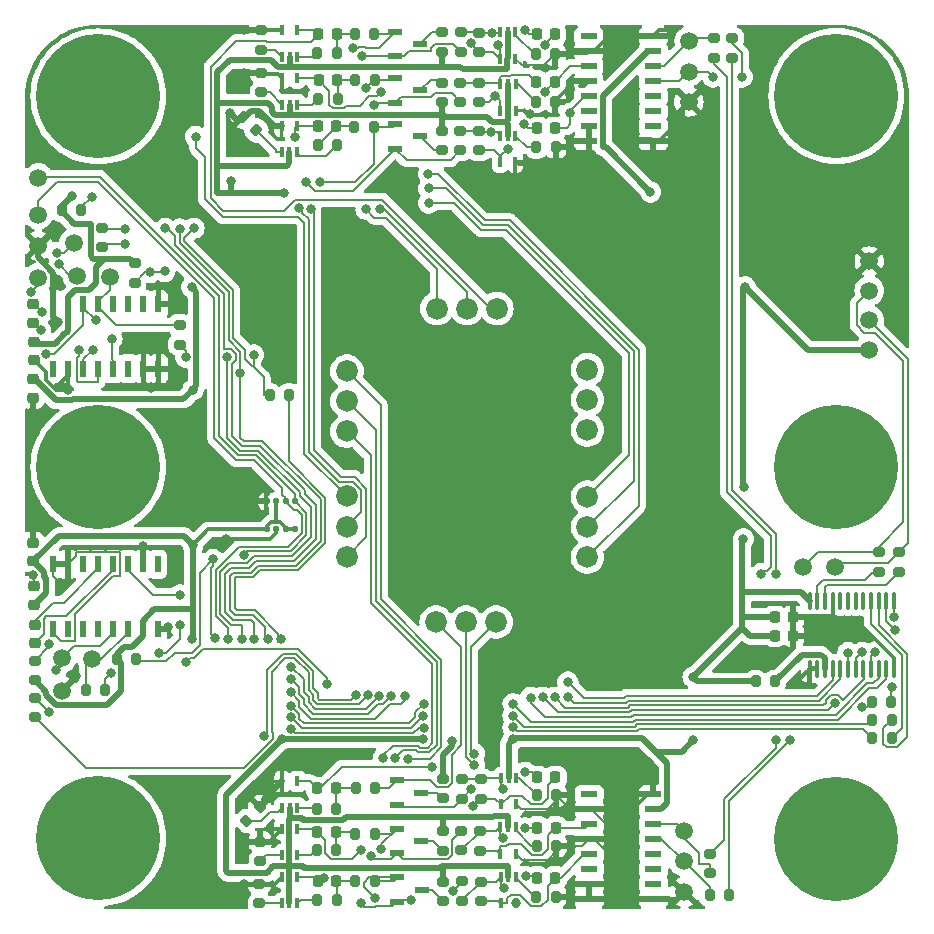
<source format=gtl>
%TF.GenerationSoftware,KiCad,Pcbnew,7.0.11*%
%TF.CreationDate,2024-03-27T11:39:53-04:00*%
%TF.ProjectId,Sensor-Board,53656e73-6f72-42d4-926f-6172642e6b69,rev?*%
%TF.SameCoordinates,Original*%
%TF.FileFunction,Copper,L1,Top*%
%TF.FilePolarity,Positive*%
%FSLAX46Y46*%
G04 Gerber Fmt 4.6, Leading zero omitted, Abs format (unit mm)*
G04 Created by KiCad (PCBNEW 7.0.11) date 2024-03-27 11:39:53*
%MOMM*%
%LPD*%
G01*
G04 APERTURE LIST*
G04 Aperture macros list*
%AMRoundRect*
0 Rectangle with rounded corners*
0 $1 Rounding radius*
0 $2 $3 $4 $5 $6 $7 $8 $9 X,Y pos of 4 corners*
0 Add a 4 corners polygon primitive as box body*
4,1,4,$2,$3,$4,$5,$6,$7,$8,$9,$2,$3,0*
0 Add four circle primitives for the rounded corners*
1,1,$1+$1,$2,$3*
1,1,$1+$1,$4,$5*
1,1,$1+$1,$6,$7*
1,1,$1+$1,$8,$9*
0 Add four rect primitives between the rounded corners*
20,1,$1+$1,$2,$3,$4,$5,0*
20,1,$1+$1,$4,$5,$6,$7,0*
20,1,$1+$1,$6,$7,$8,$9,0*
20,1,$1+$1,$8,$9,$2,$3,0*%
G04 Aperture macros list end*
%TA.AperFunction,SMDPad,CuDef*%
%ADD10RoundRect,0.200000X0.275000X-0.200000X0.275000X0.200000X-0.275000X0.200000X-0.275000X-0.200000X0*%
%TD*%
%TA.AperFunction,SMDPad,CuDef*%
%ADD11RoundRect,0.225000X0.250000X-0.225000X0.250000X0.225000X-0.250000X0.225000X-0.250000X-0.225000X0*%
%TD*%
%TA.AperFunction,SMDPad,CuDef*%
%ADD12RoundRect,0.225000X0.225000X0.250000X-0.225000X0.250000X-0.225000X-0.250000X0.225000X-0.250000X0*%
%TD*%
%TA.AperFunction,SMDPad,CuDef*%
%ADD13RoundRect,0.200000X-0.200000X-0.275000X0.200000X-0.275000X0.200000X0.275000X-0.200000X0.275000X0*%
%TD*%
%TA.AperFunction,SMDPad,CuDef*%
%ADD14RoundRect,0.200000X-0.275000X0.200000X-0.275000X-0.200000X0.275000X-0.200000X0.275000X0.200000X0*%
%TD*%
%TA.AperFunction,SMDPad,CuDef*%
%ADD15C,1.500000*%
%TD*%
%TA.AperFunction,SMDPad,CuDef*%
%ADD16R,0.558800X1.460500*%
%TD*%
%TA.AperFunction,ComponentPad*%
%ADD17C,1.498600*%
%TD*%
%TA.AperFunction,SMDPad,CuDef*%
%ADD18R,0.304800X0.850900*%
%TD*%
%TA.AperFunction,SMDPad,CuDef*%
%ADD19RoundRect,0.200000X0.053033X-0.335876X0.335876X-0.053033X-0.053033X0.335876X-0.335876X0.053033X0*%
%TD*%
%TA.AperFunction,SMDPad,CuDef*%
%ADD20RoundRect,0.200000X0.200000X0.275000X-0.200000X0.275000X-0.200000X-0.275000X0.200000X-0.275000X0*%
%TD*%
%TA.AperFunction,SMDPad,CuDef*%
%ADD21R,1.270000X0.558800*%
%TD*%
%TA.AperFunction,ComponentPad*%
%ADD22C,10.500000*%
%TD*%
%TA.AperFunction,SMDPad,CuDef*%
%ADD23R,1.460500X0.558800*%
%TD*%
%TA.AperFunction,SMDPad,CuDef*%
%ADD24RoundRect,0.225000X-0.250000X0.225000X-0.250000X-0.225000X0.250000X-0.225000X0.250000X0.225000X0*%
%TD*%
%TA.AperFunction,ComponentPad*%
%ADD25C,1.830000*%
%TD*%
%TA.AperFunction,SMDPad,CuDef*%
%ADD26RoundRect,0.200000X0.335876X0.053033X0.053033X0.335876X-0.335876X-0.053033X-0.053033X-0.335876X0*%
%TD*%
%TA.AperFunction,SMDPad,CuDef*%
%ADD27RoundRect,0.100000X0.100000X-0.637500X0.100000X0.637500X-0.100000X0.637500X-0.100000X-0.637500X0*%
%TD*%
%TA.AperFunction,SMDPad,CuDef*%
%ADD28RoundRect,0.125000X-0.125000X-0.137500X0.125000X-0.137500X0.125000X0.137500X-0.125000X0.137500X0*%
%TD*%
%TA.AperFunction,ViaPad*%
%ADD29C,0.800000*%
%TD*%
%TA.AperFunction,Conductor*%
%ADD30C,0.200000*%
%TD*%
%TA.AperFunction,Conductor*%
%ADD31C,0.500000*%
%TD*%
%TA.AperFunction,Conductor*%
%ADD32C,0.300000*%
%TD*%
%TA.AperFunction,Conductor*%
%ADD33C,0.150000*%
%TD*%
G04 APERTURE END LIST*
D10*
%TO.P,R24,1*%
%TO.N,ADC2_SDA*%
X158275000Y-130025000D03*
%TO.P,R24,2*%
%TO.N,Net-(U32-SD1)*%
X158275000Y-128375000D03*
%TD*%
D11*
%TO.P,C15,1*%
%TO.N,Net-(U5-VIN2N)*%
X100950000Y-83400000D03*
%TO.P,C15,2*%
%TO.N,Net-(U5-VIN2P)*%
X100950000Y-81850000D03*
%TD*%
D12*
%TO.P,C21,1*%
%TO.N,AOut1_SO2*%
X145150000Y-130400000D03*
%TO.P,C21,2*%
%TO.N,Net-(U22--IN)*%
X143600000Y-130400000D03*
%TD*%
D13*
%TO.P,R68,1*%
%TO.N,Net-(U22-+IN)*%
X143530000Y-131990000D03*
%TO.P,R68,2*%
%TO.N,GND*%
X145180000Y-131990000D03*
%TD*%
D14*
%TO.P,R10,1*%
%TO.N,Net-(U24--IN)*%
X137160000Y-58825000D03*
%TO.P,R10,2*%
%TO.N,Sens2_NO2*%
X137160000Y-60475000D03*
%TD*%
D12*
%TO.P,C2,1*%
%TO.N,Net-(C2-Pad1)*%
X126583600Y-130671300D03*
%TO.P,C2,2*%
%TO.N,Count1_SO2*%
X125033600Y-130671300D03*
%TD*%
D13*
%TO.P,R44,1*%
%TO.N,Net-(C14-Pad1)*%
X125020000Y-68360000D03*
%TO.P,R44,2*%
%TO.N,Net-(U12--IN)*%
X126670000Y-68360000D03*
%TD*%
D10*
%TO.P,R41,1*%
%TO.N,Net-(U26-G)*%
X135600000Y-123670000D03*
%TO.P,R41,2*%
%TO.N,+3.3V*%
X135600000Y-122020000D03*
%TD*%
D15*
%TO.P,TP17,1,1*%
%TO.N,ADC2_SDA*%
X156000000Y-126400000D03*
%TD*%
D10*
%TO.P,R52,1*%
%TO.N,Net-(U21--IN)*%
X137190000Y-128080000D03*
%TO.P,R52,2*%
%TO.N,Sens1_CO*%
X137190000Y-126430000D03*
%TD*%
D14*
%TO.P,R16,1*%
%TO.N,680_SDA2*%
X101050000Y-112025000D03*
%TO.P,R16,2*%
%TO.N,+3.3V*%
X101050000Y-113675000D03*
%TD*%
D16*
%TO.P,U5,1,REFP*%
%TO.N,unconnected-(U5-REFP-Pad1)*%
X102650000Y-87298300D03*
%TO.P,U5,2,VIN1N*%
%TO.N,GND*%
X103920000Y-87298300D03*
%TO.P,U5,3,VIN1P*%
%TO.N,AOut2_NO2*%
X105190000Y-87298300D03*
%TO.P,U5,4,VIN2N*%
%TO.N,Net-(U5-VIN2N)*%
X106460000Y-87298300D03*
%TO.P,U5,5,VIN2P*%
%TO.N,Net-(U5-VIN2P)*%
X107730000Y-87298300D03*
%TO.P,U5,6,VBG*%
%TO.N,unconnected-(U5-VBG-Pad6)*%
X109000000Y-87298300D03*
%TO.P,U5,7,REFN*%
%TO.N,GND*%
X110270000Y-87298300D03*
%TO.P,U5,8,AVSS*%
X111540000Y-87298300D03*
%TO.P,U5,9,DVSS*%
X111540000Y-81850000D03*
%TO.P,U5,10,XIN*%
%TO.N,unconnected-(U5-XIN-Pad10)*%
X110270000Y-81850000D03*
%TO.P,U5,11,XOUT*%
%TO.N,unconnected-(U5-XOUT-Pad11)*%
X109000000Y-81850000D03*
%TO.P,U5,12,DRDY*%
%TO.N,unconnected-(U5-DRDY-Pad12)*%
X107730000Y-81850000D03*
%TO.P,U5,13,SCLK*%
%TO.N,ADC3_SCL*%
X106460000Y-81850000D03*
%TO.P,U5,14,SDIO*%
%TO.N,ADC3_SDA*%
X105190000Y-81850000D03*
%TO.P,U5,15,DVDD*%
%TO.N,+3.3V*%
X103920000Y-81850000D03*
%TO.P,U5,16,AVDD/LDO*%
%TO.N,GND*%
X102650000Y-81850000D03*
%TD*%
D17*
%TO.P,J2,1,1*%
%TO.N,GND*%
X171725000Y-78200000D03*
%TO.P,J2,2,2*%
%TO.N,MUX_SDA*%
X171725000Y-80700000D03*
%TO.P,J2,3,3*%
%TO.N,MUX_SCL*%
X171725000Y-83200000D03*
%TO.P,J2,4,4*%
%TO.N,+3.3V*%
X171725000Y-85700000D03*
%TD*%
D15*
%TO.P,TP12,1,1*%
%TO.N,MUX_SDA*%
X166150000Y-104075000D03*
%TD*%
D18*
%TO.P,U9,1,+IN*%
%TO.N,Net-(U9-+IN)*%
X122000000Y-60887900D03*
%TO.P,U9,2,V-*%
%TO.N,+3.3V*%
X122649986Y-60887900D03*
%TO.P,U9,3,-IN*%
%TO.N,Net-(U9--IN)*%
X123299972Y-60887900D03*
%TO.P,U9,4,OUT*%
%TO.N,Count2_NO2*%
X123299985Y-58640000D03*
%TO.P,U9,5,V+*%
%TO.N,GND*%
X121999987Y-58640000D03*
%TD*%
D10*
%TO.P,R35,1*%
%TO.N,AOut2_CO*%
X138710000Y-64740000D03*
%TO.P,R35,2*%
%TO.N,Net-(U7--IN)*%
X138710000Y-63090000D03*
%TD*%
D18*
%TO.P,U11,1,+IN*%
%TO.N,Net-(U11-+IN)*%
X122000013Y-64940000D03*
%TO.P,U11,2,V-*%
%TO.N,+3.3V*%
X122649999Y-64940000D03*
%TO.P,U11,3,-IN*%
%TO.N,Net-(U11--IN)*%
X123299985Y-64940000D03*
%TO.P,U11,4,OUT*%
%TO.N,Count2_CO*%
X123299998Y-62692100D03*
%TO.P,U11,5,V+*%
%TO.N,GND*%
X122000000Y-62692100D03*
%TD*%
D13*
%TO.P,R32,1*%
%TO.N,680_SDA2*%
X171975000Y-117050000D03*
%TO.P,R32,2*%
%TO.N,Net-(U32-SD5)*%
X173625000Y-117050000D03*
%TD*%
D19*
%TO.P,R55,1*%
%TO.N,Net-(U1-+IN)*%
X118966637Y-125583363D03*
%TO.P,R55,2*%
%TO.N,GND*%
X120133363Y-124416637D03*
%TD*%
D20*
%TO.P,R5,1*%
%TO.N,Net-(C2-Pad1)*%
X126650000Y-132240000D03*
%TO.P,R5,2*%
%TO.N,Net-(U3--IN)*%
X125000000Y-132240000D03*
%TD*%
D15*
%TO.P,TP11,1,1*%
%TO.N,MUX_SCL*%
X168825000Y-104050000D03*
%TD*%
D21*
%TO.P,U15,1,D*%
%TO.N,Ref2_NO2*%
X131600000Y-58770000D03*
%TO.P,U15,2,S*%
%TO.N,Sens2_NO2*%
X131600000Y-60827400D03*
%TO.P,U15,3,G*%
%TO.N,Net-(U15-G)*%
X133682800Y-59798700D03*
%TD*%
D10*
%TO.P,R4,1*%
%TO.N,Net-(U3-+IN)*%
X120083600Y-132571300D03*
%TO.P,R4,2*%
%TO.N,GND*%
X120083600Y-130921300D03*
%TD*%
D15*
%TO.P,TP10,1,1*%
%TO.N,ADC4_SCL*%
X156425000Y-62150000D03*
%TD*%
D22*
%TO.P,H2,*%
%TO.N,*%
X106450200Y-127058400D03*
%TD*%
D20*
%TO.P,R45,1*%
%TO.N,Ref2_NO2*%
X129825000Y-59000000D03*
%TO.P,R45,2*%
%TO.N,Net-(C12-Pad1)*%
X128175000Y-59000000D03*
%TD*%
D13*
%TO.P,R31,1*%
%TO.N,680_SCL2*%
X171975000Y-118575000D03*
%TO.P,R31,2*%
%TO.N,Net-(U32-SC5)*%
X173625000Y-118575000D03*
%TD*%
D15*
%TO.P,TP6,1,1*%
%TO.N,GND*%
X156450000Y-64700000D03*
%TD*%
D23*
%TO.P,U18,1,REFP*%
%TO.N,unconnected-(U18-REFP-Pad1)*%
X147981700Y-59140000D03*
%TO.P,U18,2,VIN1N*%
%TO.N,GND*%
X147981700Y-60410000D03*
%TO.P,U18,3,VIN1P*%
%TO.N,AOut2_CO*%
X147981700Y-61680000D03*
%TO.P,U18,4,VIN2N*%
%TO.N,GND*%
X147981700Y-62950000D03*
%TO.P,U18,5,VIN2P*%
%TO.N,AOut2_SO2*%
X147981700Y-64220000D03*
%TO.P,U18,6,VBG*%
%TO.N,unconnected-(U18-VBG-Pad6)*%
X147981700Y-65490000D03*
%TO.P,U18,7,REFN*%
%TO.N,GND*%
X147981700Y-66760000D03*
%TO.P,U18,8,AVSS*%
X147981700Y-68030000D03*
%TO.P,U18,9,DVSS*%
X153430000Y-68030000D03*
%TO.P,U18,10,XIN*%
%TO.N,unconnected-(U18-XIN-Pad10)*%
X153430000Y-66760000D03*
%TO.P,U18,11,XOUT*%
%TO.N,unconnected-(U18-XOUT-Pad11)*%
X153430000Y-65490000D03*
%TO.P,U18,12,DRDY*%
%TO.N,unconnected-(U18-DRDY-Pad12)*%
X153430000Y-64220000D03*
%TO.P,U18,13,SCLK*%
%TO.N,ADC4_SCL*%
X153430000Y-62950000D03*
%TO.P,U18,14,SDIO*%
%TO.N,ADC4_SDA*%
X153430000Y-61680000D03*
%TO.P,U18,15,DVDD*%
%TO.N,+3.3V*%
X153430000Y-60410000D03*
%TO.P,U18,16,AVDD/LDO*%
%TO.N,GND*%
X153430000Y-59140000D03*
%TD*%
D13*
%TO.P,R22,1*%
%TO.N,ADC1_SDA*%
X105400000Y-114525000D03*
%TO.P,R22,2*%
%TO.N,Net-(U32-SD0)*%
X107050000Y-114525000D03*
%TD*%
D11*
%TO.P,C4,1*%
%TO.N,Net-(U25-VIN2N)*%
X101050000Y-110550000D03*
%TO.P,C4,2*%
%TO.N,Net-(U25-VIN2P)*%
X101050000Y-109000000D03*
%TD*%
D13*
%TO.P,R25,1*%
%TO.N,680_SCL1*%
X171950000Y-115550000D03*
%TO.P,R25,2*%
%TO.N,Net-(U32-SC2)*%
X173600000Y-115550000D03*
%TD*%
D20*
%TO.P,R6,1*%
%TO.N,Ref1_SO2*%
X129858600Y-130671300D03*
%TO.P,R6,2*%
%TO.N,Net-(C2-Pad1)*%
X128208600Y-130671300D03*
%TD*%
D15*
%TO.P,TP14,1,1*%
%TO.N,ADC1_SDA*%
X105925000Y-111875000D03*
%TD*%
D24*
%TO.P,C8,1*%
%TO.N,GND*%
X100950000Y-102050000D03*
%TO.P,C8,2*%
%TO.N,+3.3V*%
X100950000Y-103600000D03*
%TD*%
D10*
%TO.P,R42,1*%
%TO.N,Net-(U19-G)*%
X135600000Y-128090000D03*
%TO.P,R42,2*%
%TO.N,+3.3V*%
X135600000Y-126440000D03*
%TD*%
D20*
%TO.P,R47,1*%
%TO.N,Ref2_CO*%
X129860000Y-62870000D03*
%TO.P,R47,2*%
%TO.N,Net-(C13-Pad1)*%
X128210000Y-62870000D03*
%TD*%
D18*
%TO.P,U24,1,+IN*%
%TO.N,Net-(U24-+IN)*%
X141749972Y-58802100D03*
%TO.P,U24,2,V-*%
%TO.N,+3.3V*%
X141099986Y-58802100D03*
%TO.P,U24,3,-IN*%
%TO.N,Net-(U24--IN)*%
X140450000Y-58802100D03*
%TO.P,U24,4,OUT*%
%TO.N,AOut2_NO2*%
X140449987Y-61050000D03*
%TO.P,U24,5,V+*%
%TO.N,GND*%
X141749985Y-61050000D03*
%TD*%
D10*
%TO.P,R19,1*%
%TO.N,680_SDA1*%
X109530000Y-80030000D03*
%TO.P,R19,2*%
%TO.N,+3.3V*%
X109530000Y-78380000D03*
%TD*%
D12*
%TO.P,C10,1*%
%TO.N,AOut2_CO*%
X145075000Y-63000000D03*
%TO.P,C10,2*%
%TO.N,Net-(U7--IN)*%
X143525000Y-63000000D03*
%TD*%
D20*
%TO.P,R57,1*%
%TO.N,Ref1_NO2*%
X129908600Y-122771300D03*
%TO.P,R57,2*%
%TO.N,Net-(C20-Pad1)*%
X128258600Y-122771300D03*
%TD*%
D12*
%TO.P,C20,1*%
%TO.N,Net-(C20-Pad1)*%
X126533600Y-122821300D03*
%TO.P,C20,2*%
%TO.N,Count1_NO2*%
X124983600Y-122821300D03*
%TD*%
D18*
%TO.P,U21,1,+IN*%
%TO.N,Net-(U21-+IN)*%
X141779985Y-126100000D03*
%TO.P,U21,2,V-*%
%TO.N,+3.3V*%
X141129999Y-126100000D03*
%TO.P,U21,3,-IN*%
%TO.N,Net-(U21--IN)*%
X140480013Y-126100000D03*
%TO.P,U21,4,OUT*%
%TO.N,AOut1_CO*%
X140480000Y-128347900D03*
%TO.P,U21,5,V+*%
%TO.N,GND*%
X141779998Y-128347900D03*
%TD*%
D22*
%TO.P,H1,*%
%TO.N,*%
X106450200Y-64236400D03*
%TD*%
D20*
%TO.P,R40,1*%
%TO.N,Net-(C12-Pad1)*%
X126650000Y-60600000D03*
%TO.P,R40,2*%
%TO.N,Net-(U9--IN)*%
X125000000Y-60600000D03*
%TD*%
%TO.P,R58,1*%
%TO.N,Net-(U32-~{RESET})*%
X163750000Y-113775000D03*
%TO.P,R58,2*%
%TO.N,+3.3V*%
X162100000Y-113775000D03*
%TD*%
D15*
%TO.P,TP15,1,1*%
%TO.N,ADC1_SCL*%
X103340000Y-111830000D03*
%TD*%
D18*
%TO.P,U22,1,+IN*%
%TO.N,Net-(U22-+IN)*%
X141799972Y-130302100D03*
%TO.P,U22,2,V-*%
%TO.N,+3.3V*%
X141149986Y-130302100D03*
%TO.P,U22,3,-IN*%
%TO.N,Net-(U22--IN)*%
X140500000Y-130302100D03*
%TO.P,U22,4,OUT*%
%TO.N,AOut1_SO2*%
X140499987Y-132550000D03*
%TO.P,U22,5,V+*%
%TO.N,GND*%
X141799985Y-132550000D03*
%TD*%
D14*
%TO.P,R30,1*%
%TO.N,ADC4_SDA*%
X158575000Y-59300000D03*
%TO.P,R30,2*%
%TO.N,Net-(U32-SD4)*%
X158575000Y-60950000D03*
%TD*%
D24*
%TO.P,C5,1*%
%TO.N,+3.3V*%
X100980000Y-85010000D03*
%TO.P,C5,2*%
%TO.N,GND*%
X100980000Y-86560000D03*
%TD*%
D25*
%TO.P,U27,1,Count*%
%TO.N,Count1_CO*%
X127500000Y-92590000D03*
%TO.P,U27,2,Sens*%
%TO.N,Sens1_CO*%
X127500000Y-90040000D03*
%TO.P,U27,3,Ref*%
%TO.N,Ref1_CO*%
X127500000Y-87500000D03*
%TD*%
D12*
%TO.P,C17,1*%
%TO.N,GND*%
X165275000Y-108325000D03*
%TO.P,C17,2*%
%TO.N,+3.3V*%
X163725000Y-108325000D03*
%TD*%
D14*
%TO.P,R50,1*%
%TO.N,Net-(U16-G)*%
X135540000Y-63090000D03*
%TO.P,R50,2*%
%TO.N,+3.3V*%
X135540000Y-64740000D03*
%TD*%
D18*
%TO.P,U2,1,+IN*%
%TO.N,Net-(U2-+IN)*%
X121980015Y-128497900D03*
%TO.P,U2,2,V-*%
%TO.N,+3.3V*%
X122630001Y-128497900D03*
%TO.P,U2,3,-IN*%
%TO.N,Net-(U2--IN)*%
X123279987Y-128497900D03*
%TO.P,U2,4,OUT*%
%TO.N,Count1_CO*%
X123280000Y-126250000D03*
%TO.P,U2,5,V+*%
%TO.N,GND*%
X121980002Y-126250000D03*
%TD*%
D15*
%TO.P,TP5,1,1*%
%TO.N,GND*%
X101350000Y-76875000D03*
%TD*%
D23*
%TO.P,U4,1,REFP*%
%TO.N,unconnected-(U4-REFP-Pad1)*%
X148000000Y-123310000D03*
%TO.P,U4,2,VIN1N*%
%TO.N,GND*%
X148000000Y-124580000D03*
%TO.P,U4,3,VIN1P*%
%TO.N,AOut1_CO*%
X148000000Y-125850000D03*
%TO.P,U4,4,VIN2N*%
%TO.N,GND*%
X148000000Y-127120000D03*
%TO.P,U4,5,VIN2P*%
%TO.N,AOut1_SO2*%
X148000000Y-128390000D03*
%TO.P,U4,6,VBG*%
%TO.N,unconnected-(U4-VBG-Pad6)*%
X148000000Y-129660000D03*
%TO.P,U4,7,REFN*%
%TO.N,GND*%
X148000000Y-130930000D03*
%TO.P,U4,8,AVSS*%
X148000000Y-132200000D03*
%TO.P,U4,9,DVSS*%
X153448300Y-132200000D03*
%TO.P,U4,10,XIN*%
%TO.N,unconnected-(U4-XIN-Pad10)*%
X153448300Y-130930000D03*
%TO.P,U4,11,XOUT*%
%TO.N,unconnected-(U4-XOUT-Pad11)*%
X153448300Y-129660000D03*
%TO.P,U4,12,DRDY*%
%TO.N,unconnected-(U4-DRDY-Pad12)*%
X153448300Y-128390000D03*
%TO.P,U4,13,SCLK*%
%TO.N,ADC2_SCL*%
X153448300Y-127120000D03*
%TO.P,U4,14,SDIO*%
%TO.N,ADC2_SDA*%
X153448300Y-125850000D03*
%TO.P,U4,15,DVDD*%
%TO.N,+3.3V*%
X153448300Y-124580000D03*
%TO.P,U4,16,AVDD/LDO*%
%TO.N,GND*%
X153448300Y-123310000D03*
%TD*%
D20*
%TO.P,R43,1*%
%TO.N,Net-(C13-Pad1)*%
X126710000Y-64460000D03*
%TO.P,R43,2*%
%TO.N,Net-(U11--IN)*%
X125060000Y-64460000D03*
%TD*%
D10*
%TO.P,R37,1*%
%TO.N,Net-(U9-+IN)*%
X120190000Y-60290000D03*
%TO.P,R37,2*%
%TO.N,GND*%
X120190000Y-58640000D03*
%TD*%
D15*
%TO.P,TP8,1,1*%
%TO.N,ADC3_SCL*%
X107460000Y-79530000D03*
%TD*%
D10*
%TO.P,R54,1*%
%TO.N,AOut1_CO*%
X138780000Y-128090000D03*
%TO.P,R54,2*%
%TO.N,Net-(U21--IN)*%
X138780000Y-126440000D03*
%TD*%
D15*
%TO.P,TP16,1,1*%
%TO.N,GND*%
X156075000Y-131600000D03*
%TD*%
%TO.P,TP13,1,1*%
%TO.N,GND*%
X103340000Y-114570000D03*
%TD*%
%TO.P,TP9,1,1*%
%TO.N,ADC4_SDA*%
X156475000Y-59550000D03*
%TD*%
D18*
%TO.P,U12,1,+IN*%
%TO.N,Net-(U12-+IN)*%
X121960014Y-68970000D03*
%TO.P,U12,2,V-*%
%TO.N,+3.3V*%
X122610000Y-68970000D03*
%TO.P,U12,3,-IN*%
%TO.N,Net-(U12--IN)*%
X123259986Y-68970000D03*
%TO.P,U12,4,OUT*%
%TO.N,Count2_SO2*%
X123259999Y-66722100D03*
%TO.P,U12,5,V+*%
%TO.N,GND*%
X121960001Y-66722100D03*
%TD*%
D15*
%TO.P,TP18,1,1*%
%TO.N,ADC2_SCL*%
X156000000Y-129000000D03*
%TD*%
D26*
%TO.P,R39,1*%
%TO.N,Net-(U12-+IN)*%
X119825000Y-67125000D03*
%TO.P,R39,2*%
%TO.N,GND*%
X118658274Y-65958274D03*
%TD*%
D18*
%TO.P,U8,1,+IN*%
%TO.N,Net-(U8-+IN)*%
X141749985Y-67552100D03*
%TO.P,U8,2,V-*%
%TO.N,+3.3V*%
X141099999Y-67552100D03*
%TO.P,U8,3,-IN*%
%TO.N,Net-(U8--IN)*%
X140450013Y-67552100D03*
%TO.P,U8,4,OUT*%
%TO.N,AOut2_SO2*%
X140450000Y-69800000D03*
%TO.P,U8,5,V+*%
%TO.N,GND*%
X141749998Y-69800000D03*
%TD*%
D12*
%TO.P,C11,1*%
%TO.N,AOut2_SO2*%
X145125000Y-66925000D03*
%TO.P,C11,2*%
%TO.N,Net-(U8--IN)*%
X143575000Y-66925000D03*
%TD*%
D14*
%TO.P,R12,1*%
%TO.N,Net-(U8--IN)*%
X137110000Y-67155000D03*
%TO.P,R12,2*%
%TO.N,Sens2_SO2*%
X137110000Y-68805000D03*
%TD*%
%TO.P,R11,1*%
%TO.N,Net-(U7--IN)*%
X137100000Y-63090000D03*
%TO.P,R11,2*%
%TO.N,Sens2_CO*%
X137100000Y-64740000D03*
%TD*%
D10*
%TO.P,R38,1*%
%TO.N,Net-(U11-+IN)*%
X120250000Y-63910000D03*
%TO.P,R38,2*%
%TO.N,GND*%
X120250000Y-62260000D03*
%TD*%
D14*
%TO.P,R21,1*%
%TO.N,ADC1_SCL*%
X101075000Y-115150000D03*
%TO.P,R21,2*%
%TO.N,Net-(U32-SC0)*%
X101075000Y-116800000D03*
%TD*%
D22*
%TO.P,H6,*%
%TO.N,*%
X168934200Y-127096400D03*
%TD*%
D21*
%TO.P,U17,1,D*%
%TO.N,Ref2_SO2*%
X131600000Y-66602600D03*
%TO.P,U17,2,S*%
%TO.N,Sens2_SO2*%
X131600000Y-68660000D03*
%TO.P,U17,3,G*%
%TO.N,Net-(U17-G)*%
X133682800Y-67631300D03*
%TD*%
D13*
%TO.P,R7,1*%
%TO.N,Net-(U14-+IN)*%
X143555000Y-123410000D03*
%TO.P,R7,2*%
%TO.N,GND*%
X145205000Y-123410000D03*
%TD*%
D10*
%TO.P,R46,1*%
%TO.N,Net-(U20-G)*%
X135660000Y-132370000D03*
%TO.P,R46,2*%
%TO.N,+3.3V*%
X135660000Y-130720000D03*
%TD*%
D14*
%TO.P,R29,1*%
%TO.N,ADC4_SCL*%
X160110000Y-59300000D03*
%TO.P,R29,2*%
%TO.N,Net-(U32-SC4)*%
X160110000Y-60950000D03*
%TD*%
D15*
%TO.P,TP7,1,1*%
%TO.N,ADC3_SDA*%
X101350000Y-79575000D03*
%TD*%
D25*
%TO.P,U28,1,Count*%
%TO.N,Count1_SO2*%
X147850000Y-87380000D03*
%TO.P,U28,2,Sens*%
%TO.N,Sens1_SO2*%
X147850000Y-89930000D03*
%TO.P,U28,3,Ref*%
%TO.N,Ref1_SO2*%
X147850000Y-92470000D03*
%TD*%
D12*
%TO.P,C14,1*%
%TO.N,Net-(C14-Pad1)*%
X126590000Y-66780000D03*
%TO.P,C14,2*%
%TO.N,Count2_SO2*%
X125040000Y-66780000D03*
%TD*%
D22*
%TO.P,H4,*%
%TO.N,*%
X168934200Y-95627500D03*
%TD*%
D12*
%TO.P,C1,1*%
%TO.N,Net-(C1-Pad1)*%
X126535000Y-126530000D03*
%TO.P,C1,2*%
%TO.N,Count1_CO*%
X124985000Y-126530000D03*
%TD*%
D22*
%TO.P,H5,*%
%TO.N,*%
X168934200Y-64196600D03*
%TD*%
D12*
%TO.P,C7,1*%
%TO.N,AOut2_NO2*%
X145100000Y-59000000D03*
%TO.P,C7,2*%
%TO.N,Net-(U24--IN)*%
X143550000Y-59000000D03*
%TD*%
%TO.P,C16,1*%
%TO.N,GND*%
X165275000Y-109900000D03*
%TO.P,C16,2*%
%TO.N,+3.3V*%
X163725000Y-109900000D03*
%TD*%
%TO.P,C3,1*%
%TO.N,AOut1_NO2*%
X145155000Y-121890000D03*
%TO.P,C3,2*%
%TO.N,Net-(U14--IN)*%
X143605000Y-121890000D03*
%TD*%
D15*
%TO.P,TP2,1,1*%
%TO.N,680_SDA1*%
X104350000Y-76675000D03*
%TD*%
D21*
%TO.P,U16,1,D*%
%TO.N,Ref2_CO*%
X131590000Y-62702600D03*
%TO.P,U16,2,S*%
%TO.N,Sens2_CO*%
X131590000Y-64760000D03*
%TO.P,U16,3,G*%
%TO.N,Net-(U16-G)*%
X133672800Y-63731300D03*
%TD*%
D13*
%TO.P,R15,1*%
%TO.N,Net-(U8-+IN)*%
X143525000Y-68525000D03*
%TO.P,R15,2*%
%TO.N,GND*%
X145175000Y-68525000D03*
%TD*%
D21*
%TO.P,U26,1,D*%
%TO.N,Ref1_NO2*%
X131700000Y-122150000D03*
%TO.P,U26,2,S*%
%TO.N,Sens1_NO2*%
X131700000Y-124207400D03*
%TO.P,U26,3,G*%
%TO.N,Net-(U26-G)*%
X133782800Y-123178700D03*
%TD*%
D16*
%TO.P,U25,1,REFP*%
%TO.N,unconnected-(U25-REFP-Pad1)*%
X111490000Y-103851700D03*
%TO.P,U25,2,VIN1N*%
%TO.N,GND*%
X110220000Y-103851700D03*
%TO.P,U25,3,VIN1P*%
%TO.N,AOut1_NO2*%
X108950000Y-103851700D03*
%TO.P,U25,4,VIN2N*%
%TO.N,Net-(U25-VIN2N)*%
X107680000Y-103851700D03*
%TO.P,U25,5,VIN2P*%
%TO.N,Net-(U25-VIN2P)*%
X106410000Y-103851700D03*
%TO.P,U25,6,VBG*%
%TO.N,unconnected-(U25-VBG-Pad6)*%
X105140000Y-103851700D03*
%TO.P,U25,7,REFN*%
%TO.N,GND*%
X103870000Y-103851700D03*
%TO.P,U25,8,AVSS*%
X102600000Y-103851700D03*
%TO.P,U25,9,DVSS*%
X102600000Y-109300000D03*
%TO.P,U25,10,XIN*%
%TO.N,unconnected-(U25-XIN-Pad10)*%
X103870000Y-109300000D03*
%TO.P,U25,11,XOUT*%
%TO.N,unconnected-(U25-XOUT-Pad11)*%
X105140000Y-109300000D03*
%TO.P,U25,12,DRDY*%
%TO.N,unconnected-(U25-DRDY-Pad12)*%
X106410000Y-109300000D03*
%TO.P,U25,13,SCLK*%
%TO.N,ADC1_SCL*%
X107680000Y-109300000D03*
%TO.P,U25,14,SDIO*%
%TO.N,ADC1_SDA*%
X108950000Y-109300000D03*
%TO.P,U25,15,DVDD*%
%TO.N,+3.3V*%
X110220000Y-109300000D03*
%TO.P,U25,16,AVDD/LDO*%
%TO.N,GND*%
X111490000Y-109300000D03*
%TD*%
D20*
%TO.P,R56,1*%
%TO.N,Net-(C20-Pad1)*%
X126608600Y-124571300D03*
%TO.P,R56,2*%
%TO.N,Net-(U1--IN)*%
X124958600Y-124571300D03*
%TD*%
D10*
%TO.P,R69,1*%
%TO.N,AOut1_SO2*%
X138820000Y-132365000D03*
%TO.P,R69,2*%
%TO.N,Net-(U22--IN)*%
X138820000Y-130715000D03*
%TD*%
D11*
%TO.P,C9,1*%
%TO.N,+3.3V*%
X101000000Y-107275000D03*
%TO.P,C9,2*%
%TO.N,GND*%
X101000000Y-105725000D03*
%TD*%
D22*
%TO.P,H3,*%
%TO.N,*%
X106450200Y-95627500D03*
%TD*%
D10*
%TO.P,R18,1*%
%TO.N,AOut2_NO2*%
X138720000Y-60485000D03*
%TO.P,R18,2*%
%TO.N,Net-(U24--IN)*%
X138720000Y-58835000D03*
%TD*%
D21*
%TO.P,U19,1,D*%
%TO.N,Ref1_CO*%
X131700000Y-126230000D03*
%TO.P,U19,2,S*%
%TO.N,Sens1_CO*%
X131700000Y-128287400D03*
%TO.P,U19,3,G*%
%TO.N,Net-(U19-G)*%
X133782800Y-127258700D03*
%TD*%
D15*
%TO.P,TP3,1,1*%
%TO.N,680_SCL2*%
X101375000Y-71150000D03*
%TD*%
D10*
%TO.P,R51,1*%
%TO.N,Net-(U17-G)*%
X135525000Y-68790000D03*
%TO.P,R51,2*%
%TO.N,+3.3V*%
X135525000Y-67140000D03*
%TD*%
D25*
%TO.P,U23,1,Count*%
%TO.N,Count1_NO2*%
X140140000Y-108750000D03*
%TO.P,U23,2,Sens*%
%TO.N,Sens1_NO2*%
X137590000Y-108750000D03*
%TO.P,U23,3,Ref*%
%TO.N,Ref1_NO2*%
X135050000Y-108750000D03*
%TD*%
D10*
%TO.P,R9,1*%
%TO.N,AOut1_NO2*%
X138820000Y-123690000D03*
%TO.P,R9,2*%
%TO.N,Net-(U14--IN)*%
X138820000Y-122040000D03*
%TD*%
D18*
%TO.P,U1,1,+IN*%
%TO.N,Net-(U1-+IN)*%
X122010014Y-124490000D03*
%TO.P,U1,2,V-*%
%TO.N,+3.3V*%
X122660000Y-124490000D03*
%TO.P,U1,3,-IN*%
%TO.N,Net-(U1--IN)*%
X123309986Y-124490000D03*
%TO.P,U1,4,OUT*%
%TO.N,Count1_NO2*%
X123309999Y-122242100D03*
%TO.P,U1,5,V+*%
%TO.N,GND*%
X122010001Y-122242100D03*
%TD*%
D20*
%TO.P,R2,1*%
%TO.N,Net-(C1-Pad1)*%
X126585000Y-128050000D03*
%TO.P,R2,2*%
%TO.N,Net-(U2--IN)*%
X124935000Y-128050000D03*
%TD*%
D14*
%TO.P,R27,1*%
%TO.N,ADC3_SCL*%
X113325000Y-83600000D03*
%TO.P,R27,2*%
%TO.N,Net-(U32-SC3)*%
X113325000Y-85250000D03*
%TD*%
D12*
%TO.P,C19,1*%
%TO.N,AOut1_CO*%
X145175000Y-126160000D03*
%TO.P,C19,2*%
%TO.N,Net-(U21--IN)*%
X143625000Y-126160000D03*
%TD*%
D20*
%TO.P,R20,1*%
%TO.N,680_SCL1*%
X105000000Y-73875000D03*
%TO.P,R20,2*%
%TO.N,+3.3V*%
X103350000Y-73875000D03*
%TD*%
%TO.P,R17,1*%
%TO.N,680_SCL2*%
X109675000Y-111850000D03*
%TO.P,R17,2*%
%TO.N,+3.3V*%
X108025000Y-111850000D03*
%TD*%
D10*
%TO.P,R34,1*%
%TO.N,Net-(U32-SDA)*%
X172550000Y-104475000D03*
%TO.P,R34,2*%
%TO.N,MUX_SDA*%
X172550000Y-102825000D03*
%TD*%
D18*
%TO.P,U7,1,+IN*%
%TO.N,Net-(U7-+IN)*%
X141779987Y-63202100D03*
%TO.P,U7,2,V-*%
%TO.N,+3.3V*%
X141130001Y-63202100D03*
%TO.P,U7,3,-IN*%
%TO.N,Net-(U7--IN)*%
X140480015Y-63202100D03*
%TO.P,U7,4,OUT*%
%TO.N,AOut2_CO*%
X140480002Y-65450000D03*
%TO.P,U7,5,V+*%
%TO.N,GND*%
X141780000Y-65450000D03*
%TD*%
D12*
%TO.P,C12,1*%
%TO.N,Net-(C12-Pad1)*%
X126625000Y-59000000D03*
%TO.P,C12,2*%
%TO.N,Count2_NO2*%
X125075000Y-59000000D03*
%TD*%
D20*
%TO.P,R3,1*%
%TO.N,Ref1_CO*%
X129833600Y-126671300D03*
%TO.P,R3,2*%
%TO.N,Net-(C1-Pad1)*%
X128183600Y-126671300D03*
%TD*%
D10*
%TO.P,R36,1*%
%TO.N,AOut2_SO2*%
X138690000Y-68820000D03*
%TO.P,R36,2*%
%TO.N,Net-(U8--IN)*%
X138690000Y-67170000D03*
%TD*%
%TO.P,R28,1*%
%TO.N,ADC3_SDA*%
X106750000Y-77025000D03*
%TO.P,R28,2*%
%TO.N,Net-(U32-SD3)*%
X106750000Y-75375000D03*
%TD*%
D11*
%TO.P,C6,1*%
%TO.N,GND*%
X100920000Y-89750000D03*
%TO.P,C6,2*%
%TO.N,+3.3V*%
X100920000Y-88200000D03*
%TD*%
D18*
%TO.P,U3,1,+IN*%
%TO.N,Net-(U3-+IN)*%
X121983615Y-132571300D03*
%TO.P,U3,2,V-*%
%TO.N,+3.3V*%
X122633601Y-132571300D03*
%TO.P,U3,3,-IN*%
%TO.N,Net-(U3--IN)*%
X123283587Y-132571300D03*
%TO.P,U3,4,OUT*%
%TO.N,Count1_SO2*%
X123283600Y-130323400D03*
%TO.P,U3,5,V+*%
%TO.N,GND*%
X121983602Y-130323400D03*
%TD*%
%TO.P,U14,1,+IN*%
%TO.N,Net-(U14-+IN)*%
X141849985Y-121940000D03*
%TO.P,U14,2,V-*%
%TO.N,+3.3V*%
X141199999Y-121940000D03*
%TO.P,U14,3,-IN*%
%TO.N,Net-(U14--IN)*%
X140550013Y-121940000D03*
%TO.P,U14,4,OUT*%
%TO.N,AOut1_NO2*%
X140550000Y-124187900D03*
%TO.P,U14,5,V+*%
%TO.N,GND*%
X141849998Y-124187900D03*
%TD*%
D13*
%TO.P,R14,1*%
%TO.N,Net-(U7-+IN)*%
X143465000Y-64680000D03*
%TO.P,R14,2*%
%TO.N,GND*%
X145115000Y-64680000D03*
%TD*%
%TO.P,R23,1*%
%TO.N,ADC2_SCL*%
X158200000Y-131850000D03*
%TO.P,R23,2*%
%TO.N,Net-(U32-SC1)*%
X159850000Y-131850000D03*
%TD*%
D21*
%TO.P,U20,1,D*%
%TO.N,Ref1_SO2*%
X131742200Y-130371300D03*
%TO.P,U20,2,S*%
%TO.N,Sens1_SO2*%
X131742200Y-132428700D03*
%TO.P,U20,3,G*%
%TO.N,Net-(U20-G)*%
X133825000Y-131400000D03*
%TD*%
D13*
%TO.P,R26,1*%
%TO.N,680_SDA1*%
X120955000Y-89520000D03*
%TO.P,R26,2*%
%TO.N,Net-(U32-SD2)*%
X122605000Y-89520000D03*
%TD*%
%TO.P,R53,1*%
%TO.N,Net-(U21-+IN)*%
X143580000Y-127690000D03*
%TO.P,R53,2*%
%TO.N,GND*%
X145230000Y-127690000D03*
%TD*%
D10*
%TO.P,R67,1*%
%TO.N,Net-(U22--IN)*%
X137260000Y-132355000D03*
%TO.P,R67,2*%
%TO.N,Sens1_SO2*%
X137260000Y-130705000D03*
%TD*%
%TO.P,R33,1*%
%TO.N,Net-(U32-SCL)*%
X174225000Y-104475000D03*
%TO.P,R33,2*%
%TO.N,MUX_SCL*%
X174225000Y-102825000D03*
%TD*%
D14*
%TO.P,R49,1*%
%TO.N,Net-(U15-G)*%
X135565000Y-58825000D03*
%TO.P,R49,2*%
%TO.N,+3.3V*%
X135565000Y-60475000D03*
%TD*%
D27*
%TO.P,U32,1,A0*%
%TO.N,GND*%
X166675000Y-112700000D03*
%TO.P,U32,2,A1*%
X167325000Y-112700000D03*
%TO.P,U32,3,~{RESET}*%
%TO.N,Net-(U32-~{RESET})*%
X167975000Y-112700000D03*
%TO.P,U32,4,SD0*%
%TO.N,Net-(U32-SD0)*%
X168625000Y-112700000D03*
%TO.P,U32,5,SC0*%
%TO.N,Net-(U32-SC0)*%
X169275000Y-112700000D03*
%TO.P,U32,6,SD1*%
%TO.N,Net-(U32-SD1)*%
X169925000Y-112700000D03*
%TO.P,U32,7,SC1*%
%TO.N,Net-(U32-SC1)*%
X170575000Y-112700000D03*
%TO.P,U32,8,SD2*%
%TO.N,Net-(U32-SD2)*%
X171225000Y-112700000D03*
%TO.P,U32,9,SC2*%
%TO.N,Net-(U32-SC2)*%
X171875000Y-112700000D03*
%TO.P,U32,10,SD3*%
%TO.N,Net-(U32-SD3)*%
X172525000Y-112700000D03*
%TO.P,U32,11,SC3*%
%TO.N,Net-(U32-SC3)*%
X173175000Y-112700000D03*
%TO.P,U32,12,GND*%
%TO.N,GND*%
X173825000Y-112700000D03*
%TO.P,U32,13,SD4*%
%TO.N,Net-(U32-SD4)*%
X173825000Y-106975000D03*
%TO.P,U32,14,SC4*%
%TO.N,Net-(U32-SC4)*%
X173175000Y-106975000D03*
%TO.P,U32,15,SD5*%
%TO.N,Net-(U32-SD5)*%
X172525000Y-106975000D03*
%TO.P,U32,16,SC5*%
%TO.N,Net-(U32-SC5)*%
X171875000Y-106975000D03*
%TO.P,U32,17,SD6*%
%TO.N,unconnected-(U32-SD6-Pad17)*%
X171225000Y-106975000D03*
%TO.P,U32,18,SC6*%
%TO.N,unconnected-(U32-SC6-Pad18)*%
X170575000Y-106975000D03*
%TO.P,U32,19,SD7*%
%TO.N,unconnected-(U32-SD7-Pad19)*%
X169925000Y-106975000D03*
%TO.P,U32,20,SC7*%
%TO.N,unconnected-(U32-SC7-Pad20)*%
X169275000Y-106975000D03*
%TO.P,U32,21,A2*%
%TO.N,GND*%
X168625000Y-106975000D03*
%TO.P,U32,22,SCL*%
%TO.N,Net-(U32-SCL)*%
X167975000Y-106975000D03*
%TO.P,U32,23,SDA*%
%TO.N,Net-(U32-SDA)*%
X167325000Y-106975000D03*
%TO.P,U32,24,VCC*%
%TO.N,+3.3V*%
X166675000Y-106975000D03*
%TD*%
D12*
%TO.P,C13,1*%
%TO.N,Net-(C13-Pad1)*%
X126645000Y-62860000D03*
%TO.P,C13,2*%
%TO.N,Count2_CO*%
X125095000Y-62860000D03*
%TD*%
D10*
%TO.P,R1,1*%
%TO.N,Net-(U2-+IN)*%
X120150000Y-128995000D03*
%TO.P,R1,2*%
%TO.N,GND*%
X120150000Y-127345000D03*
%TD*%
D14*
%TO.P,R8,1*%
%TO.N,Net-(U14--IN)*%
X137210000Y-122050000D03*
%TO.P,R8,2*%
%TO.N,Sens1_NO2*%
X137210000Y-123700000D03*
%TD*%
D15*
%TO.P,TP1,1,1*%
%TO.N,680_SCL1*%
X104670000Y-79410000D03*
%TD*%
D28*
%TO.P,U6,1,GND*%
%TO.N,GND*%
X120720000Y-98535000D03*
%TO.P,U6,2,CSB*%
%TO.N,+3.3V*%
X121520000Y-98535000D03*
%TO.P,U6,3,SDI*%
%TO.N,680_SDA2*%
X122320000Y-98535000D03*
%TO.P,U6,4,SCK*%
%TO.N,680_SCL2*%
X123120000Y-98535000D03*
%TO.P,U6,5,SDO*%
%TO.N,+3.3V*%
X123120000Y-100910000D03*
%TO.P,U6,6,VDDIO*%
X122320000Y-100910000D03*
%TO.P,U6,7,GND*%
%TO.N,GND*%
X121520000Y-100910000D03*
%TO.P,U6,8,VDD*%
%TO.N,+3.3V*%
X120720000Y-100910000D03*
%TD*%
D20*
%TO.P,R48,1*%
%TO.N,Ref2_SO2*%
X129750000Y-66790000D03*
%TO.P,R48,2*%
%TO.N,Net-(C14-Pad1)*%
X128100000Y-66790000D03*
%TD*%
D13*
%TO.P,R13,1*%
%TO.N,Net-(U24-+IN)*%
X143465000Y-60680000D03*
%TO.P,R13,2*%
%TO.N,GND*%
X145115000Y-60680000D03*
%TD*%
D15*
%TO.P,TP4,1,1*%
%TO.N,680_SDA2*%
X101350000Y-74250000D03*
%TD*%
D25*
%TO.P,U30,1,Count*%
%TO.N,Count2_CO*%
X147850000Y-103250000D03*
%TO.P,U30,2,Sens*%
%TO.N,Sens2_CO*%
X147850000Y-100700000D03*
%TO.P,U30,3,Ref*%
%TO.N,Ref2_CO*%
X147850000Y-98160000D03*
%TD*%
%TO.P,U29,1,Count*%
%TO.N,Count2_NO2*%
X140190000Y-82200000D03*
%TO.P,U29,2,Sens*%
%TO.N,Sens2_NO2*%
X137640000Y-82200000D03*
%TO.P,U29,3,Ref*%
%TO.N,Ref2_NO2*%
X135100000Y-82200000D03*
%TD*%
%TO.P,U31,1,Count*%
%TO.N,Count2_SO2*%
X127500000Y-98110000D03*
%TO.P,U31,2,Sens*%
%TO.N,Sens2_SO2*%
X127500000Y-100660000D03*
%TO.P,U31,3,Ref*%
%TO.N,Ref2_SO2*%
X127500000Y-103200000D03*
%TD*%
D29*
%TO.N,Count1_CO*%
X130570000Y-120280000D03*
X128690000Y-128070000D03*
%TO.N,Count1_SO2*%
X125533600Y-130400000D03*
%TO.N,AOut1_NO2*%
X113350000Y-109020000D03*
X113850000Y-112125000D03*
X125840000Y-114000000D03*
X138145836Y-124350951D03*
X113350000Y-106440000D03*
X111600000Y-111350000D03*
%TO.N,Net-(U14--IN)*%
X140730000Y-122880000D03*
X142600107Y-121462295D03*
%TO.N,+3.3V*%
X121980000Y-118670000D03*
X114460000Y-89080000D03*
X114340000Y-110140000D03*
X122170000Y-72430000D03*
X153190000Y-72330000D03*
X117675000Y-71375000D03*
X161150000Y-97325000D03*
X141570000Y-118680000D03*
X133970000Y-118680000D03*
X114350000Y-80380000D03*
X104200000Y-72650000D03*
X161225000Y-80365000D03*
X156800000Y-113400000D03*
X156800000Y-118750000D03*
X136360000Y-118830000D03*
X161060000Y-101710000D03*
X114460000Y-102200000D03*
%TO.N,GND*%
X103890000Y-89110000D03*
X145180000Y-131990000D03*
X118750000Y-130900000D03*
X118780000Y-58590000D03*
X118780000Y-62280000D03*
X113250000Y-81925000D03*
X100948959Y-104801041D03*
X141825000Y-132550000D03*
X143000000Y-65750000D03*
X101000000Y-99650000D03*
X100870000Y-90985000D03*
X102900000Y-75475000D03*
X104540000Y-113280000D03*
X118750000Y-127300000D03*
X151740000Y-67860000D03*
X143450000Y-70025000D03*
X145075000Y-70025000D03*
X122825000Y-87900000D03*
X103275000Y-105550000D03*
X149640000Y-130940000D03*
X110230000Y-102310000D03*
X112366550Y-109200000D03*
X117225000Y-101675000D03*
X103070000Y-83330000D03*
X154950000Y-58650000D03*
X122925000Y-120450000D03*
X117575000Y-65610000D03*
X117200000Y-98550000D03*
X110940000Y-88910000D03*
X165450000Y-113975000D03*
X168625000Y-108500000D03*
%TO.N,AOut2_NO2*%
X144289720Y-59902262D03*
X105975000Y-85720000D03*
X140249986Y-59910000D03*
X137990436Y-59693910D03*
%TO.N,Net-(U24--IN)*%
X139750000Y-58835000D03*
X142550000Y-58600000D03*
%TO.N,AOut2_CO*%
X140073385Y-64171029D03*
X144289479Y-63902585D03*
%TO.N,AOut2_SO2*%
X141100000Y-68675000D03*
X146425000Y-65675000D03*
%TO.N,Net-(U8--IN)*%
X139711935Y-67295426D03*
X142463123Y-66593663D03*
%TO.N,Count2_CO*%
X130362925Y-63889656D03*
X134400000Y-70800000D03*
%TO.N,Count2_SO2*%
X123130000Y-67640000D03*
X114700000Y-67640000D03*
%TO.N,Net-(U5-VIN2N)*%
X101553689Y-84021373D03*
X104825000Y-85700000D03*
%TO.N,Net-(U5-VIN2P)*%
X107590025Y-84770025D03*
X101690189Y-82510863D03*
%TO.N,Net-(U21--IN)*%
X142566169Y-126186218D03*
X140680816Y-127046911D03*
%TO.N,Count1_NO2*%
X138290000Y-119890000D03*
X134726591Y-120986094D03*
%TO.N,Net-(U22--IN)*%
X140778907Y-131286282D03*
X142615769Y-130275819D03*
%TO.N,Ref1_CO*%
X130366972Y-127998215D03*
X132651617Y-120320000D03*
%TO.N,Ref1_SO2*%
X129900000Y-132125000D03*
%TO.N,Sens1_NO2*%
X138289975Y-120890002D03*
X138042155Y-122864799D03*
%TO.N,Sens2_NO2*%
X128760000Y-60795000D03*
X130325000Y-73800025D03*
%TO.N,Sens2_CO*%
X134425000Y-72025000D03*
X129785000Y-64990000D03*
%TO.N,Sens2_SO2*%
X124025000Y-71500000D03*
X123420000Y-73730000D03*
%TO.N,680_SDA2*%
X122756198Y-116820280D03*
X117430000Y-110140000D03*
X133978714Y-116680123D03*
X102270928Y-110628192D03*
X141571494Y-116660064D03*
%TO.N,680_SCL2*%
X116350000Y-110110000D03*
X118760000Y-103060000D03*
X133984842Y-117680107D03*
X141560000Y-117660000D03*
X116150000Y-103450000D03*
X122771055Y-117820000D03*
%TO.N,680_SDA1*%
X110850000Y-79142582D03*
X114542525Y-75407475D03*
X102940703Y-77458193D03*
X119590000Y-86125000D03*
X112060000Y-79060000D03*
%TO.N,680_SCL1*%
X103116722Y-78442776D03*
X113325000Y-75475000D03*
X105900000Y-72725000D03*
X144080000Y-115110000D03*
X120790000Y-110170000D03*
X171076225Y-115976225D03*
X118470000Y-87690000D03*
X122730309Y-113560051D03*
X168786274Y-115636274D03*
X131248398Y-114979140D03*
%TO.N,ADC1_SCL*%
X102875000Y-112841833D03*
X102264486Y-116393367D03*
%TO.N,ADC3_SDA*%
X102011464Y-86060000D03*
X106225000Y-83180252D03*
X108675000Y-76725000D03*
X100725411Y-80800000D03*
%TO.N,ADC4_SCL*%
X158500000Y-62600000D03*
X160950000Y-62600000D03*
%TO.N,Ref2_NO2*%
X129124822Y-73800178D03*
X128000896Y-60144026D03*
%TO.N,Ref2_CO*%
X129090818Y-63565000D03*
X134425000Y-73275000D03*
%TO.N,Ref2_SO2*%
X125200000Y-71500000D03*
X124418649Y-73782013D03*
%TO.N,Sens1_CO*%
X129551740Y-128577355D03*
X131569943Y-120280000D03*
%TO.N,Sens1_SO2*%
X128670000Y-132520000D03*
X132925000Y-132300000D03*
X136502399Y-131515348D03*
%TO.N,Net-(U32-SC0)*%
X146210000Y-115110000D03*
X129248583Y-114963258D03*
%TO.N,Net-(U32-SD0)*%
X120495075Y-118387157D03*
X128250000Y-114910000D03*
X146200000Y-113825000D03*
X107530000Y-113100000D03*
%TO.N,Net-(U32-SC1)*%
X165050000Y-118725000D03*
X171100000Y-111300000D03*
%TO.N,Net-(U32-SD1)*%
X169925000Y-111325000D03*
X163800000Y-118750000D03*
%TO.N,Net-(U32-SC2)*%
X172225000Y-111275000D03*
X173650000Y-114275000D03*
%TO.N,Net-(U32-SD2)*%
X130248401Y-114982467D03*
X121930000Y-110170000D03*
X145079990Y-115104949D03*
X122760000Y-112520000D03*
%TO.N,Net-(U32-SC3)*%
X117370000Y-86300000D03*
X113850000Y-86300000D03*
X118570000Y-110170000D03*
X141569672Y-115660063D03*
X122748909Y-115820304D03*
X134002928Y-115680191D03*
%TO.N,Net-(U32-SD3)*%
X122746844Y-114690084D03*
X132390000Y-115040000D03*
X112100000Y-75425000D03*
X119670000Y-110180000D03*
X143040000Y-115140000D03*
X108680000Y-75490000D03*
%TO.N,Net-(U32-SC4)*%
X173927818Y-109447182D03*
X163800000Y-104690000D03*
%TO.N,Net-(U32-SD4)*%
X173825000Y-108325000D03*
X162575000Y-104650000D03*
%TD*%
D30*
%TO.N,Net-(C1-Pad1)*%
X126585000Y-128050000D02*
X126585000Y-126580000D01*
X126585000Y-126580000D02*
X126535000Y-126530000D01*
X128042300Y-126530000D02*
X128183600Y-126671300D01*
X126535000Y-126530000D02*
X128042300Y-126530000D01*
%TO.N,Count1_CO*%
X126168350Y-128825000D02*
X125635000Y-128291650D01*
X133680050Y-119380000D02*
X134320000Y-119380000D01*
X130570000Y-120280000D02*
X130570000Y-120020862D01*
X131370862Y-119220000D02*
X133520050Y-119220000D01*
X130570000Y-120020862D02*
X131370862Y-119220000D01*
X125635000Y-127180000D02*
X124985000Y-126530000D01*
X129515000Y-94605000D02*
X127500000Y-92590000D01*
X128690000Y-128070000D02*
X127935000Y-128825000D01*
X134320000Y-119380000D02*
X134702928Y-118997072D01*
X127935000Y-128825000D02*
X126168350Y-128825000D01*
X133520050Y-119220000D02*
X133680050Y-119380000D01*
X124705000Y-126250000D02*
X124985000Y-126530000D01*
X134702928Y-112282928D02*
X129515000Y-107095000D01*
X125635000Y-128291650D02*
X125635000Y-127180000D01*
X134702928Y-118997072D02*
X134702928Y-112282928D01*
X123280000Y-126250000D02*
X124705000Y-126250000D01*
X129515000Y-107095000D02*
X129515000Y-94605000D01*
%TO.N,Net-(C2-Pad1)*%
X126683600Y-130771300D02*
X126583600Y-130671300D01*
X126683600Y-132421300D02*
X126683600Y-130771300D01*
X126583600Y-130671300D02*
X128208600Y-130671300D01*
%TO.N,Count1_SO2*%
X125033600Y-130671300D02*
X125033600Y-130700059D01*
X123283600Y-130323400D02*
X124685700Y-130323400D01*
X125262300Y-130671300D02*
X125533600Y-130400000D01*
X125033600Y-130671300D02*
X125262300Y-130671300D01*
X124685700Y-130323400D02*
X125033600Y-130671300D01*
%TO.N,AOut1_NO2*%
X111087450Y-106440000D02*
X113350000Y-106440000D01*
X138820000Y-123690000D02*
X140052100Y-123690000D01*
X140550000Y-124187900D02*
X141275450Y-123462450D01*
X125840000Y-113478678D02*
X123381322Y-111020000D01*
X144505000Y-122540000D02*
X145155000Y-121890000D01*
X108950000Y-103851700D02*
X108950000Y-104302550D01*
X125840000Y-114000000D02*
X125840000Y-113478678D01*
X138820000Y-123690000D02*
X138806787Y-123690000D01*
X112150000Y-111350000D02*
X113350000Y-110150000D01*
X114225000Y-111750000D02*
X113850000Y-112125000D01*
X141275450Y-123462450D02*
X142332450Y-123462450D01*
X143990000Y-124185000D02*
X144505000Y-123670000D01*
X144505000Y-123670000D02*
X144505000Y-122540000D01*
X138806787Y-123690000D02*
X138145836Y-124350951D01*
X113350000Y-110150000D02*
X113350000Y-109206500D01*
X108950000Y-104302550D02*
X111087450Y-106440000D01*
X123381322Y-111020000D02*
X115270686Y-111020000D01*
X111600000Y-111350000D02*
X112150000Y-111350000D01*
X140052100Y-123690000D02*
X140550000Y-124187900D01*
X142332450Y-123462450D02*
X143055000Y-124185000D01*
X143055000Y-124185000D02*
X143990000Y-124185000D01*
X114540686Y-111750000D02*
X114225000Y-111750000D01*
X115270686Y-111020000D02*
X114540686Y-111750000D01*
%TO.N,Net-(U14--IN)*%
X140550013Y-121940000D02*
X138920000Y-121940000D01*
X142600107Y-121462295D02*
X143177295Y-121462295D01*
X140550013Y-121940000D02*
X140550013Y-122700013D01*
X138920000Y-121940000D02*
X138820000Y-122040000D01*
X137210000Y-122050000D02*
X138810000Y-122050000D01*
X138810000Y-122050000D02*
X138820000Y-122040000D01*
X143177295Y-121462295D02*
X143605000Y-121890000D01*
X140550013Y-122700013D02*
X140730000Y-122880000D01*
%TO.N,Net-(U25-VIN2N)*%
X102020600Y-108269750D02*
X101825000Y-108465350D01*
X103712800Y-108269750D02*
X102020600Y-108269750D01*
X101825000Y-109775000D02*
X101050000Y-110550000D01*
X103712800Y-108269750D02*
X107680000Y-104302550D01*
X107680000Y-104302550D02*
X107680000Y-103851700D01*
X101825000Y-108465350D02*
X101825000Y-109775000D01*
%TO.N,Net-(U25-VIN2P)*%
X101050000Y-108625000D02*
X101050000Y-109000000D01*
X106410000Y-103851700D02*
X106410000Y-104191350D01*
X106410000Y-104191350D02*
X103501350Y-107100000D01*
X102575000Y-107100000D02*
X101050000Y-108625000D01*
X103501350Y-107100000D02*
X102575000Y-107100000D01*
D31*
%TO.N,+3.3V*%
X103920000Y-81850000D02*
X103920000Y-84062182D01*
D32*
X122320000Y-100772284D02*
X121845216Y-100297500D01*
D31*
X117800000Y-72430000D02*
X116510000Y-72430000D01*
X109130000Y-77980000D02*
X109530000Y-78380000D01*
X122649986Y-61743336D02*
X122670000Y-61763350D01*
X154628550Y-120648550D02*
X153702500Y-119722500D01*
X114490000Y-109990000D02*
X114490000Y-107680000D01*
X163725000Y-108325000D02*
X160960000Y-108325000D01*
X160960000Y-109240000D02*
X156800000Y-113400000D01*
X122770000Y-65840000D02*
X122750000Y-65820000D01*
X135600000Y-120009188D02*
X136360000Y-119249188D01*
X113720000Y-101460000D02*
X114460000Y-102200000D01*
X141199999Y-121940000D02*
X141199999Y-119050001D01*
X110220000Y-109939650D02*
X110220000Y-109300000D01*
X122633601Y-129493049D02*
X122700000Y-129426650D01*
X116510000Y-67740000D02*
X116510000Y-64760000D01*
X114490000Y-105520000D02*
X114490000Y-102230000D01*
X121165000Y-65555220D02*
X121429780Y-65820000D01*
X108380000Y-112205000D02*
X108025000Y-111850000D01*
X165910000Y-106210000D02*
X166675000Y-106975000D01*
X102742232Y-85210000D02*
X101060000Y-85210000D01*
X114340000Y-110140000D02*
X114490000Y-109990000D01*
X104302082Y-89900000D02*
X113640000Y-89900000D01*
X161060000Y-89600000D02*
X161040000Y-89580000D01*
X141170000Y-125200000D02*
X139927613Y-125200000D01*
X141129999Y-126100000D02*
X141129999Y-125270001D01*
X102000000Y-106275000D02*
X101000000Y-107275000D01*
X135490000Y-65840000D02*
X122770000Y-65840000D01*
X105825000Y-75050000D02*
X105825000Y-77794780D01*
X156800000Y-118750000D02*
X155827500Y-119722500D01*
X121273130Y-129426650D02*
X120719780Y-129980000D01*
X155827500Y-119722500D02*
X153702500Y-119722500D01*
X114490000Y-102230000D02*
X114460000Y-102200000D01*
D32*
X121500000Y-100297500D02*
X121070001Y-100297500D01*
D31*
X123886000Y-129550000D02*
X123762650Y-129426650D01*
X116510000Y-72430000D02*
X116510000Y-70100000D01*
X121030000Y-61140000D02*
X121653350Y-61763350D01*
X153448300Y-124580000D02*
X154087950Y-124580000D01*
X153430000Y-60410000D02*
X152979150Y-60410000D01*
X161060000Y-101710000D02*
X160960000Y-101810000D01*
X161040000Y-89580000D02*
X161040000Y-80550000D01*
X110220000Y-108660350D02*
X111200350Y-107680000D01*
X123690000Y-125370000D02*
X122700000Y-125370000D01*
X152979150Y-60410000D02*
X149161950Y-64227200D01*
X149161950Y-68538050D02*
X149398050Y-68538050D01*
X116510000Y-64760000D02*
X120789780Y-64760000D01*
D32*
X121520000Y-98535000D02*
X121520000Y-100277500D01*
D31*
X117675000Y-71375000D02*
X117675000Y-72305000D01*
X110220000Y-109300000D02*
X110220000Y-108660350D01*
X105617307Y-80669750D02*
X106260000Y-80027057D01*
X135456650Y-129550000D02*
X123886000Y-129550000D01*
X140403398Y-61925450D02*
X141052387Y-61925450D01*
X122660000Y-124490000D02*
X122660000Y-125330000D01*
X135510000Y-65820000D02*
X135490000Y-65840000D01*
X121653350Y-61763350D02*
X122670000Y-61763350D01*
X114490000Y-107680000D02*
X114490000Y-105520000D01*
X103920000Y-81850000D02*
X103920000Y-81210350D01*
X122170000Y-72430000D02*
X117800000Y-72430000D01*
X136360000Y-119249188D02*
X136360000Y-118830000D01*
X122633601Y-125436399D02*
X122633601Y-129493049D01*
X103920000Y-84062182D02*
X103682182Y-84300000D01*
X116510000Y-70100000D02*
X116510000Y-67740000D01*
X107194780Y-115780000D02*
X108380000Y-114594780D01*
X117280000Y-126420000D02*
X117280000Y-123370000D01*
X122633601Y-132571300D02*
X122633601Y-129493049D01*
D32*
X121845216Y-100297500D02*
X121500000Y-100297500D01*
D31*
X122700000Y-129426650D02*
X121273130Y-129426650D01*
X102852943Y-115780000D02*
X107194780Y-115780000D01*
X161620000Y-109900000D02*
X160960000Y-109240000D01*
X141052387Y-61072613D02*
X141099986Y-61025014D01*
X157175000Y-113775000D02*
X156800000Y-113400000D01*
X100920000Y-88200000D02*
X100945000Y-88200000D01*
X127400000Y-125250000D02*
X127153700Y-125496300D01*
X103350000Y-73973094D02*
X104426906Y-75050000D01*
X166560000Y-85700000D02*
X171725000Y-85700000D01*
D32*
X122320000Y-100910000D02*
X122320000Y-100772284D01*
D31*
X154087950Y-124580000D02*
X154628550Y-124039400D01*
X117280000Y-123370000D02*
X121980000Y-118670000D01*
X122700000Y-125370000D02*
X122633601Y-125436399D01*
X100950000Y-103600000D02*
X103090000Y-101460000D01*
X139800000Y-66450000D02*
X140957852Y-66450000D01*
X120719780Y-129980000D02*
X117440000Y-129980000D01*
X135600000Y-122020000D02*
X135600000Y-120009188D01*
X117280000Y-129820000D02*
X117280000Y-126480000D01*
X160960000Y-108325000D02*
X160960000Y-109240000D01*
X127153700Y-125496300D02*
X123816300Y-125496300D01*
X135600000Y-126440000D02*
X135600000Y-125220000D01*
X135658600Y-129505250D02*
X135580000Y-129426650D01*
X146510000Y-118540000D02*
X146260000Y-118540000D01*
X120789780Y-64760000D02*
X121165000Y-65135220D01*
X135520000Y-65830000D02*
X135510000Y-65820000D01*
X137070000Y-61710000D02*
X137315000Y-61955000D01*
X117440000Y-129980000D02*
X117280000Y-129820000D01*
X104460600Y-80669750D02*
X105617307Y-80669750D01*
X102025000Y-114952057D02*
X102852943Y-115780000D01*
X135565000Y-61638350D02*
X135636650Y-61710000D01*
X141099999Y-66592147D02*
X141099999Y-67552100D01*
X106010220Y-77980000D02*
X109130000Y-77980000D01*
X101870600Y-104520600D02*
X101870600Y-104902550D01*
X122405450Y-70100000D02*
X122610000Y-69895450D01*
X114460000Y-89080000D02*
X114750000Y-88790000D01*
X162100000Y-113775000D02*
X157175000Y-113775000D01*
X123762650Y-129426650D02*
X122700000Y-129426650D01*
X122670000Y-61763350D02*
X135690000Y-61763350D01*
D32*
X120720000Y-100647501D02*
X120720000Y-100910000D01*
D31*
X160960000Y-106210000D02*
X160960000Y-108325000D01*
X135610000Y-65780000D02*
X135835450Y-66005450D01*
X103682182Y-84300000D02*
X103652232Y-84300000D01*
X135658600Y-130571300D02*
X135658600Y-129505250D01*
D32*
X123120000Y-100910000D02*
X122320000Y-100910000D01*
D31*
X135636650Y-61710000D02*
X137070000Y-61710000D01*
X117675000Y-72305000D02*
X117800000Y-72430000D01*
X103920000Y-81210350D02*
X104460600Y-80669750D01*
X111200350Y-107680000D02*
X114490000Y-107680000D01*
X153702500Y-119722500D02*
X152520000Y-118540000D01*
X116510000Y-70100000D02*
X122405450Y-70100000D01*
X135550000Y-65780000D02*
X135610000Y-65780000D01*
X135565000Y-61638350D02*
X135690000Y-61763350D01*
X160960000Y-106210000D02*
X165910000Y-106210000D01*
X102000000Y-105031950D02*
X102000000Y-106275000D01*
X149398050Y-68538050D02*
X153190000Y-72330000D01*
X106260000Y-78660000D02*
X106940000Y-77980000D01*
X122610000Y-69895450D02*
X122610000Y-68970000D01*
X106260000Y-80027057D02*
X106260000Y-78660000D01*
X108025000Y-111475000D02*
X108625000Y-110875000D01*
X121165000Y-65135220D02*
X121165000Y-65555220D01*
X149161950Y-64227200D02*
X149161950Y-68538050D01*
X103350000Y-73875000D02*
X103350000Y-73973094D01*
X101045000Y-88165000D02*
X102840000Y-89960000D01*
X108625000Y-110875000D02*
X109284650Y-110875000D01*
D32*
X121070001Y-100297500D02*
X120720000Y-100647501D01*
D31*
X140957852Y-66450000D02*
X141099999Y-66592147D01*
X141130001Y-66277851D02*
X141130001Y-63202100D01*
X117560000Y-61140000D02*
X121030000Y-61140000D01*
X133970000Y-118680000D02*
X133960000Y-118670000D01*
X105825000Y-77794780D02*
X106010220Y-77980000D01*
X161060000Y-97235000D02*
X161150000Y-97325000D01*
X104242082Y-89960000D02*
X104302082Y-89900000D01*
X137315000Y-61955000D02*
X140373848Y-61955000D01*
X123816300Y-125496300D02*
X123690000Y-125370000D01*
D32*
X115750000Y-100910000D02*
X114460000Y-102200000D01*
D31*
X133960000Y-118670000D02*
X121980000Y-118670000D01*
X139877613Y-125250000D02*
X127400000Y-125250000D01*
D32*
X120720000Y-100910000D02*
X115750000Y-100910000D01*
D31*
X108025000Y-111850000D02*
X108025000Y-111475000D01*
X160960000Y-101810000D02*
X160960000Y-106210000D01*
X161060000Y-89600000D02*
X161060000Y-97235000D01*
D32*
X121520000Y-100277500D02*
X121500000Y-100297500D01*
D31*
X122649986Y-60887900D02*
X122649986Y-61743336D01*
X104426906Y-75050000D02*
X105825000Y-75050000D01*
X102025000Y-114650000D02*
X101050000Y-113675000D01*
X139355450Y-66005450D02*
X139800000Y-66450000D01*
X103090000Y-101460000D02*
X113720000Y-101460000D01*
X103652232Y-84300000D02*
X102742232Y-85210000D01*
X163725000Y-109900000D02*
X161620000Y-109900000D01*
X141149986Y-130302100D02*
X141149986Y-129436636D01*
X121429780Y-65820000D02*
X122750000Y-65820000D01*
X116510000Y-67740000D02*
X116510000Y-62190000D01*
X116510000Y-62190000D02*
X117560000Y-61140000D01*
X141140000Y-129426650D02*
X135580000Y-129426650D01*
X135835450Y-66005450D02*
X139355450Y-66005450D01*
X135520000Y-66780000D02*
X135520000Y-65830000D01*
X141199999Y-119050001D02*
X141570000Y-118680000D01*
X122649999Y-64940000D02*
X122649999Y-65719999D01*
X144110000Y-118540000D02*
X146260000Y-118540000D01*
X135540000Y-65710000D02*
X135610000Y-65780000D01*
X103350000Y-73875000D02*
X103350000Y-73500000D01*
X102840000Y-89960000D02*
X104242082Y-89960000D01*
X122649999Y-65719999D02*
X122750000Y-65820000D01*
X113640000Y-89900000D02*
X114460000Y-89080000D01*
X109284650Y-110875000D02*
X110220000Y-109939650D01*
X140373848Y-61955000D02*
X140403398Y-61925450D01*
X101870600Y-104902550D02*
X102000000Y-105031950D01*
X146510000Y-118540000D02*
X152520000Y-118540000D01*
X114750000Y-80780000D02*
X114350000Y-80380000D01*
X114750000Y-88790000D02*
X114750000Y-80780000D01*
X100950000Y-103600000D02*
X101870600Y-104520600D01*
X102025000Y-114952057D02*
X102025000Y-114650000D01*
X140957852Y-66450000D02*
X141130001Y-66277851D01*
X101060000Y-85210000D02*
X100850000Y-85000000D01*
X141710000Y-118540000D02*
X144110000Y-118540000D01*
X135540000Y-64740000D02*
X135540000Y-65710000D01*
X103350000Y-73500000D02*
X104200000Y-72650000D01*
X135565000Y-60475000D02*
X135565000Y-61638350D01*
X161225000Y-80365000D02*
X166560000Y-85700000D01*
X141099986Y-61025014D02*
X141099986Y-58802100D01*
X135550000Y-65780000D02*
X135510000Y-65820000D01*
X161040000Y-80550000D02*
X161225000Y-80365000D01*
X141052387Y-61925450D02*
X141052387Y-61072613D01*
X141570000Y-118680000D02*
X141710000Y-118540000D01*
X139927613Y-125200000D02*
X139877613Y-125250000D01*
X108380000Y-114594780D02*
X108380000Y-112205000D01*
X154628550Y-124039400D02*
X154628550Y-120648550D01*
X135580000Y-129426650D02*
X135456650Y-129550000D01*
%TO.N,GND*%
X121957901Y-66720000D02*
X121960001Y-66722100D01*
D30*
X148000000Y-132200000D02*
X148000000Y-130930000D01*
D31*
X101500000Y-76875000D02*
X102900000Y-75475000D01*
X101350000Y-76875000D02*
X101350000Y-77877943D01*
D32*
X121017499Y-101675000D02*
X117225000Y-101675000D01*
X141799985Y-132550000D02*
X141825000Y-132550000D01*
X102900000Y-89110000D02*
X103890000Y-89110000D01*
D31*
X118690000Y-66140000D02*
X118105000Y-66140000D01*
D32*
X117215000Y-98535000D02*
X117200000Y-98550000D01*
X103920000Y-87870000D02*
X103920000Y-87298300D01*
D30*
X141749985Y-61050000D02*
X142299985Y-61600000D01*
D32*
X121385702Y-130921300D02*
X120083600Y-130921300D01*
D30*
X102600000Y-104875000D02*
X102600000Y-103851700D01*
D31*
X121341930Y-66722100D02*
X120079830Y-65460000D01*
D30*
X149630000Y-130930000D02*
X149640000Y-130940000D01*
X145180000Y-131990000D02*
X145180000Y-132105686D01*
X101000000Y-104852082D02*
X101000000Y-105725000D01*
D31*
X102650000Y-79177943D02*
X102650000Y-81850000D01*
X118105000Y-66140000D02*
X117575000Y-65610000D01*
D30*
X108259400Y-102821450D02*
X104560600Y-102821450D01*
D31*
X165275000Y-109900000D02*
X167225000Y-109900000D01*
D30*
X148450850Y-127120000D02*
X148000000Y-127120000D01*
X148000000Y-124580000D02*
X148170000Y-124580000D01*
D31*
X100950000Y-102050000D02*
X100950000Y-99700000D01*
D30*
X103275000Y-105550000D02*
X102600000Y-104875000D01*
D32*
X145075000Y-70025000D02*
X145075000Y-69575000D01*
X118780000Y-58590000D02*
X120140000Y-58590000D01*
X121520000Y-100910000D02*
X121520000Y-101172499D01*
D30*
X145230000Y-127690000D02*
X147430000Y-127690000D01*
D32*
X165450000Y-113975000D02*
X165450000Y-113925000D01*
X146620000Y-68030000D02*
X146125000Y-68525000D01*
X168625000Y-106975000D02*
X168625000Y-108500000D01*
X145125000Y-64600000D02*
X146775000Y-62950000D01*
X153880850Y-68030000D02*
X155950000Y-65960850D01*
D31*
X102900000Y-75475000D02*
X102850000Y-75475000D01*
D30*
X100948959Y-104801041D02*
X101000000Y-104852082D01*
X144195000Y-61600000D02*
X145115000Y-60680000D01*
X118795000Y-127345000D02*
X118750000Y-127300000D01*
X112366550Y-109200000D02*
X111590000Y-109200000D01*
X104560600Y-102821450D02*
X104560600Y-103183096D01*
D32*
X120720000Y-98535000D02*
X117215000Y-98535000D01*
D30*
X145180000Y-131990000D02*
X147790000Y-131990000D01*
X147790000Y-131990000D02*
X148000000Y-132200000D01*
X107666286Y-104881950D02*
X108259400Y-104881950D01*
X104540000Y-113280000D02*
X103340000Y-114480000D01*
D32*
X155950000Y-65200000D02*
X156450000Y-64700000D01*
D33*
X141799998Y-69570000D02*
X141799998Y-69777916D01*
D31*
X120500000Y-124050000D02*
X120280000Y-124270000D01*
D30*
X104449400Y-108098836D02*
X107666286Y-104881950D01*
D32*
X173825000Y-112700000D02*
X173825000Y-111814339D01*
X165450000Y-113925000D02*
X166675000Y-112700000D01*
D30*
X142700000Y-65450000D02*
X141780000Y-65450000D01*
D31*
X120079830Y-65460000D02*
X119370000Y-65460000D01*
X103070000Y-83330000D02*
X102650000Y-82910000D01*
D32*
X118780000Y-62280000D02*
X120230000Y-62280000D01*
X120885002Y-127345000D02*
X121980002Y-126250000D01*
D30*
X111590000Y-109200000D02*
X111490000Y-109300000D01*
D32*
X102014264Y-88224264D02*
X102790000Y-89000000D01*
D30*
X103340000Y-114480000D02*
X103340000Y-114570000D01*
D32*
X120250000Y-62260000D02*
X120353350Y-62363350D01*
X147589763Y-63341937D02*
X147981700Y-62950000D01*
X100980000Y-86560000D02*
X102014264Y-87594264D01*
X167325000Y-112700000D02*
X166675000Y-112700000D01*
D30*
X108259400Y-104881950D02*
X108259400Y-102821450D01*
D32*
X146620000Y-68030000D02*
X147981700Y-68030000D01*
D30*
X110270000Y-88240000D02*
X110940000Y-88910000D01*
X110270000Y-87298300D02*
X110270000Y-88240000D01*
D32*
X155950000Y-65960850D02*
X155950000Y-65200000D01*
D30*
X118771300Y-130921300D02*
X118750000Y-130900000D01*
X100870000Y-89800000D02*
X100920000Y-89750000D01*
X144505000Y-124585000D02*
X145205000Y-123885000D01*
X148170000Y-124580000D02*
X149948725Y-126358725D01*
D31*
X101350000Y-76875000D02*
X101500000Y-76875000D01*
D32*
X151740000Y-67860000D02*
X153260000Y-67860000D01*
X147981700Y-60410000D02*
X148432550Y-60410000D01*
X121671250Y-62363350D02*
X122000000Y-62692100D01*
D31*
X102650000Y-82910000D02*
X102650000Y-81850000D01*
D32*
X120150000Y-127345000D02*
X118795000Y-127345000D01*
D31*
X100950000Y-99700000D02*
X101000000Y-99650000D01*
D32*
X145150000Y-60600000D02*
X147791700Y-60600000D01*
D30*
X102600000Y-109300000D02*
X102600000Y-109639650D01*
D31*
X120230000Y-62280000D02*
X120250000Y-62260000D01*
D32*
X152997450Y-123310000D02*
X149948725Y-126358725D01*
D30*
X142247098Y-124585000D02*
X144505000Y-124585000D01*
D32*
X147791700Y-60600000D02*
X147981700Y-60410000D01*
X102014264Y-87594264D02*
X102014264Y-88224264D01*
X145075000Y-69575000D02*
X145175000Y-69475000D01*
X154950000Y-58650000D02*
X153920000Y-58650000D01*
X121520000Y-101172499D02*
X121017499Y-101675000D01*
D30*
X102600000Y-103851700D02*
X103870000Y-103851700D01*
D32*
X120353350Y-62363350D02*
X121671250Y-62363350D01*
X121983602Y-130323400D02*
X121385702Y-130921300D01*
D31*
X167225000Y-109900000D02*
X168625000Y-108500000D01*
D32*
X120190000Y-58640000D02*
X121999987Y-58640000D01*
D31*
X101350000Y-77877943D02*
X102650000Y-79177943D01*
D30*
X149640000Y-130940000D02*
X149640000Y-128309150D01*
D31*
X165275000Y-108325000D02*
X168450000Y-108325000D01*
X120280000Y-124270000D02*
X120133363Y-124270000D01*
D30*
X141849998Y-124187900D02*
X142247098Y-124585000D01*
D31*
X120500000Y-123752101D02*
X122010001Y-122242100D01*
D30*
X149640000Y-128309150D02*
X148450850Y-127120000D01*
X142297098Y-128865000D02*
X144530000Y-128865000D01*
D32*
X155475000Y-132200000D02*
X156075000Y-131600000D01*
D30*
X110220000Y-103851700D02*
X110220000Y-102320000D01*
D32*
X153260000Y-67860000D02*
X153430000Y-68030000D01*
X147981700Y-66760000D02*
X147981700Y-68030000D01*
X148432550Y-60410000D02*
X149702550Y-59140000D01*
X149948725Y-126358725D02*
X149640000Y-126667450D01*
X153448300Y-132200000D02*
X155475000Y-132200000D01*
X146125000Y-68525000D02*
X145175000Y-68525000D01*
D30*
X103290600Y-110330250D02*
X104449400Y-110330250D01*
D32*
X153430000Y-68030000D02*
X153880850Y-68030000D01*
X100975000Y-99675000D02*
X101000000Y-99650000D01*
D30*
X145205000Y-123885000D02*
X145205000Y-123410000D01*
D32*
X149702550Y-59140000D02*
X153430000Y-59140000D01*
D30*
X148000000Y-130930000D02*
X149630000Y-130930000D01*
D32*
X153920000Y-58650000D02*
X153430000Y-59140000D01*
D31*
X120500000Y-123752101D02*
X120500000Y-124050000D01*
D30*
X111540000Y-88310000D02*
X110940000Y-88910000D01*
D32*
X145175000Y-69475000D02*
X145175000Y-68525000D01*
D30*
X141779998Y-128347900D02*
X142297098Y-128865000D01*
X102600000Y-109639650D02*
X103290600Y-110330250D01*
D32*
X102790000Y-89000000D02*
X103920000Y-87870000D01*
D30*
X147430000Y-127690000D02*
X148000000Y-127120000D01*
X111540000Y-87298300D02*
X111540000Y-88310000D01*
D32*
X149640000Y-126667450D02*
X149640000Y-130940000D01*
D30*
X142047082Y-70025000D02*
X141799998Y-69777916D01*
D32*
X173825000Y-111814339D02*
X170510661Y-108500000D01*
D30*
X104538604Y-103183096D02*
X103870000Y-103851700D01*
D32*
X102790000Y-89000000D02*
X102900000Y-89110000D01*
X147230000Y-63341937D02*
X147589763Y-63341937D01*
D30*
X142299985Y-61600000D02*
X144195000Y-61600000D01*
X145230000Y-128165000D02*
X145230000Y-127690000D01*
X104449400Y-110330250D02*
X104449400Y-108098836D01*
X146375000Y-124580000D02*
X148000000Y-124580000D01*
X120083600Y-130921300D02*
X118771300Y-130921300D01*
D31*
X121960001Y-66722100D02*
X121341930Y-66722100D01*
D32*
X120140000Y-58590000D02*
X120190000Y-58640000D01*
X153448300Y-123310000D02*
X152997450Y-123310000D01*
D31*
X119370000Y-65460000D02*
X118690000Y-66140000D01*
D32*
X150900000Y-132200000D02*
X149640000Y-130940000D01*
D31*
X168450000Y-108325000D02*
X168625000Y-108500000D01*
D30*
X104560600Y-103183096D02*
X104538604Y-103183096D01*
D32*
X120150000Y-127345000D02*
X120885002Y-127345000D01*
X170510661Y-108500000D02*
X168625000Y-108500000D01*
D30*
X144530000Y-128865000D02*
X145230000Y-128165000D01*
D32*
X146775000Y-62950000D02*
X147981700Y-62950000D01*
D30*
X110220000Y-102320000D02*
X110230000Y-102310000D01*
X143450000Y-70025000D02*
X142047082Y-70025000D01*
X100870000Y-90985000D02*
X100870000Y-89800000D01*
D32*
X153448300Y-132200000D02*
X150900000Y-132200000D01*
D30*
X145205000Y-123410000D02*
X146375000Y-124580000D01*
X143000000Y-65750000D02*
X142700000Y-65450000D01*
%TO.N,AOut2_NO2*%
X139884987Y-60485000D02*
X140449987Y-61050000D01*
D33*
X140249986Y-59910000D02*
X140449987Y-60110001D01*
X144350000Y-59841982D02*
X144350000Y-59750000D01*
X105975000Y-85720000D02*
X105190000Y-86505000D01*
X144289720Y-59902262D02*
X144350000Y-59841982D01*
D30*
X138720000Y-60485000D02*
X139884987Y-60485000D01*
D33*
X105190000Y-86505000D02*
X105190000Y-87298300D01*
X138720000Y-60485000D02*
X138720000Y-60470000D01*
D30*
X140449987Y-60110001D02*
X140449987Y-61050000D01*
X138720000Y-60470000D02*
X137930000Y-59680000D01*
X144350000Y-59750000D02*
X145100000Y-59000000D01*
%TO.N,Net-(U24--IN)*%
X138720000Y-58835000D02*
X139750000Y-58835000D01*
X143550000Y-59000000D02*
X142950000Y-59000000D01*
D33*
X140417100Y-58835000D02*
X140450000Y-58802100D01*
X138710000Y-58825000D02*
X138720000Y-58835000D01*
D30*
X137160000Y-58825000D02*
X138710000Y-58825000D01*
X142950000Y-59000000D02*
X142550000Y-58600000D01*
X139750000Y-58835000D02*
X140417100Y-58835000D01*
%TO.N,AOut2_CO*%
X140480002Y-65450000D02*
X140480002Y-64577646D01*
X145075000Y-63000000D02*
X146395000Y-61680000D01*
X140480002Y-64577646D02*
X140073385Y-64171029D01*
X144289479Y-63785521D02*
X145075000Y-63000000D01*
X144289479Y-63902585D02*
X144289479Y-63785521D01*
X139504414Y-64740000D02*
X140073385Y-64171029D01*
D33*
X144350000Y-63770000D02*
X144350000Y-63725000D01*
D30*
X138710000Y-64740000D02*
X139504414Y-64740000D01*
X146395000Y-61680000D02*
X147981700Y-61680000D01*
%TO.N,Net-(U7--IN)*%
X140480015Y-63202100D02*
X140480015Y-62626650D01*
X142925000Y-62400000D02*
X143525000Y-63000000D01*
X140631215Y-62475450D02*
X141280204Y-62475450D01*
X138710000Y-63090000D02*
X140252114Y-63090000D01*
X137100000Y-63090000D02*
X138710000Y-63090000D01*
X140480015Y-62626650D02*
X140631215Y-62475450D01*
X140252114Y-63090000D02*
X140460014Y-62882100D01*
D32*
X137085000Y-62950000D02*
X137160000Y-62950000D01*
D30*
X141280204Y-62475450D02*
X141355654Y-62400000D01*
X141355654Y-62400000D02*
X142925000Y-62400000D01*
D32*
X140487901Y-62910000D02*
X140460001Y-62882100D01*
D30*
%TO.N,AOut2_SO2*%
X146425000Y-65675000D02*
X146425000Y-65487050D01*
X146425000Y-65675000D02*
X146425000Y-66600000D01*
X146100000Y-66925000D02*
X146425000Y-66600000D01*
X147692050Y-64220000D02*
X147981700Y-64220000D01*
X140450000Y-69325000D02*
X141100000Y-68675000D01*
X138690000Y-68820000D02*
X139990000Y-68820000D01*
D33*
X138775000Y-68780000D02*
X138775000Y-68727113D01*
D30*
X140450000Y-69800000D02*
X140450000Y-69325000D01*
X146425000Y-65487050D02*
X147692050Y-64220000D01*
X140500000Y-69330000D02*
X139990000Y-68820000D01*
X140500000Y-69570000D02*
X140500000Y-69330000D01*
X145125000Y-66925000D02*
X146100000Y-66925000D01*
%TO.N,Net-(U8--IN)*%
X140193339Y-67295426D02*
X140450013Y-67552100D01*
D33*
X137100000Y-67180000D02*
X137175000Y-67180000D01*
D30*
X139711935Y-67295426D02*
X140193339Y-67295426D01*
X143575000Y-66925000D02*
X142794460Y-66925000D01*
X138815426Y-67295426D02*
X138690000Y-67170000D01*
X142463123Y-66593663D02*
X142516163Y-66593663D01*
X142794460Y-66925000D02*
X142463123Y-66593663D01*
X139711935Y-67295426D02*
X138815426Y-67295426D01*
X137110000Y-67155000D02*
X138675000Y-67155000D01*
X138675000Y-67155000D02*
X138690000Y-67170000D01*
%TO.N,Net-(C12-Pad1)*%
X126650000Y-60600000D02*
X126650000Y-59025000D01*
D32*
X126650000Y-59025000D02*
X126625000Y-59000000D01*
D30*
X126625000Y-59000000D02*
X128175000Y-59000000D01*
%TO.N,Count2_NO2*%
X117040686Y-73925000D02*
X122135050Y-73925000D01*
D33*
X124715000Y-58640000D02*
X125075000Y-59000000D01*
D30*
X115960000Y-72844314D02*
X117040686Y-73925000D01*
X139725000Y-82200000D02*
X140190000Y-82200000D01*
X120702648Y-59615000D02*
X120677648Y-59590000D01*
X122135050Y-73925000D02*
X123080050Y-72980000D01*
X120677648Y-59590000D02*
X118087538Y-59590000D01*
X123299985Y-58640000D02*
X124715000Y-58640000D01*
X115960000Y-61717538D02*
X115960000Y-72844314D01*
X118087538Y-59590000D02*
X115960000Y-61717538D01*
X125075000Y-59000000D02*
X124460000Y-59615000D01*
X130505000Y-72980000D02*
X139725000Y-82200000D01*
X123080050Y-72980000D02*
X130505000Y-72980000D01*
X124460000Y-59615000D02*
X120702648Y-59615000D01*
D32*
%TO.N,Net-(C13-Pad1)*%
X126710000Y-62925000D02*
X126645000Y-62860000D01*
D30*
X126645000Y-62860000D02*
X128200000Y-62860000D01*
D32*
X128200000Y-62860000D02*
X128210000Y-62870000D01*
D30*
X126710000Y-64460000D02*
X126710000Y-62925000D01*
%TO.N,Count2_CO*%
X141263414Y-74722702D02*
X152220000Y-85679288D01*
X130362925Y-63889656D02*
X130012581Y-64240000D01*
X134400000Y-70800000D02*
X135240686Y-70800000D01*
D32*
X124927100Y-62692100D02*
X125095000Y-62860000D01*
D30*
X126297352Y-65235000D02*
X126010000Y-64947648D01*
X130012581Y-64240000D02*
X129405768Y-64240000D01*
X128610768Y-65035000D02*
X127440000Y-65035000D01*
X127440000Y-65035000D02*
X127240000Y-65235000D01*
X123299998Y-62692100D02*
X124927100Y-62692100D01*
X126010000Y-64947648D02*
X126010000Y-63775000D01*
X135240686Y-70800000D02*
X139163388Y-74722702D01*
X139163388Y-74722702D02*
X141263414Y-74722702D01*
X152220000Y-98880000D02*
X147850000Y-103250000D01*
X126010000Y-63775000D02*
X124927100Y-62692100D01*
X129405768Y-64240000D02*
X128610768Y-65035000D01*
X127240000Y-65235000D02*
X126297352Y-65235000D01*
X152220000Y-85679288D02*
X152220000Y-98880000D01*
D33*
%TO.N,Net-(C14-Pad1)*%
X126590000Y-66790000D02*
X126590000Y-66780000D01*
D30*
X125020000Y-68360000D02*
X126590000Y-66790000D01*
D33*
X128090000Y-66780000D02*
X128100000Y-66790000D01*
D30*
X126590000Y-66780000D02*
X128090000Y-66780000D01*
%TO.N,Count2_SO2*%
X115480000Y-72930000D02*
X116980000Y-74430000D01*
X123259999Y-66722100D02*
X124982100Y-66722100D01*
X123380000Y-74430000D02*
X123870000Y-74920000D01*
D33*
X124982100Y-66722100D02*
X125040000Y-66780000D01*
D30*
X123870000Y-74920000D02*
X123870000Y-94480000D01*
X116980000Y-74430000D02*
X123380000Y-74430000D01*
X114700000Y-68570000D02*
X115480000Y-69350000D01*
X123130000Y-66852099D02*
X123259999Y-66722100D01*
X123130000Y-67640000D02*
X123130000Y-66852099D01*
X114700000Y-67640000D02*
X114700000Y-68570000D01*
X115480000Y-69350000D02*
X115480000Y-72930000D01*
X123870000Y-94480000D02*
X127500000Y-98110000D01*
%TO.N,Net-(U5-VIN2N)*%
X104610600Y-88328550D02*
X104712050Y-88430000D01*
X101553689Y-84021373D02*
X100950000Y-83417684D01*
X106460000Y-88360000D02*
X106460000Y-87298300D01*
X100950000Y-83417684D02*
X100950000Y-83400000D01*
X104712050Y-88430000D02*
X106390000Y-88430000D01*
X104825000Y-86196200D02*
X104610600Y-86410600D01*
X104610600Y-86410600D02*
X104610600Y-88328550D01*
X104825000Y-85700000D02*
X104825000Y-86196200D01*
X106390000Y-88430000D02*
X106460000Y-88360000D01*
%TO.N,Net-(U5-VIN2P)*%
X101690189Y-82510863D02*
X101029326Y-81850000D01*
X107730000Y-86630000D02*
X107730000Y-87298300D01*
X107590025Y-84770025D02*
X107590025Y-86490025D01*
X107590025Y-86490025D02*
X107730000Y-86630000D01*
X101029326Y-81850000D02*
X100950000Y-81850000D01*
%TO.N,AOut1_CO*%
X140480000Y-128347900D02*
X140480000Y-127746911D01*
X144525000Y-127932648D02*
X144525000Y-126810000D01*
X138780000Y-128090000D02*
X140222100Y-128090000D01*
X143992648Y-128465000D02*
X144525000Y-127932648D01*
X144525000Y-126810000D02*
X145175000Y-126160000D01*
X145175000Y-126160000D02*
X147690000Y-126160000D01*
X143167352Y-128465000D02*
X143992648Y-128465000D01*
X140222100Y-128090000D02*
X140480000Y-128347900D01*
X140480000Y-127746911D02*
X140970766Y-127746911D01*
X141217677Y-127500000D02*
X142202352Y-127500000D01*
X140970766Y-127746911D02*
X141217677Y-127500000D01*
X142202352Y-127500000D02*
X143167352Y-128465000D01*
X147690000Y-126160000D02*
X148000000Y-125850000D01*
%TO.N,Net-(U21--IN)*%
X137190000Y-128080000D02*
X138780000Y-126490000D01*
X138780000Y-126490000D02*
X138780000Y-126440000D01*
X140480013Y-126846108D02*
X140680816Y-127046911D01*
X140480013Y-126100000D02*
X140480013Y-126846108D01*
X142566169Y-126186218D02*
X143598782Y-126186218D01*
X140140013Y-126440000D02*
X140480013Y-126100000D01*
X138780000Y-126440000D02*
X140140013Y-126440000D01*
X143598782Y-126186218D02*
X143625000Y-126160000D01*
%TO.N,Net-(C20-Pad1)*%
X126608600Y-122896300D02*
X126533600Y-122821300D01*
X126608600Y-124571300D02*
X126608600Y-122896300D01*
X128208600Y-122821300D02*
X128258600Y-122771300D01*
X126533600Y-122821300D02*
X128208600Y-122821300D01*
%TO.N,Count1_NO2*%
X134702685Y-121010000D02*
X132951567Y-121010000D01*
X132361667Y-121020000D02*
X132351667Y-121010000D01*
X132941567Y-121020000D02*
X132361667Y-121020000D01*
X127037755Y-121010000D02*
X125226455Y-122821300D01*
X124404400Y-122242100D02*
X124983600Y-122821300D01*
X132951567Y-121010000D02*
X132941567Y-121020000D01*
X138290000Y-119890000D02*
X137990000Y-119590000D01*
X132351667Y-121010000D02*
X127037755Y-121010000D01*
X134726591Y-120986094D02*
X134702685Y-121010000D01*
X137990000Y-119590000D02*
X137990000Y-110900000D01*
X125226455Y-122821300D02*
X124983600Y-122821300D01*
X137990000Y-110900000D02*
X140140000Y-108750000D01*
X123309999Y-122242100D02*
X124404400Y-122242100D01*
%TO.N,AOut1_SO2*%
X145150000Y-130400000D02*
X145600000Y-130400000D01*
X144480000Y-131070000D02*
X145150000Y-130400000D01*
X138790000Y-132220000D02*
X138800000Y-132210000D01*
X140499987Y-132550000D02*
X141075000Y-132550000D01*
X143117352Y-132765000D02*
X143955000Y-132765000D01*
X145600000Y-130400000D02*
X147610000Y-128390000D01*
X143955000Y-132765000D02*
X144480000Y-132240000D01*
X140314987Y-132365000D02*
X140499987Y-132550000D01*
X141075000Y-132122585D02*
X141373035Y-131824550D01*
X144480000Y-132240000D02*
X144480000Y-131070000D01*
X141075000Y-132550000D02*
X141075000Y-132122585D01*
X141373035Y-131824550D02*
X142176902Y-131824550D01*
X142176902Y-131824550D02*
X143117352Y-132765000D01*
X147610000Y-128390000D02*
X148000000Y-128390000D01*
X138820000Y-132365000D02*
X140314987Y-132365000D01*
%TO.N,Net-(U22--IN)*%
X137260000Y-132275000D02*
X138820000Y-130715000D01*
X140500000Y-130302100D02*
X140500000Y-131007375D01*
X142615769Y-130275819D02*
X143475819Y-130275819D01*
X143475819Y-130275819D02*
X143600000Y-130400000D01*
X140087100Y-130715000D02*
X140500000Y-130302100D01*
X140500000Y-131007375D02*
X140778907Y-131286282D01*
X137260000Y-132355000D02*
X137260000Y-132275000D01*
X138820000Y-130715000D02*
X140087100Y-130715000D01*
%TO.N,MUX_SDA*%
X170660000Y-83618935D02*
X170660000Y-81765000D01*
X172550000Y-102350000D02*
X174594327Y-100305673D01*
X167400000Y-102825000D02*
X172550000Y-102825000D01*
X174594327Y-100305673D02*
X174594327Y-86635013D01*
X174594327Y-86635013D02*
X172219314Y-84260000D01*
X171301065Y-84260000D02*
X170660000Y-83618935D01*
X172550000Y-102825000D02*
X172550000Y-102350000D01*
X170660000Y-81765000D02*
X171725000Y-80700000D01*
X166150000Y-104075000D02*
X167400000Y-102825000D01*
X172219314Y-84260000D02*
X171301065Y-84260000D01*
%TO.N,MUX_SCL*%
X168825000Y-104225000D02*
X169275000Y-103775000D01*
X174225000Y-102825000D02*
X174994327Y-102055673D01*
X174994327Y-86469327D02*
X171725000Y-83200000D01*
X173275000Y-103775000D02*
X169100000Y-103775000D01*
X174994327Y-102055673D02*
X174994327Y-86469327D01*
X169100000Y-103775000D02*
X168825000Y-104050000D01*
X173275000Y-103775000D02*
X174225000Y-102825000D01*
%TO.N,Net-(U2-+IN)*%
X120647100Y-128497900D02*
X121980015Y-128497900D01*
X120150000Y-128995000D02*
X120647100Y-128497900D01*
%TO.N,Net-(U2--IN)*%
X124487100Y-128497900D02*
X124935000Y-128050000D01*
X123279987Y-128497900D02*
X124487100Y-128497900D01*
%TO.N,Ref1_CO*%
X130340000Y-90340000D02*
X127500000Y-87500000D01*
X132651617Y-120320000D02*
X134511370Y-120320000D01*
X129833600Y-126671300D02*
X131258700Y-126671300D01*
X130366972Y-127563028D02*
X131700000Y-126230000D01*
X130340000Y-106764314D02*
X130340000Y-90340000D01*
X131258700Y-126671300D02*
X131700000Y-126230000D01*
X135502928Y-119328442D02*
X135502928Y-111927242D01*
X134511370Y-120320000D02*
X135502928Y-119328442D01*
X135502928Y-111927242D02*
X130340000Y-106764314D01*
X130366972Y-127998215D02*
X130366972Y-127563028D01*
%TO.N,Net-(U3-+IN)*%
X120083600Y-132571300D02*
X121983615Y-132571300D01*
%TO.N,Net-(U3--IN)*%
X123614887Y-132240000D02*
X123283587Y-132571300D01*
X125000000Y-132240000D02*
X123614887Y-132240000D01*
%TO.N,Ref1_SO2*%
X131442200Y-130671300D02*
X131742200Y-130371300D01*
X128908600Y-130841400D02*
X129378700Y-130371300D01*
X129900000Y-132125000D02*
X129874652Y-132125000D01*
X129378700Y-130371300D02*
X131742200Y-130371300D01*
X129874652Y-132125000D02*
X128908600Y-131158948D01*
X128908600Y-131158948D02*
X128908600Y-130841400D01*
X129858600Y-130671300D02*
X131442200Y-130671300D01*
%TO.N,Net-(U14-+IN)*%
X141849985Y-121940000D02*
X142085000Y-121940000D01*
X142085000Y-121940000D02*
X143555000Y-123410000D01*
%TO.N,Sens1_NO2*%
X136540000Y-124370000D02*
X137210000Y-123700000D01*
X131700000Y-124207400D02*
X131862600Y-124370000D01*
X137590000Y-120190027D02*
X137590000Y-108750000D01*
X138289975Y-120890002D02*
X137590000Y-120190027D01*
X131862600Y-124370000D02*
X136540000Y-124370000D01*
X137210000Y-123696954D02*
X137210000Y-123700000D01*
X138042155Y-122864799D02*
X137210000Y-123696954D01*
%TO.N,Sens2_NO2*%
X136460000Y-59775000D02*
X137160000Y-60475000D01*
X132298500Y-60827400D02*
X132747800Y-60378100D01*
X134617800Y-60120614D02*
X134963414Y-59775000D01*
X131600000Y-60827400D02*
X128792400Y-60827400D01*
X134963414Y-59775000D02*
X136460000Y-59775000D01*
X134617800Y-60378100D02*
X134617800Y-60120614D01*
X132747800Y-60378100D02*
X134617800Y-60378100D01*
X130650025Y-73800025D02*
X137640000Y-80790000D01*
X130325000Y-73800025D02*
X130650025Y-73800025D01*
D33*
X128792400Y-60827400D02*
X128760000Y-60795000D01*
D30*
X137640000Y-80790000D02*
X137640000Y-82200000D01*
X131600000Y-60827400D02*
X132298500Y-60827400D01*
%TO.N,Sens2_CO*%
X129953309Y-64760000D02*
X131590000Y-64760000D01*
X141097728Y-75122702D02*
X151770000Y-85794974D01*
X134607800Y-64310700D02*
X134928500Y-63990000D01*
X136350000Y-63990000D02*
X137100000Y-64740000D01*
X134928500Y-63990000D02*
X136350000Y-63990000D01*
X138997702Y-75122702D02*
X141097728Y-75122702D01*
X131590000Y-64760000D02*
X132039300Y-64310700D01*
X132039300Y-64310700D02*
X134607800Y-64310700D01*
X134425000Y-72025000D02*
X135900000Y-72025000D01*
X135900000Y-72025000D02*
X138997702Y-75122702D01*
X151770000Y-96780000D02*
X147850000Y-100700000D01*
D33*
X129785000Y-64928309D02*
X129953309Y-64760000D01*
X129785000Y-64990000D02*
X129785000Y-64928309D01*
D30*
X151770000Y-85794974D02*
X151770000Y-96780000D01*
%TO.N,Sens2_SO2*%
X128715000Y-97606730D02*
X128715000Y-99445000D01*
X128715000Y-99445000D02*
X127500000Y-100660000D01*
X123420000Y-73730000D02*
X123420000Y-73760000D01*
X128003270Y-96895000D02*
X128715000Y-97606730D01*
X124805000Y-72280000D02*
X127980000Y-72280000D01*
X124270000Y-74623314D02*
X124270000Y-94314314D01*
X124025000Y-71500000D02*
X124805000Y-72280000D01*
X124270000Y-94314314D02*
X126850686Y-96895000D01*
X132565000Y-69625000D02*
X136290000Y-69625000D01*
X136290000Y-69625000D02*
X137110000Y-68805000D01*
X123718649Y-74071963D02*
X124270000Y-74623314D01*
X127980000Y-72280000D02*
X131600000Y-68660000D01*
X126850686Y-96895000D02*
X128003270Y-96895000D01*
X123420000Y-73760000D02*
X123718649Y-74058649D01*
X131600000Y-68660000D02*
X132565000Y-69625000D01*
X123718649Y-74058649D02*
X123718649Y-74071963D01*
%TO.N,Net-(U24-+IN)*%
X141749972Y-59024972D02*
X143495000Y-60770000D01*
D33*
X141749972Y-58802100D02*
X141749972Y-59024972D01*
D30*
%TO.N,Net-(U7-+IN)*%
X141987100Y-63202100D02*
X143465000Y-64680000D01*
D33*
X141779987Y-63202100D02*
X141987100Y-63202100D01*
D30*
%TO.N,Net-(U8-+IN)*%
X142722885Y-68525000D02*
X141749985Y-67552100D01*
X143525000Y-68525000D02*
X142722885Y-68525000D01*
D33*
X141799985Y-67322100D02*
X141799985Y-67552485D01*
D30*
%TO.N,680_SDA2*%
X118355686Y-102360000D02*
X122537006Y-102360000D01*
X122019999Y-97379999D02*
X122019999Y-97972500D01*
X102270928Y-110628192D02*
X102270928Y-110804072D01*
X116380000Y-104335686D02*
X118355686Y-102360000D01*
X142501430Y-117590000D02*
X151914364Y-117590000D01*
X123669950Y-117720000D02*
X122770230Y-116820280D01*
X101350000Y-73125000D02*
X102975000Y-71500000D01*
X123670000Y-99650686D02*
X123288326Y-99269012D01*
X122320000Y-98602006D02*
X122320000Y-98535000D01*
X119670000Y-95030000D02*
X122019999Y-97379999D01*
X101350000Y-74250000D02*
X101350000Y-73125000D01*
X152094365Y-117410000D02*
X171615000Y-117410000D01*
X141571494Y-116660064D02*
X142501430Y-117590000D01*
X102270928Y-110804072D02*
X101050000Y-112025000D01*
X132938837Y-117720000D02*
X123669950Y-117720000D01*
X116270000Y-93190000D02*
X118110001Y-95030000D01*
X122320000Y-98272501D02*
X122320000Y-98535000D01*
X117430000Y-110140000D02*
X117430000Y-109262741D01*
X151914364Y-117590000D02*
X152094365Y-117410000D01*
X122770230Y-116820280D02*
X122756198Y-116820280D01*
X118110001Y-95030000D02*
X119670000Y-95030000D01*
X116270000Y-81310050D02*
X116270000Y-93190000D01*
X123288326Y-99269012D02*
X122987006Y-99269012D01*
X122019999Y-97972500D02*
X122320000Y-98272501D01*
X102975000Y-71500000D02*
X106459950Y-71500000D01*
X171615000Y-117410000D02*
X171975000Y-117050000D01*
X117430000Y-109262741D02*
X116380000Y-108212741D01*
X133978714Y-116680123D02*
X132938837Y-117720000D01*
X122987006Y-99269012D02*
X122320000Y-98602006D01*
X106459950Y-71500000D02*
X116270000Y-81310050D01*
X123670000Y-101227006D02*
X123670000Y-99650686D01*
X116380000Y-108212741D02*
X116380000Y-104335686D01*
X122537006Y-102360000D02*
X123670000Y-101227006D01*
%TO.N,680_SCL2*%
X152260050Y-117810000D02*
X171210000Y-117810000D01*
X124070000Y-99485000D02*
X124070000Y-101410000D01*
X114375000Y-111350000D02*
X112900000Y-111350000D01*
X115980000Y-109740000D02*
X116350000Y-110110000D01*
X152080050Y-117990000D02*
X152260050Y-117810000D01*
X101375000Y-71150000D02*
X101425000Y-71100000D01*
X122771055Y-117820000D02*
X122891055Y-117700000D01*
X115040000Y-104560000D02*
X115040000Y-110685000D01*
X123120000Y-98535000D02*
X124070000Y-99485000D01*
X119835686Y-94630000D02*
X123120000Y-97914314D01*
X133569893Y-117680107D02*
X133130000Y-118120000D01*
X109875000Y-112050000D02*
X109675000Y-111850000D01*
X123120000Y-97914314D02*
X123120000Y-98535000D01*
X112900000Y-111350000D02*
X112200000Y-112050000D01*
X133984842Y-117680107D02*
X133569893Y-117680107D01*
X116670000Y-81144365D02*
X116670000Y-93024314D01*
X141560000Y-117660000D02*
X141890000Y-117990000D01*
X115980000Y-104170000D02*
X115980000Y-109740000D01*
X116670000Y-93024314D02*
X118275686Y-94630000D01*
X101425000Y-71100000D02*
X106625636Y-71100000D01*
X116150000Y-103450000D02*
X116150000Y-104000000D01*
X116150000Y-104000000D02*
X115980000Y-104170000D01*
X119060000Y-102760000D02*
X118760000Y-103060000D01*
X116150000Y-103450000D02*
X115040000Y-104560000D01*
X124070000Y-101410000D02*
X122720000Y-102760000D01*
X115040000Y-110685000D02*
X114375000Y-111350000D01*
X123071055Y-118120000D02*
X122771055Y-117820000D01*
X122720000Y-102760000D02*
X119060000Y-102760000D01*
X118275686Y-94630000D02*
X119835686Y-94630000D01*
X112200000Y-112050000D02*
X109875000Y-112050000D01*
X106625636Y-71100000D02*
X116670000Y-81144365D01*
X141890000Y-117990000D02*
X152080050Y-117990000D01*
X133130000Y-118120000D02*
X123071055Y-118120000D01*
X171210000Y-117810000D02*
X171975000Y-118575000D01*
%TO.N,680_SDA1*%
X113740000Y-76210000D02*
X113740000Y-76517307D01*
X110850000Y-79142582D02*
X111977418Y-79142582D01*
X119590000Y-87190000D02*
X120440000Y-88040000D01*
X110850000Y-79142582D02*
X110417418Y-79142582D01*
X111977418Y-79142582D02*
X112060000Y-79060000D01*
X120440000Y-89520000D02*
X120955000Y-89520000D01*
X118870000Y-86470000D02*
X120440000Y-88040000D01*
X117870000Y-80647309D02*
X117870000Y-84678679D01*
X117870000Y-84678679D02*
X118870000Y-85678680D01*
X102940703Y-77458193D02*
X103566807Y-77458193D01*
X103566807Y-77458193D02*
X104350000Y-76675000D01*
X120440000Y-88040000D02*
X120440000Y-89520000D01*
X118870000Y-85678680D02*
X118870000Y-86470000D01*
X113740000Y-76517307D02*
X117870000Y-80647309D01*
X110417418Y-79142582D02*
X109530000Y-80030000D01*
X114542525Y-75407475D02*
X113740000Y-76210000D01*
X119590000Y-86125000D02*
X119590000Y-87190000D01*
%TO.N,680_SCL1*%
X144080000Y-115110000D02*
X145360000Y-116390000D01*
X123848909Y-115707537D02*
X123848909Y-115226463D01*
X145360000Y-116390000D02*
X151417310Y-116390000D01*
X105900000Y-72725000D02*
X105000000Y-73625000D01*
X130545071Y-115682467D02*
X130114087Y-115682467D01*
X123217055Y-103960000D02*
X125270000Y-101907058D01*
X130114087Y-115682467D02*
X129276553Y-116520000D01*
X168212548Y-116210000D02*
X168786274Y-115636274D01*
X151417310Y-116390000D02*
X151597310Y-116210000D01*
X117852744Y-104560000D02*
X119381320Y-104560000D01*
X125270000Y-98367258D02*
X120332744Y-93430000D01*
X129276553Y-116520000D02*
X124661372Y-116520000D01*
X113340000Y-75490000D02*
X113340000Y-76682993D01*
X123446844Y-114824398D02*
X123446844Y-114276586D01*
X125270000Y-101907058D02*
X125270000Y-98367258D01*
X123446844Y-114276586D02*
X122730309Y-113560051D01*
X118470000Y-93127256D02*
X118470000Y-87690000D01*
X113325000Y-75475000D02*
X113340000Y-75490000D01*
X120569950Y-109949950D02*
X120569950Y-109165636D01*
X120790000Y-110170000D02*
X120569950Y-109949950D01*
X117470000Y-84844365D02*
X118470000Y-85844365D01*
X119564314Y-108160000D02*
X118024314Y-108160000D01*
X171076225Y-115976225D02*
X171523775Y-115976225D01*
X105000000Y-73625000D02*
X105000000Y-73875000D01*
X104083946Y-79410000D02*
X104670000Y-79410000D01*
X118772744Y-93430000D02*
X118470000Y-93127256D01*
X131248398Y-114979140D02*
X130545071Y-115682467D01*
X103116722Y-78442776D02*
X104083946Y-79410000D01*
X124661372Y-116520000D02*
X123848909Y-115707537D01*
X120569950Y-109165636D02*
X119564314Y-108160000D01*
X117470000Y-80812994D02*
X117470000Y-84844365D01*
X118024314Y-108160000D02*
X117580000Y-107715686D01*
X117580000Y-104832744D02*
X117852744Y-104560000D01*
X118470000Y-85844365D02*
X118470000Y-87690000D01*
X113340000Y-76682993D02*
X117470000Y-80812994D01*
X171523775Y-115976225D02*
X171950000Y-115550000D01*
X120332744Y-93430000D02*
X118772744Y-93430000D01*
X119381320Y-104560000D02*
X119981321Y-103960000D01*
X151597310Y-116210000D02*
X161587310Y-116210000D01*
X123848909Y-115226463D02*
X123446844Y-114824398D01*
X161587310Y-116210000D02*
X168212548Y-116210000D01*
X119981321Y-103960000D02*
X123217055Y-103960000D01*
X117580000Y-107715686D02*
X117580000Y-104832744D01*
%TO.N,ADC1_SCL*%
X101075000Y-115150000D02*
X101075000Y-115203881D01*
X104390000Y-110780000D02*
X106560000Y-110780000D01*
X103340000Y-112376833D02*
X102875000Y-112841833D01*
X107680000Y-109660000D02*
X107680000Y-109300000D01*
X106560000Y-110780000D02*
X107680000Y-109660000D01*
X101075000Y-115203881D02*
X102264486Y-116393367D01*
X103090000Y-111580000D02*
X103340000Y-111830000D01*
X103340000Y-111830000D02*
X104390000Y-110780000D01*
X103340000Y-111830000D02*
X103340000Y-112376833D01*
%TO.N,ADC1_SDA*%
X108950000Y-109300000D02*
X108950000Y-109750850D01*
X108950000Y-109300000D02*
X108950000Y-109639650D01*
X105725000Y-112405000D02*
X106300000Y-111830000D01*
X108950000Y-109639650D02*
X106714650Y-111875000D01*
X106714650Y-111875000D02*
X105925000Y-111875000D01*
X105400000Y-112400000D02*
X105400000Y-114525000D01*
X105925000Y-111875000D02*
X105400000Y-112400000D01*
%TO.N,ADC2_SCL*%
X158200000Y-131200000D02*
X158200000Y-131850000D01*
X156000000Y-129000000D02*
X158200000Y-131200000D01*
X154120000Y-127120000D02*
X156000000Y-129000000D01*
X153448300Y-127120000D02*
X154120000Y-127120000D01*
%TO.N,ADC2_SDA*%
X155450000Y-125850000D02*
X156000000Y-126400000D01*
X158275000Y-129275000D02*
X158275000Y-130025000D01*
X156000000Y-126400000D02*
X156000000Y-127000000D01*
X153448300Y-125850000D02*
X155450000Y-125850000D01*
X158250000Y-129250000D02*
X158275000Y-129275000D01*
X157300000Y-128300000D02*
X157300000Y-129250000D01*
X157300000Y-129250000D02*
X158250000Y-129250000D01*
X156000000Y-127000000D02*
X157300000Y-128300000D01*
%TO.N,ADC3_SCL*%
X106460000Y-81850000D02*
X106460000Y-82189650D01*
X106460000Y-81850000D02*
X106460000Y-82100850D01*
X106460000Y-81590660D02*
X106460000Y-81850000D01*
X107959150Y-83600000D02*
X113325000Y-83600000D01*
X106460000Y-82100850D02*
X107959150Y-83600000D01*
X107460000Y-79530000D02*
X107460000Y-80590660D01*
X107460000Y-80590660D02*
X106460000Y-81590660D01*
%TO.N,ADC3_SDA*%
X106550000Y-76675126D02*
X106550000Y-77120000D01*
X108675000Y-76725000D02*
X107050000Y-76725000D01*
X103910000Y-84850000D02*
X105190000Y-83570000D01*
X101350000Y-79575000D02*
X101350000Y-80175411D01*
X103470000Y-85260050D02*
X103880050Y-84850000D01*
X103470000Y-85290000D02*
X103470000Y-85260050D01*
X103880050Y-84850000D02*
X103910000Y-84850000D01*
X105190000Y-83570000D02*
X105190000Y-81850000D01*
X102011464Y-86060000D02*
X102700000Y-86060000D01*
X102700000Y-86060000D02*
X103470000Y-85290000D01*
X101350000Y-80175411D02*
X100725411Y-80800000D01*
X105190000Y-81850000D02*
X105190000Y-82145252D01*
X105190000Y-82145252D02*
X106225000Y-83180252D01*
X106750000Y-76875125D02*
X106750000Y-77025000D01*
X107050000Y-76725000D02*
X106750000Y-77025000D01*
%TO.N,ADC4_SCL*%
X158500000Y-62600000D02*
X158400000Y-62700000D01*
X158050000Y-62150000D02*
X156425000Y-62150000D01*
X153430000Y-62950000D02*
X155625000Y-62950000D01*
X160950000Y-60575000D02*
X160950000Y-62600000D01*
X155625000Y-62950000D02*
X156425000Y-62150000D01*
X160110000Y-59735000D02*
X160950000Y-60575000D01*
X160110000Y-59300000D02*
X160110000Y-59735000D01*
X158500000Y-62600000D02*
X158050000Y-62150000D01*
%TO.N,ADC4_SDA*%
X153430000Y-61680000D02*
X154345000Y-61680000D01*
X154345000Y-61680000D02*
X156475000Y-59550000D01*
X156725000Y-59300000D02*
X156475000Y-59550000D01*
X158575000Y-59300000D02*
X156725000Y-59300000D01*
%TO.N,Net-(U9-+IN)*%
X120190000Y-60290000D02*
X121402100Y-60290000D01*
X121402100Y-60290000D02*
X122000000Y-60887900D01*
%TO.N,Net-(U11-+IN)*%
X120250000Y-63910000D02*
X120970013Y-63910000D01*
X120970013Y-63910000D02*
X122000013Y-64940000D01*
%TO.N,Net-(U12-+IN)*%
X121520000Y-68820000D02*
X119825000Y-67125000D01*
X121520000Y-68970000D02*
X121960014Y-68970000D01*
X121520000Y-68970000D02*
X121520000Y-68820000D01*
D32*
%TO.N,Net-(U9--IN)*%
X124712100Y-60887900D02*
X125000000Y-60600000D01*
D30*
X123299972Y-60887900D02*
X124712100Y-60887900D01*
%TO.N,Net-(U26-G)*%
X135108700Y-123178700D02*
X135600000Y-123670000D01*
X133782800Y-123178700D02*
X135108700Y-123178700D01*
%TO.N,Net-(U19-G)*%
X133782800Y-127258700D02*
X134768700Y-127258700D01*
X134768700Y-127258700D02*
X135600000Y-128090000D01*
%TO.N,Net-(U11--IN)*%
X123299985Y-64940000D02*
X124580000Y-64940000D01*
X124580000Y-64940000D02*
X125060000Y-64460000D01*
%TO.N,Net-(U12--IN)*%
X123259986Y-68970000D02*
X123564986Y-69275000D01*
X123564986Y-69275000D02*
X125755000Y-69275000D01*
X125755000Y-69275000D02*
X126670000Y-68360000D01*
%TO.N,Ref2_NO2*%
X128470050Y-60095000D02*
X129049950Y-60095000D01*
X130784339Y-74500025D02*
X135100000Y-78815686D01*
X128421024Y-60144026D02*
X128470050Y-60095000D01*
X130225974Y-60144026D02*
X131600000Y-58770000D01*
X129124822Y-73800178D02*
X129824669Y-74500025D01*
X129824669Y-74500025D02*
X130784339Y-74500025D01*
X129098976Y-60144026D02*
X130225974Y-60144026D01*
X129049950Y-60095000D02*
X129098976Y-60144026D01*
D33*
X131370000Y-59000000D02*
X131600000Y-58770000D01*
D30*
X128000896Y-60144026D02*
X128421024Y-60144026D01*
X135100000Y-78815686D02*
X135100000Y-82200000D01*
X129825000Y-59000000D02*
X131370000Y-59000000D01*
%TO.N,Net-(U20-G)*%
X133825000Y-131400000D02*
X134690000Y-131400000D01*
X134690000Y-131400000D02*
X135660000Y-132370000D01*
%TO.N,Ref2_CO*%
X134425000Y-73275000D02*
X136584314Y-73275000D01*
X129785818Y-62870000D02*
X129090818Y-63565000D01*
D33*
X129860000Y-62870000D02*
X129785818Y-62870000D01*
D30*
X138832017Y-75522702D02*
X140932042Y-75522702D01*
D33*
X129860000Y-62870000D02*
X131422600Y-62870000D01*
D30*
X151370000Y-85960660D02*
X151370000Y-94640000D01*
X136584314Y-73275000D02*
X138832017Y-75522702D01*
X140932042Y-75522702D02*
X151370000Y-85960660D01*
X151370000Y-94640000D02*
X147850000Y-98160000D01*
%TO.N,Ref2_SO2*%
X125200000Y-71500000D02*
X128194314Y-71500000D01*
X129115000Y-97441044D02*
X129115000Y-101585000D01*
X129115000Y-101585000D02*
X127500000Y-103200000D01*
D33*
X131412600Y-66790000D02*
X131600000Y-66602600D01*
D30*
X124670000Y-94148628D02*
X127016372Y-96495000D01*
X124418649Y-73782013D02*
X124670000Y-74033364D01*
X124670000Y-74033364D02*
X124670000Y-94148628D01*
X129750000Y-69944314D02*
X129750000Y-66790000D01*
X128194314Y-71500000D02*
X129750000Y-69944314D01*
X129750000Y-66790000D02*
X131412600Y-66790000D01*
X128168956Y-96495000D02*
X129115000Y-97441044D01*
X127016372Y-96495000D02*
X128168956Y-96495000D01*
%TO.N,Net-(U15-G)*%
X134656500Y-58825000D02*
X135565000Y-58825000D01*
X133682800Y-59798700D02*
X134656500Y-58825000D01*
%TO.N,Net-(U16-G)*%
X134574100Y-62830000D02*
X135540000Y-62830000D01*
X133672800Y-63731300D02*
X134574100Y-62830000D01*
X135540000Y-62830000D02*
X135550000Y-62840000D01*
%TO.N,Net-(U17-G)*%
X133682800Y-67631300D02*
X134841500Y-68790000D01*
X134841500Y-68790000D02*
X135525000Y-68790000D01*
%TO.N,Sens1_CO*%
X129940000Y-106930000D02*
X129940000Y-92480000D01*
X131217400Y-128770000D02*
X131700000Y-128287400D01*
X137150000Y-126375000D02*
X137150000Y-126550000D01*
X136415000Y-128462648D02*
X136415000Y-127205000D01*
X134485686Y-119780000D02*
X135102928Y-119162757D01*
X136415000Y-127205000D02*
X137190000Y-126430000D01*
X135102928Y-112092928D02*
X129940000Y-106930000D01*
X131569943Y-120280000D02*
X132229943Y-119620000D01*
X131700000Y-128287400D02*
X132202600Y-128790000D01*
X136087648Y-128790000D02*
X136415000Y-128462648D01*
X135102928Y-119162757D02*
X135102928Y-112092928D01*
X133514365Y-119780000D02*
X134485686Y-119780000D01*
X133354364Y-119620000D02*
X133514365Y-119780000D01*
X129744385Y-128770000D02*
X131217400Y-128770000D01*
X132202600Y-128790000D02*
X136087648Y-128790000D01*
X132229943Y-119620000D02*
X133354364Y-119620000D01*
X129940000Y-92480000D02*
X127500000Y-90040000D01*
X129551740Y-128577355D02*
X129744385Y-128770000D01*
%TO.N,Net-(U21-+IN)*%
X143080000Y-127690000D02*
X143580000Y-127690000D01*
X141779985Y-126389985D02*
X143080000Y-127690000D01*
X141779985Y-126100000D02*
X141779985Y-126389985D01*
X141779985Y-126100000D02*
X141779985Y-126184985D01*
%TO.N,Net-(U1-+IN)*%
X120957183Y-124820000D02*
X121680014Y-124820000D01*
X121680014Y-124820000D02*
X122010014Y-124490000D01*
X118966637Y-125583363D02*
X120193820Y-125583363D01*
X120193820Y-125583363D02*
X120957183Y-124820000D01*
%TO.N,Net-(U1--IN)*%
X123309986Y-124490000D02*
X124877300Y-124490000D01*
X124877300Y-124490000D02*
X124958600Y-124571300D01*
%TO.N,Ref1_NO2*%
X135112352Y-122720000D02*
X136087648Y-122720000D01*
X131700000Y-122150000D02*
X134542352Y-122150000D01*
X134542352Y-122150000D02*
X135112352Y-122720000D01*
X136425000Y-122382648D02*
X136425000Y-119962006D01*
X131078700Y-122771300D02*
X131700000Y-122150000D01*
X137190000Y-119197006D02*
X137190000Y-110890000D01*
X137190000Y-110890000D02*
X135050000Y-108750000D01*
X136087648Y-122720000D02*
X136425000Y-122382648D01*
X136425000Y-119962006D02*
X137190000Y-119197006D01*
X129908600Y-122771300D02*
X131078700Y-122771300D01*
%TO.N,Sens1_SO2*%
X132925000Y-132300000D02*
X131870900Y-132300000D01*
X131345900Y-132825000D02*
X131742200Y-132428700D01*
X137260000Y-130757747D02*
X136502399Y-131515348D01*
X128670000Y-132520000D02*
X128980000Y-132830000D01*
X128980000Y-132830000D02*
X129879950Y-132830000D01*
X131870900Y-132300000D02*
X131742200Y-132428700D01*
X137260000Y-130705000D02*
X137260000Y-130757747D01*
X129884950Y-132825000D02*
X131345900Y-132825000D01*
X129879950Y-132830000D02*
X129884950Y-132825000D01*
%TO.N,Net-(U22-+IN)*%
X141799972Y-130302100D02*
X141799972Y-130449972D01*
X141799972Y-130449972D02*
X143550000Y-132200000D01*
%TO.N,Net-(U32-SC0)*%
X105367182Y-121092182D02*
X118780000Y-121092182D01*
X167456912Y-115410000D02*
X169275000Y-113591912D01*
X101075000Y-116800000D02*
X105367182Y-121092182D01*
X121120000Y-112970000D02*
X122270000Y-111820000D01*
X121195075Y-118097207D02*
X121120000Y-118022132D01*
X146210000Y-115110000D02*
X146690000Y-115590000D01*
X128491841Y-115720000D02*
X129248583Y-114963258D01*
X124246844Y-113016894D02*
X124246844Y-114493026D01*
X123049950Y-111820000D02*
X124246844Y-113016894D01*
X124648909Y-115376165D02*
X124992744Y-115720000D01*
X151085940Y-115590000D02*
X151265940Y-115410000D01*
X122270000Y-111820000D02*
X123049950Y-111820000D01*
X118780000Y-121092182D02*
X121195075Y-118677107D01*
X124246844Y-114493026D02*
X124648909Y-114895091D01*
X124648909Y-114895091D02*
X124648909Y-115376165D01*
X121120000Y-118022132D02*
X121120000Y-112970000D01*
X121195075Y-118677107D02*
X121195075Y-118097207D01*
X146690000Y-115590000D02*
X151085940Y-115590000D01*
X151265940Y-115410000D02*
X167456912Y-115410000D01*
X169275000Y-113591912D02*
X169275000Y-112700000D01*
X124992744Y-115720000D02*
X128491841Y-115720000D01*
%TO.N,Net-(U32-SD0)*%
X147565000Y-115190000D02*
X150920254Y-115190000D01*
X150920254Y-115190000D02*
X151100255Y-115010000D01*
X123215635Y-111420000D02*
X122104314Y-111420000D01*
X125048909Y-115210479D02*
X125048909Y-114729405D01*
X128250000Y-114910000D02*
X127840000Y-115320000D01*
X127840000Y-115320000D02*
X125158430Y-115320000D01*
X125048909Y-114729405D02*
X124646844Y-114327340D01*
X122104314Y-111420000D02*
X120720000Y-112804314D01*
X107050000Y-113580000D02*
X107530000Y-113100000D01*
X124646844Y-114327340D02*
X124646844Y-112851208D01*
X107050000Y-114525000D02*
X107050000Y-113580000D01*
X107700000Y-113270000D02*
X107530000Y-113100000D01*
X146200000Y-113825000D02*
X147565000Y-115190000D01*
X168625000Y-113676226D02*
X168625000Y-112700000D01*
X124646844Y-112851208D02*
X123215635Y-111420000D01*
X151100255Y-115010000D02*
X167291226Y-115010000D01*
X125158430Y-115320000D02*
X125048909Y-115210479D01*
X120720000Y-112804314D02*
X120720000Y-118162232D01*
X120720000Y-118162232D02*
X120495075Y-118387157D01*
X167291226Y-115010000D02*
X168625000Y-113676226D01*
%TO.N,Net-(U32-SC1)*%
X170575000Y-111825000D02*
X170575000Y-112700000D01*
X159850000Y-123925000D02*
X159850000Y-131850000D01*
X171100000Y-111300000D02*
X170575000Y-111825000D01*
X165050000Y-118725000D02*
X159850000Y-123925000D01*
%TO.N,Net-(U32-SD1)*%
X163800000Y-119409314D02*
X159450000Y-123759314D01*
X159450000Y-123759314D02*
X159450000Y-127200000D01*
X169925000Y-111325000D02*
X169925000Y-112700000D01*
X159450000Y-127200000D02*
X158275000Y-128375000D01*
X163800000Y-118750000D02*
X163800000Y-119409314D01*
%TO.N,Net-(U32-SC2)*%
X171875000Y-111625000D02*
X171875000Y-112700000D01*
X173600000Y-114325000D02*
X173650000Y-114275000D01*
X172225000Y-111275000D02*
X171875000Y-111625000D01*
X173600000Y-115550000D02*
X173600000Y-114325000D01*
%TO.N,Net-(U32-SD2)*%
X169486274Y-115360539D02*
X171275000Y-113571813D01*
X123846844Y-114658712D02*
X123846844Y-113606844D01*
X120147006Y-104360000D02*
X123382741Y-104360000D01*
X121699950Y-110400050D02*
X121699950Y-109729950D01*
X125670000Y-98201573D02*
X122605000Y-95136573D01*
X124248909Y-115060777D02*
X123846844Y-114658712D01*
X122605000Y-95136573D02*
X122605000Y-89520000D01*
X125670000Y-102072743D02*
X125670000Y-98201573D01*
X151251624Y-115990000D02*
X151431625Y-115810000D01*
X124827058Y-116120000D02*
X124248909Y-115541851D01*
X117980000Y-104998430D02*
X118018430Y-104960000D01*
X121699950Y-109729950D02*
X119730000Y-107760000D01*
X169486274Y-115346324D02*
X169486274Y-115360539D01*
X123382741Y-104360000D02*
X125670000Y-102072743D01*
X124248909Y-115541851D02*
X124248909Y-115060777D01*
X130248401Y-114982467D02*
X129110868Y-116120000D01*
X123846844Y-113606844D02*
X122760000Y-112520000D01*
X129110868Y-116120000D02*
X124827058Y-116120000D01*
X167840000Y-115810000D02*
X168086274Y-115563726D01*
X169076224Y-114936274D02*
X169486274Y-115346324D01*
X145965041Y-115990000D02*
X151251624Y-115990000D01*
X118190000Y-107760000D02*
X117980000Y-107550000D01*
X168496324Y-114936274D02*
X169076224Y-114936274D01*
X171275000Y-113571813D02*
X171275000Y-112750000D01*
X168086274Y-115346324D02*
X168496324Y-114936274D01*
X119547005Y-104960000D02*
X120147006Y-104360000D01*
X118018430Y-104960000D02*
X119547005Y-104960000D01*
X145079990Y-115104949D02*
X145965041Y-115990000D01*
X117980000Y-107550000D02*
X117980000Y-104998430D01*
X168086274Y-115563726D02*
X168086274Y-115346324D01*
X151431625Y-115810000D02*
X167840000Y-115810000D01*
X119730000Y-107760000D02*
X118190000Y-107760000D01*
X121930000Y-110170000D02*
X121699950Y-110400050D01*
%TO.N,Net-(U32-SC3)*%
X118441372Y-94230000D02*
X117370000Y-93158628D01*
X133278714Y-116814437D02*
X132773151Y-117320000D01*
X132773151Y-117320000D02*
X123835636Y-117320000D01*
X122885685Y-103160000D02*
X124470000Y-101575686D01*
X117692942Y-108960000D02*
X116780000Y-108047056D01*
X123456198Y-116527593D02*
X122748909Y-115820304D01*
X119049950Y-103760000D02*
X119649950Y-103160000D01*
X119649950Y-103160000D02*
X122885685Y-103160000D01*
X143099609Y-117190000D02*
X141569672Y-115660063D01*
X124470000Y-101575686D02*
X124470000Y-99017994D01*
X117521372Y-103760000D02*
X119049950Y-103760000D01*
X123456198Y-116940562D02*
X123456198Y-116527593D01*
X118570000Y-110170000D02*
X118570000Y-108960000D01*
X113850000Y-86300000D02*
X113850000Y-85775000D01*
X151928680Y-117010000D02*
X151748680Y-117190000D01*
X172387502Y-114337498D02*
X173175000Y-113550000D01*
X171725002Y-114337498D02*
X172387502Y-114337498D01*
X169052499Y-117010000D02*
X151928680Y-117010000D01*
X113850000Y-85775000D02*
X113325000Y-85250000D01*
X118570000Y-108960000D02*
X117692942Y-108960000D01*
X134002928Y-115680191D02*
X133988696Y-115680191D01*
X124470000Y-99017994D02*
X123520000Y-98067994D01*
X120001372Y-94230000D02*
X118441372Y-94230000D01*
X169052499Y-117010000D02*
X171725002Y-114337498D01*
X117370000Y-93158628D02*
X117370000Y-86300000D01*
X123520000Y-97748629D02*
X120001372Y-94230000D01*
X133278714Y-116390173D02*
X133278714Y-116814437D01*
X151748680Y-117190000D02*
X143099609Y-117190000D01*
X123520000Y-98067994D02*
X123520000Y-97748629D01*
X173175000Y-113550000D02*
X173175000Y-112700000D01*
X116780000Y-108047056D02*
X116780000Y-104501372D01*
X116780000Y-104501372D02*
X117521372Y-103760000D01*
X133988696Y-115680191D02*
X133278714Y-116390173D01*
X123835636Y-117320000D02*
X123456198Y-116940562D01*
%TO.N,Net-(U32-SD3)*%
X132390000Y-115325741D02*
X132036601Y-115679140D01*
X112940000Y-76848679D02*
X117070000Y-80978679D01*
X112100000Y-75425000D02*
X112285050Y-75425000D01*
X124414291Y-116920000D02*
X123448909Y-115954618D01*
X117770000Y-86889950D02*
X117770000Y-92992942D01*
X117070000Y-85589950D02*
X117080050Y-85600000D01*
X117687058Y-104160000D02*
X117180000Y-104667058D01*
X118070000Y-86589950D02*
X117770000Y-86889950D01*
X143040000Y-115140000D02*
X143040000Y-115570000D01*
X119398628Y-108560000D02*
X119670000Y-108831372D01*
X172525000Y-113453183D02*
X172525000Y-112700000D01*
X123051370Y-103560000D02*
X119815636Y-103560000D01*
X151762995Y-116610000D02*
X168886813Y-116610000D01*
X168886813Y-116610000D02*
X171559317Y-113937498D01*
X172040685Y-113937498D02*
X172525000Y-113453183D01*
X117180000Y-107881371D02*
X117858628Y-108560000D01*
X143040000Y-115570000D02*
X144260000Y-116790000D01*
X108680000Y-75490000D02*
X106865000Y-75490000D01*
X117770000Y-92992942D02*
X118607058Y-93830000D01*
X118070000Y-86010050D02*
X118070000Y-86589950D01*
X118607058Y-93830000D02*
X120167058Y-93830000D01*
X132036601Y-115679140D02*
X131114084Y-115679140D01*
X117180000Y-104667058D02*
X117180000Y-107881371D01*
X112940000Y-76079950D02*
X112940000Y-76848679D01*
X108660000Y-75470000D02*
X108680000Y-75490000D01*
X112285050Y-75425000D02*
X112940000Y-76079950D01*
X144260000Y-116790000D02*
X151582994Y-116790000D01*
X131114084Y-115679140D02*
X129873223Y-116920000D01*
X124870000Y-101741372D02*
X123051370Y-103560000D01*
X123448909Y-115392149D02*
X122746844Y-114690084D01*
X120167058Y-93830000D02*
X123920000Y-97582943D01*
X171559317Y-113937498D02*
X172040685Y-113937498D01*
X132390000Y-115040000D02*
X132390000Y-115325741D01*
X117080050Y-85600000D02*
X117659950Y-85600000D01*
X117659950Y-85600000D02*
X118070000Y-86010050D01*
X123920000Y-97582943D02*
X123920000Y-97902309D01*
X106865000Y-75490000D02*
X106750000Y-75375000D01*
X119215635Y-104160000D02*
X117687058Y-104160000D01*
X119670000Y-108831372D02*
X119670000Y-110180000D01*
X117070000Y-80978679D02*
X117070000Y-85589950D01*
X123448909Y-115954618D02*
X123448909Y-115392149D01*
X117858628Y-108560000D02*
X119398628Y-108560000D01*
X129873223Y-116920000D02*
X124414291Y-116920000D01*
X124870000Y-98852309D02*
X124870000Y-101741372D01*
X119815636Y-103560000D02*
X119215635Y-104160000D01*
X123920000Y-97902309D02*
X124870000Y-98852309D01*
X151582994Y-116790000D02*
X151762995Y-116610000D01*
%TO.N,Net-(U32-SC4)*%
X160110000Y-97604314D02*
X163800000Y-101294315D01*
X173927818Y-109447182D02*
X173125000Y-108644364D01*
X173125000Y-107025000D02*
X173175000Y-106975000D01*
X173125000Y-108644364D02*
X173125000Y-107025000D01*
X160110000Y-61385000D02*
X160110000Y-97604314D01*
X163800000Y-101294315D02*
X163800000Y-104690000D01*
%TO.N,Net-(U32-SD4)*%
X159710000Y-97769999D02*
X159710000Y-62615000D01*
X159710000Y-62615000D02*
X158575000Y-61480000D01*
X158575000Y-61480000D02*
X158575000Y-60950000D01*
X162824950Y-104400050D02*
X163100000Y-104400050D01*
X163400000Y-101460001D02*
X159710000Y-97769999D01*
X163100000Y-104400050D02*
X163400000Y-104100050D01*
X173825000Y-108325000D02*
X173825000Y-106975000D01*
X163400000Y-104100050D02*
X163400000Y-101460001D01*
X162575000Y-104650000D02*
X162824950Y-104400050D01*
%TO.N,Net-(U32-SC5)*%
X174500000Y-117700000D02*
X173625000Y-118575000D01*
X174500000Y-111575000D02*
X174500000Y-117700000D01*
X171875000Y-108950000D02*
X174500000Y-111575000D01*
X171875000Y-106975000D02*
X171875000Y-108950000D01*
%TO.N,Net-(U32-SD5)*%
X172525000Y-106975000D02*
X172525000Y-109034314D01*
X174037648Y-119350000D02*
X173212352Y-119350000D01*
X172525000Y-109034314D02*
X174900000Y-111409314D01*
X173212352Y-119350000D02*
X172925000Y-119062648D01*
X174900000Y-111409314D02*
X174900000Y-118487648D01*
X172925000Y-119062648D02*
X172925000Y-117750000D01*
X172925000Y-117750000D02*
X173625000Y-117050000D01*
X174900000Y-118487648D02*
X174037648Y-119350000D01*
%TO.N,Net-(U32-SCL)*%
X172671815Y-105625000D02*
X172709316Y-105587500D01*
X168119044Y-105625000D02*
X172671815Y-105625000D01*
X168119044Y-105625000D02*
X167975000Y-105769044D01*
X172709316Y-105587500D02*
X173112500Y-105587500D01*
X167975000Y-105769044D02*
X167975000Y-106975000D01*
X173112500Y-105587500D02*
X174225000Y-104475000D01*
%TO.N,Net-(U32-SDA)*%
X167325000Y-105687501D02*
X167325000Y-106975000D01*
X167375000Y-107025000D02*
X167375000Y-106369044D01*
X171325000Y-105225000D02*
X172075000Y-104475000D01*
X167787501Y-105225000D02*
X171325000Y-105225000D01*
X172075000Y-104475000D02*
X172550000Y-104475000D01*
X167787501Y-105225000D02*
X167325000Y-105687501D01*
D31*
%TO.N,Net-(U32-~{RESET})*%
X163750000Y-113775000D02*
X166012500Y-111512500D01*
X167975000Y-111831912D02*
X167975000Y-112700000D01*
X167655588Y-111512500D02*
X167975000Y-111831912D01*
X166012500Y-111512500D02*
X167655588Y-111512500D01*
%TD*%
%TA.AperFunction,Conductor*%
%TO.N,GND*%
G36*
X117663627Y-121712367D02*
G01*
X117709382Y-121765171D01*
X117719326Y-121834329D01*
X117690301Y-121897885D01*
X117684269Y-121904363D01*
X116794358Y-122794272D01*
X116780729Y-122806051D01*
X116761469Y-122820390D01*
X116729632Y-122858331D01*
X116722346Y-122866284D01*
X116718407Y-122870224D01*
X116699176Y-122894545D01*
X116696902Y-122897337D01*
X116648694Y-122954790D01*
X116644729Y-122960819D01*
X116644682Y-122960788D01*
X116640630Y-122967147D01*
X116640679Y-122967177D01*
X116636889Y-122973321D01*
X116605192Y-123041294D01*
X116603623Y-123044536D01*
X116569957Y-123111572D01*
X116567488Y-123118357D01*
X116567432Y-123118336D01*
X116564960Y-123125450D01*
X116565015Y-123125469D01*
X116562743Y-123132325D01*
X116547573Y-123205788D01*
X116546793Y-123209304D01*
X116529499Y-123282279D01*
X116528661Y-123289454D01*
X116528601Y-123289447D01*
X116527835Y-123296945D01*
X116527895Y-123296951D01*
X116527265Y-123304140D01*
X116529448Y-123379128D01*
X116529500Y-123382735D01*
X116529500Y-129756294D01*
X116528191Y-129774263D01*
X116524710Y-129798025D01*
X116529028Y-129847368D01*
X116529500Y-129858176D01*
X116529500Y-129863711D01*
X116533098Y-129894495D01*
X116533464Y-129898083D01*
X116540000Y-129972791D01*
X116541461Y-129979867D01*
X116541403Y-129979878D01*
X116543034Y-129987237D01*
X116543092Y-129987224D01*
X116544757Y-129994249D01*
X116544758Y-129994254D01*
X116544759Y-129994255D01*
X116563914Y-130046886D01*
X116570400Y-130064705D01*
X116571582Y-130068107D01*
X116595182Y-130139326D01*
X116598236Y-130145874D01*
X116598182Y-130145898D01*
X116601470Y-130152688D01*
X116601521Y-130152663D01*
X116604761Y-130159114D01*
X116645979Y-130221784D01*
X116647889Y-130224782D01*
X116678972Y-130275174D01*
X116687289Y-130288658D01*
X116691766Y-130294319D01*
X116691719Y-130294356D01*
X116696478Y-130300198D01*
X116696524Y-130300160D01*
X116701168Y-130305694D01*
X116701169Y-130305695D01*
X116701170Y-130305696D01*
X116755695Y-130357138D01*
X116758282Y-130359650D01*
X116813352Y-130414720D01*
X116864271Y-130465638D01*
X116876053Y-130479272D01*
X116890391Y-130498531D01*
X116928342Y-130530377D01*
X116936316Y-130537684D01*
X116940218Y-130541586D01*
X116964544Y-130560821D01*
X116967340Y-130563099D01*
X116988077Y-130580499D01*
X117024786Y-130611302D01*
X117024794Y-130611306D01*
X117030824Y-130615273D01*
X117030790Y-130615323D01*
X117037137Y-130619366D01*
X117037169Y-130619316D01*
X117043321Y-130623110D01*
X117111294Y-130654806D01*
X117114510Y-130656362D01*
X117181567Y-130690040D01*
X117181576Y-130690042D01*
X117188355Y-130692510D01*
X117188334Y-130692567D01*
X117195451Y-130695040D01*
X117195470Y-130694984D01*
X117202324Y-130697255D01*
X117202325Y-130697255D01*
X117202327Y-130697256D01*
X117275848Y-130712436D01*
X117279209Y-130713181D01*
X117352279Y-130730500D01*
X117352285Y-130730500D01*
X117359452Y-130731338D01*
X117359445Y-130731397D01*
X117366946Y-130732163D01*
X117366952Y-130732104D01*
X117374141Y-130732733D01*
X117374143Y-130732732D01*
X117374144Y-130732733D01*
X117449111Y-130730552D01*
X117452717Y-130730500D01*
X120656075Y-130730500D01*
X120674045Y-130731809D01*
X120697803Y-130735289D01*
X120747149Y-130730971D01*
X120757956Y-130730500D01*
X120763484Y-130730500D01*
X120763489Y-130730500D01*
X120794336Y-130726893D01*
X120797810Y-130726539D01*
X120872577Y-130719999D01*
X120872585Y-130719996D01*
X120879646Y-130718539D01*
X120879658Y-130718598D01*
X120887023Y-130716965D01*
X120887009Y-130716906D01*
X120894029Y-130715241D01*
X120894035Y-130715241D01*
X120964548Y-130689576D01*
X120967868Y-130688421D01*
X121000550Y-130677592D01*
X121039550Y-130671300D01*
X121058599Y-130671300D01*
X121094918Y-130634981D01*
X121096638Y-130636701D01*
X121114454Y-130618696D01*
X121121595Y-130613999D01*
X121124538Y-130612123D01*
X121142111Y-130601284D01*
X121209504Y-130582848D01*
X121276167Y-130603774D01*
X121320933Y-130657419D01*
X121331202Y-130706827D01*
X121331202Y-130796694D01*
X121337603Y-130856222D01*
X121337605Y-130856229D01*
X121387847Y-130990936D01*
X121387851Y-130990943D01*
X121474011Y-131106037D01*
X121474014Y-131106040D01*
X121589108Y-131192200D01*
X121589115Y-131192204D01*
X121723822Y-131242446D01*
X121723829Y-131242448D01*
X121772357Y-131247666D01*
X121836908Y-131274404D01*
X121876756Y-131331797D01*
X121883101Y-131370955D01*
X121883101Y-131523242D01*
X121863416Y-131590281D01*
X121810612Y-131636036D01*
X121772355Y-131646532D01*
X121723731Y-131651759D01*
X121588886Y-131702052D01*
X121588879Y-131702056D01*
X121473670Y-131788302D01*
X121473667Y-131788305D01*
X121387418Y-131903518D01*
X121385940Y-131906226D01*
X121383758Y-131908407D01*
X121382103Y-131910619D01*
X121381785Y-131910381D01*
X121336535Y-131955632D01*
X121277108Y-131970800D01*
X121000120Y-131970800D01*
X120933081Y-131951115D01*
X120912439Y-131934481D01*
X120811584Y-131833626D01*
X120778099Y-131772303D01*
X120783083Y-131702611D01*
X120811585Y-131658263D01*
X120913671Y-131556178D01*
X120913672Y-131556177D01*
X121001619Y-131410695D01*
X121052190Y-131248406D01*
X121058600Y-131177872D01*
X121058600Y-131171300D01*
X119108601Y-131171300D01*
X119108601Y-131177882D01*
X119115008Y-131248402D01*
X119115009Y-131248407D01*
X119165581Y-131410696D01*
X119253527Y-131556177D01*
X119355615Y-131658265D01*
X119389100Y-131719588D01*
X119384116Y-131789280D01*
X119355615Y-131833627D01*
X119253131Y-131936110D01*
X119253130Y-131936111D01*
X119165122Y-132081693D01*
X119114513Y-132244107D01*
X119111310Y-132279361D01*
X119108100Y-132314684D01*
X119108100Y-132827916D01*
X119112188Y-132872906D01*
X119113621Y-132888664D01*
X119100085Y-132957210D01*
X119051638Y-133007556D01*
X118990130Y-133023887D01*
X107079767Y-133023887D01*
X107012728Y-133004202D01*
X106966973Y-132951398D01*
X106957029Y-132882240D01*
X106986054Y-132818684D01*
X107044832Y-132780910D01*
X107064427Y-132776839D01*
X107397511Y-132735321D01*
X107863071Y-132637703D01*
X108318981Y-132501973D01*
X108762125Y-132329057D01*
X109189476Y-132120138D01*
X109598115Y-131876642D01*
X109985250Y-131600233D01*
X110303370Y-131330799D01*
X110348237Y-131292799D01*
X110348243Y-131292794D01*
X110684594Y-130956443D01*
X110684599Y-130956437D01*
X110803949Y-130815520D01*
X110992033Y-130593450D01*
X111268442Y-130206315D01*
X111511938Y-129797676D01*
X111720857Y-129370325D01*
X111893773Y-128927181D01*
X112029503Y-128471271D01*
X112127121Y-128005711D01*
X112185959Y-127533679D01*
X112205617Y-127058400D01*
X112185959Y-126583121D01*
X112127121Y-126111089D01*
X112029503Y-125645529D01*
X111912180Y-125251446D01*
X111893777Y-125189631D01*
X111893775Y-125189626D01*
X111893773Y-125189619D01*
X111720857Y-124746475D01*
X111511938Y-124319124D01*
X111268442Y-123910485D01*
X111188611Y-123798675D01*
X110992044Y-123523365D01*
X110992030Y-123523346D01*
X110684599Y-123160362D01*
X110348237Y-122824000D01*
X109985253Y-122516569D01*
X109985234Y-122516555D01*
X109598128Y-122240167D01*
X109598109Y-122240154D01*
X109189476Y-121996662D01*
X109075272Y-121940831D01*
X109049194Y-121928082D01*
X108997612Y-121880955D01*
X108979698Y-121813421D01*
X109001139Y-121746922D01*
X109055128Y-121702572D01*
X109103655Y-121692682D01*
X117596588Y-121692682D01*
X117663627Y-121712367D01*
G37*
%TD.AperFunction*%
%TA.AperFunction,Conductor*%
G36*
X152224809Y-119310185D02*
G01*
X152245451Y-119326819D01*
X153105447Y-120186814D01*
X153105468Y-120186837D01*
X153126770Y-120208139D01*
X153138550Y-120221769D01*
X153152890Y-120241030D01*
X153190833Y-120272868D01*
X153198808Y-120280176D01*
X153534421Y-120615789D01*
X153841731Y-120923098D01*
X153875216Y-120984421D01*
X153878050Y-121010779D01*
X153878050Y-122406600D01*
X153858365Y-122473639D01*
X153805561Y-122519394D01*
X153754050Y-122530600D01*
X153698300Y-122530600D01*
X153698300Y-123436000D01*
X153678615Y-123503039D01*
X153625811Y-123548794D01*
X153574300Y-123560000D01*
X152218050Y-123560000D01*
X152218050Y-123637244D01*
X152224451Y-123696772D01*
X152224453Y-123696779D01*
X152274695Y-123831486D01*
X152274696Y-123831488D01*
X152303730Y-123870273D01*
X152328146Y-123935738D01*
X152313294Y-124004011D01*
X152303730Y-124018892D01*
X152274255Y-124058265D01*
X152274252Y-124058271D01*
X152223960Y-124193113D01*
X152223959Y-124193117D01*
X152217550Y-124252727D01*
X152217550Y-124252734D01*
X152217550Y-124252735D01*
X152217550Y-124907270D01*
X152217551Y-124907276D01*
X152223958Y-124966883D01*
X152274252Y-125101728D01*
X152274253Y-125101730D01*
X152303418Y-125140690D01*
X152327834Y-125206155D01*
X152312982Y-125274428D01*
X152303418Y-125289310D01*
X152274253Y-125328269D01*
X152274252Y-125328271D01*
X152223960Y-125463113D01*
X152223959Y-125463117D01*
X152217550Y-125522727D01*
X152217550Y-125522734D01*
X152217550Y-125522735D01*
X152217550Y-126177270D01*
X152217551Y-126177276D01*
X152223958Y-126236883D01*
X152274252Y-126371728D01*
X152274253Y-126371730D01*
X152303418Y-126410690D01*
X152327834Y-126476155D01*
X152312982Y-126544428D01*
X152303418Y-126559310D01*
X152274253Y-126598269D01*
X152274252Y-126598271D01*
X152223960Y-126733113D01*
X152223959Y-126733117D01*
X152217550Y-126792727D01*
X152217550Y-126792734D01*
X152217550Y-126792735D01*
X152217550Y-127447270D01*
X152217551Y-127447276D01*
X152223958Y-127506883D01*
X152274252Y-127641728D01*
X152274253Y-127641730D01*
X152303418Y-127680690D01*
X152327834Y-127746155D01*
X152312982Y-127814428D01*
X152303418Y-127829310D01*
X152274253Y-127868269D01*
X152274252Y-127868271D01*
X152226917Y-127995185D01*
X152223959Y-128003117D01*
X152217550Y-128062727D01*
X152217550Y-128062734D01*
X152217550Y-128062735D01*
X152217550Y-128717270D01*
X152217551Y-128717276D01*
X152223958Y-128776883D01*
X152274252Y-128911728D01*
X152274253Y-128911730D01*
X152303418Y-128950690D01*
X152327834Y-129016155D01*
X152312982Y-129084428D01*
X152303418Y-129099310D01*
X152274253Y-129138269D01*
X152274252Y-129138271D01*
X152223960Y-129273113D01*
X152223959Y-129273117D01*
X152217550Y-129332727D01*
X152217550Y-129332734D01*
X152217550Y-129332735D01*
X152217550Y-129987270D01*
X152217551Y-129987276D01*
X152223958Y-130046883D01*
X152274252Y-130181728D01*
X152274253Y-130181730D01*
X152303418Y-130220690D01*
X152327834Y-130286155D01*
X152312982Y-130354428D01*
X152303418Y-130369310D01*
X152274253Y-130408269D01*
X152274252Y-130408271D01*
X152223960Y-130543113D01*
X152223959Y-130543117D01*
X152217550Y-130602727D01*
X152217550Y-130602734D01*
X152217550Y-130602735D01*
X152217550Y-131257270D01*
X152217551Y-131257276D01*
X152223958Y-131316883D01*
X152274252Y-131451728D01*
X152274254Y-131451731D01*
X152303417Y-131490688D01*
X152303729Y-131491104D01*
X152328147Y-131556568D01*
X152313296Y-131624841D01*
X152303730Y-131639726D01*
X152274699Y-131678506D01*
X152274695Y-131678513D01*
X152224453Y-131813220D01*
X152224451Y-131813227D01*
X152218050Y-131872755D01*
X152218050Y-131950000D01*
X154678549Y-131950000D01*
X154681368Y-131947181D01*
X154742690Y-131913695D01*
X154812382Y-131918679D01*
X154868316Y-131960549D01*
X154888824Y-132002766D01*
X154895892Y-132029144D01*
X154895898Y-132029159D01*
X154988333Y-132227387D01*
X155031874Y-132289571D01*
X155721446Y-131600000D01*
X155031874Y-130910428D01*
X154988333Y-130972613D01*
X154915431Y-131128950D01*
X154869258Y-131181389D01*
X154802065Y-131200541D01*
X154735183Y-131180325D01*
X154689849Y-131127159D01*
X154679049Y-131076548D01*
X154679049Y-130602728D01*
X154672641Y-130543117D01*
X154672071Y-130541590D01*
X154622347Y-130408272D01*
X154622346Y-130408269D01*
X154593179Y-130369307D01*
X154568763Y-130303848D01*
X154583614Y-130235575D01*
X154593171Y-130220702D01*
X154622346Y-130181731D01*
X154672641Y-130046883D01*
X154679050Y-129987273D01*
X154679049Y-129685373D01*
X154698733Y-129618336D01*
X154751537Y-129572581D01*
X154820696Y-129562637D01*
X154884251Y-129591662D01*
X154910436Y-129623375D01*
X154912894Y-129627633D01*
X154912897Y-129627638D01*
X154912898Y-129627639D01*
X155038402Y-129806877D01*
X155193123Y-129961598D01*
X155372361Y-130087102D01*
X155570670Y-130179575D01*
X155570676Y-130179576D01*
X155570677Y-130179577D01*
X155617992Y-130192255D01*
X155677653Y-130228620D01*
X155708182Y-130291467D01*
X155699888Y-130360842D01*
X155655402Y-130414720D01*
X155638304Y-130424412D01*
X155447613Y-130513333D01*
X155385427Y-130556874D01*
X156075000Y-131246447D01*
X157118125Y-132289571D01*
X157124149Y-132289043D01*
X157165881Y-132255687D01*
X157235379Y-132248495D01*
X157297734Y-132280018D01*
X157331262Y-132333545D01*
X157356522Y-132414606D01*
X157432312Y-132539977D01*
X157444530Y-132560188D01*
X157564811Y-132680469D01*
X157564813Y-132680470D01*
X157564815Y-132680472D01*
X157710394Y-132768478D01*
X157752190Y-132781502D01*
X157810337Y-132820239D01*
X157838311Y-132884264D01*
X157827230Y-132953249D01*
X157780611Y-133005292D01*
X157715299Y-133023887D01*
X156532487Y-133023887D01*
X156465448Y-133004202D01*
X156419693Y-132951398D01*
X156409749Y-132882240D01*
X156438774Y-132818684D01*
X156497552Y-132780910D01*
X156500393Y-132780112D01*
X156504152Y-132779104D01*
X156504164Y-132779100D01*
X156702383Y-132686669D01*
X156702385Y-132686668D01*
X156764571Y-132643124D01*
X156075001Y-131953553D01*
X156075000Y-131953553D01*
X155385427Y-132643124D01*
X155447612Y-132686666D01*
X155645840Y-132779101D01*
X155645847Y-132779104D01*
X155649607Y-132780112D01*
X155709268Y-132816478D01*
X155739796Y-132879325D01*
X155731501Y-132948700D01*
X155687015Y-133002578D01*
X155620463Y-133023852D01*
X155617513Y-133023887D01*
X154643250Y-133023887D01*
X154576211Y-133004202D01*
X154530456Y-132951398D01*
X154520512Y-132882240D01*
X154543984Y-132825576D01*
X154621900Y-132721493D01*
X154621904Y-132721486D01*
X154672146Y-132586779D01*
X154672148Y-132586772D01*
X154678549Y-132527244D01*
X154678550Y-132527227D01*
X154678550Y-132450000D01*
X152218050Y-132450000D01*
X152218050Y-132527244D01*
X152224451Y-132586772D01*
X152224453Y-132586779D01*
X152274695Y-132721486D01*
X152274699Y-132721493D01*
X152352616Y-132825576D01*
X152377034Y-132891040D01*
X152362183Y-132959313D01*
X152312778Y-133008719D01*
X152253350Y-133023887D01*
X149194950Y-133023887D01*
X149127911Y-133004202D01*
X149082156Y-132951398D01*
X149072212Y-132882240D01*
X149095684Y-132825576D01*
X149173600Y-132721493D01*
X149173604Y-132721486D01*
X149223846Y-132586779D01*
X149223848Y-132586772D01*
X149230249Y-132527244D01*
X149230250Y-132527227D01*
X149230250Y-132450000D01*
X146769750Y-132450000D01*
X146769750Y-132527244D01*
X146776151Y-132586772D01*
X146776153Y-132586779D01*
X146826395Y-132721486D01*
X146826399Y-132721493D01*
X146904316Y-132825576D01*
X146928734Y-132891040D01*
X146913883Y-132959313D01*
X146864478Y-133008719D01*
X146805050Y-133023887D01*
X145910425Y-133023887D01*
X145843386Y-133004202D01*
X145797631Y-132951398D01*
X145787687Y-132882240D01*
X145816712Y-132818684D01*
X145822744Y-132812206D01*
X145935071Y-132699878D01*
X145935072Y-132699877D01*
X146023019Y-132554395D01*
X146073590Y-132392106D01*
X146080000Y-132321572D01*
X146080000Y-132240000D01*
X145204500Y-132240000D01*
X145137461Y-132220315D01*
X145091706Y-132167511D01*
X145080500Y-132116000D01*
X145080500Y-131864000D01*
X145100185Y-131796961D01*
X145152989Y-131751206D01*
X145204500Y-131740000D01*
X146079999Y-131740000D01*
X146079999Y-131658417D01*
X146073591Y-131587897D01*
X146073590Y-131587892D01*
X146023018Y-131425603D01*
X145935073Y-131280124D01*
X145930692Y-131274531D01*
X145904848Y-131209617D01*
X145910615Y-131180000D01*
X146769750Y-131180000D01*
X146769750Y-131257244D01*
X146776151Y-131316772D01*
X146776153Y-131316779D01*
X146826395Y-131451486D01*
X146826397Y-131451489D01*
X146855742Y-131490689D01*
X146880159Y-131556154D01*
X146865307Y-131624426D01*
X146855742Y-131639311D01*
X146826397Y-131678510D01*
X146826395Y-131678513D01*
X146776153Y-131813220D01*
X146776151Y-131813227D01*
X146769750Y-131872755D01*
X146769750Y-131950000D01*
X147750000Y-131950000D01*
X147750000Y-131180000D01*
X148250000Y-131180000D01*
X148250000Y-131950000D01*
X149230250Y-131950000D01*
X149230250Y-131872772D01*
X149230249Y-131872755D01*
X149223848Y-131813227D01*
X149223847Y-131813223D01*
X149173602Y-131678511D01*
X149173601Y-131678510D01*
X149144257Y-131639312D01*
X149119839Y-131573848D01*
X149134690Y-131505575D01*
X149144257Y-131490688D01*
X149173601Y-131451489D01*
X149173602Y-131451488D01*
X149223847Y-131316776D01*
X149223848Y-131316772D01*
X149230249Y-131257244D01*
X149230250Y-131257227D01*
X149230250Y-131180000D01*
X148250000Y-131180000D01*
X147750000Y-131180000D01*
X146769750Y-131180000D01*
X145910615Y-131180000D01*
X145918202Y-131141035D01*
X145940628Y-131110383D01*
X145947968Y-131103044D01*
X146037003Y-130958697D01*
X146090349Y-130797708D01*
X146090349Y-130797702D01*
X146091765Y-130791092D01*
X146093130Y-130791384D01*
X146116665Y-130733678D01*
X146125950Y-130723283D01*
X146656932Y-130192301D01*
X146718253Y-130158818D01*
X146787945Y-130163802D01*
X146843877Y-130205673D01*
X146853055Y-130217933D01*
X146855431Y-130221107D01*
X146879847Y-130286571D01*
X146864995Y-130354844D01*
X146855430Y-130369726D01*
X146826399Y-130408506D01*
X146826395Y-130408513D01*
X146776153Y-130543220D01*
X146776151Y-130543227D01*
X146769750Y-130602755D01*
X146769750Y-130680000D01*
X149230250Y-130680000D01*
X149230250Y-130602772D01*
X149230249Y-130602755D01*
X149223848Y-130543227D01*
X149223846Y-130543220D01*
X149173604Y-130408513D01*
X149173600Y-130408506D01*
X149144570Y-130369727D01*
X149120152Y-130304263D01*
X149135003Y-130235990D01*
X149144564Y-130221113D01*
X149174046Y-130181731D01*
X149174048Y-130181727D01*
X149209340Y-130087102D01*
X149224341Y-130046883D01*
X149230750Y-129987273D01*
X149230749Y-129332728D01*
X149224341Y-129273117D01*
X149223002Y-129269528D01*
X149174047Y-129138272D01*
X149174046Y-129138269D01*
X149144879Y-129099307D01*
X149120463Y-129033848D01*
X149135314Y-128965575D01*
X149144871Y-128950702D01*
X149174046Y-128911731D01*
X149224341Y-128776883D01*
X149230750Y-128717273D01*
X149230749Y-128062728D01*
X149224341Y-128003117D01*
X149195890Y-127926837D01*
X149174047Y-127868271D01*
X149174046Y-127868269D01*
X149144569Y-127828893D01*
X149120152Y-127763429D01*
X149135003Y-127695156D01*
X149144571Y-127680269D01*
X149173601Y-127641491D01*
X149223847Y-127506776D01*
X149223848Y-127506772D01*
X149230249Y-127447244D01*
X149230250Y-127447227D01*
X149230250Y-127370000D01*
X146769750Y-127370000D01*
X146769750Y-127447244D01*
X146776151Y-127506772D01*
X146776153Y-127506779D01*
X146826395Y-127641486D01*
X146826396Y-127641488D01*
X146855430Y-127680273D01*
X146879846Y-127745738D01*
X146864994Y-127814011D01*
X146855430Y-127828892D01*
X146825955Y-127868265D01*
X146825952Y-127868271D01*
X146775658Y-128003117D01*
X146770645Y-128049752D01*
X146769251Y-128062723D01*
X146769250Y-128062735D01*
X146769250Y-128330152D01*
X146749565Y-128397191D01*
X146732931Y-128417833D01*
X145722059Y-129428704D01*
X145660736Y-129462189D01*
X145595375Y-129458729D01*
X145522711Y-129434651D01*
X145423346Y-129424500D01*
X144876662Y-129424500D01*
X144876644Y-129424501D01*
X144777292Y-129434650D01*
X144777289Y-129434651D01*
X144616305Y-129487996D01*
X144616294Y-129488001D01*
X144471959Y-129577029D01*
X144471955Y-129577032D01*
X144462681Y-129586307D01*
X144401358Y-129619792D01*
X144331666Y-129614808D01*
X144287319Y-129586307D01*
X144278044Y-129577032D01*
X144278040Y-129577029D01*
X144133705Y-129488001D01*
X144133699Y-129487998D01*
X144133697Y-129487997D01*
X144098832Y-129476444D01*
X143972709Y-129434651D01*
X143873346Y-129424500D01*
X143326662Y-129424500D01*
X143326644Y-129424501D01*
X143227292Y-129434650D01*
X143227285Y-129434652D01*
X143108410Y-129474043D01*
X143038582Y-129476444D01*
X143018971Y-129469616D01*
X142895576Y-129414676D01*
X142895571Y-129414674D01*
X142744477Y-129382559D01*
X142710415Y-129375319D01*
X142521123Y-129375319D01*
X142487061Y-129382559D01*
X142335967Y-129414674D01*
X142335962Y-129414676D01*
X142295643Y-129432627D01*
X142226392Y-129441911D01*
X142201835Y-129435514D01*
X142201219Y-129435284D01*
X142145300Y-129393393D01*
X142120906Y-129327920D01*
X142135781Y-129259652D01*
X142170282Y-129219850D01*
X142289588Y-129130536D01*
X142375748Y-129015443D01*
X142375752Y-129015436D01*
X142425994Y-128880729D01*
X142428174Y-128860457D01*
X142454911Y-128795905D01*
X142512302Y-128756055D01*
X142582127Y-128753560D01*
X142639145Y-128786028D01*
X142709151Y-128856034D01*
X142719845Y-128868228D01*
X142739069Y-128893281D01*
X142739070Y-128893282D01*
X142813886Y-128950690D01*
X142845625Y-128975044D01*
X142845626Y-128975045D01*
X142864509Y-128989535D01*
X142864515Y-128989538D01*
X142889773Y-129000000D01*
X143010590Y-129050044D01*
X143040647Y-129054001D01*
X143167351Y-129070682D01*
X143167352Y-129070682D01*
X143198654Y-129066560D01*
X143214839Y-129065500D01*
X143945161Y-129065500D01*
X143961345Y-129066560D01*
X143992648Y-129070682D01*
X143992649Y-129070682D01*
X144044902Y-129063802D01*
X144149410Y-129050044D01*
X144295489Y-128989536D01*
X144314375Y-128975044D01*
X144420930Y-128893282D01*
X144440157Y-128868223D01*
X144450838Y-128856043D01*
X144655776Y-128651105D01*
X144717097Y-128617622D01*
X144780345Y-128620403D01*
X144902894Y-128658590D01*
X144902893Y-128658590D01*
X144973408Y-128664998D01*
X144973426Y-128664999D01*
X144979999Y-128664998D01*
X144980000Y-128664998D01*
X144980000Y-128368202D01*
X144999685Y-128301163D01*
X145005612Y-128292731D01*
X145049536Y-128235489D01*
X145110044Y-128089410D01*
X145115265Y-128049752D01*
X145129714Y-127940000D01*
X145480000Y-127940000D01*
X145480000Y-128664999D01*
X145486581Y-128664999D01*
X145557102Y-128658591D01*
X145557107Y-128658590D01*
X145719396Y-128608018D01*
X145864877Y-128520072D01*
X145985072Y-128399877D01*
X146073019Y-128254395D01*
X146123590Y-128092106D01*
X146130000Y-128021572D01*
X146130000Y-127940000D01*
X145480000Y-127940000D01*
X145129714Y-127940000D01*
X145130682Y-127932648D01*
X145128076Y-127912856D01*
X145126561Y-127901345D01*
X145125500Y-127885160D01*
X145125500Y-127564000D01*
X145145185Y-127496961D01*
X145197989Y-127451206D01*
X145249500Y-127440000D01*
X146129999Y-127440000D01*
X146129999Y-127358417D01*
X146123591Y-127287897D01*
X146123590Y-127287892D01*
X146073018Y-127125603D01*
X145982509Y-126975883D01*
X145964673Y-126908329D01*
X145983089Y-126846635D01*
X145999889Y-126819399D01*
X146051839Y-126772676D01*
X146105425Y-126760500D01*
X146645750Y-126760500D01*
X146712789Y-126780185D01*
X146758544Y-126832989D01*
X146765718Y-126865968D01*
X146769750Y-126870000D01*
X149230250Y-126870000D01*
X149230250Y-126792772D01*
X149230249Y-126792755D01*
X149223848Y-126733227D01*
X149223846Y-126733220D01*
X149173604Y-126598513D01*
X149173600Y-126598506D01*
X149144570Y-126559727D01*
X149120152Y-126494263D01*
X149135003Y-126425990D01*
X149144564Y-126411113D01*
X149174046Y-126371731D01*
X149224341Y-126236883D01*
X149230750Y-126177273D01*
X149230749Y-125522728D01*
X149224341Y-125463117D01*
X149218447Y-125447315D01*
X149174047Y-125328271D01*
X149174046Y-125328269D01*
X149162539Y-125312898D01*
X149144568Y-125288892D01*
X149120152Y-125223429D01*
X149135003Y-125155156D01*
X149144571Y-125140269D01*
X149173601Y-125101491D01*
X149223847Y-124966776D01*
X149223848Y-124966772D01*
X149230249Y-124907244D01*
X149230250Y-124907227D01*
X149230250Y-124830000D01*
X146769750Y-124830000D01*
X146769750Y-124907244D01*
X146776151Y-124966772D01*
X146776153Y-124966779D01*
X146826395Y-125101486D01*
X146826396Y-125101488D01*
X146855430Y-125140273D01*
X146879846Y-125205738D01*
X146864994Y-125274011D01*
X146855430Y-125288892D01*
X146825955Y-125328265D01*
X146825952Y-125328271D01*
X146775657Y-125463119D01*
X146775447Y-125464012D01*
X146775093Y-125464633D01*
X146772948Y-125470385D01*
X146772016Y-125470037D01*
X146740875Y-125524729D01*
X146678965Y-125557117D01*
X146654770Y-125559500D01*
X146105425Y-125559500D01*
X146038386Y-125539815D01*
X145999887Y-125500598D01*
X145972968Y-125456956D01*
X145853044Y-125337032D01*
X145853040Y-125337029D01*
X145708705Y-125248001D01*
X145708699Y-125247998D01*
X145708697Y-125247997D01*
X145634555Y-125223429D01*
X145547709Y-125194651D01*
X145448346Y-125184500D01*
X144901662Y-125184500D01*
X144901644Y-125184501D01*
X144802292Y-125194650D01*
X144802289Y-125194651D01*
X144641305Y-125247996D01*
X144641294Y-125248001D01*
X144496959Y-125337029D01*
X144496955Y-125337032D01*
X144487681Y-125346307D01*
X144426358Y-125379792D01*
X144356666Y-125374808D01*
X144312319Y-125346307D01*
X144303044Y-125337032D01*
X144303040Y-125337029D01*
X144158705Y-125248001D01*
X144158699Y-125247998D01*
X144158697Y-125247997D01*
X144084555Y-125223429D01*
X143997709Y-125194651D01*
X143898346Y-125184500D01*
X143351662Y-125184500D01*
X143351644Y-125184501D01*
X143252292Y-125194650D01*
X143252289Y-125194651D01*
X143091305Y-125247996D01*
X143091300Y-125247998D01*
X142971603Y-125321829D01*
X142904210Y-125340269D01*
X142856072Y-125329570D01*
X142845976Y-125325075D01*
X142845971Y-125325073D01*
X142675752Y-125288893D01*
X142660815Y-125285718D01*
X142471523Y-125285718D01*
X142352581Y-125310999D01*
X142282914Y-125305683D01*
X142252488Y-125288974D01*
X142224163Y-125267769D01*
X142182293Y-125211834D01*
X142177310Y-125142143D01*
X142210797Y-125080820D01*
X142239054Y-125059669D01*
X142244493Y-125056699D01*
X142359585Y-124970540D01*
X142359588Y-124970537D01*
X142445748Y-124855443D01*
X142445752Y-124855436D01*
X142497630Y-124716344D01*
X142539501Y-124660410D01*
X142604965Y-124635993D01*
X142673238Y-124650844D01*
X142689290Y-124661295D01*
X142746134Y-124704913D01*
X142752159Y-124709536D01*
X142898238Y-124770044D01*
X142976619Y-124780363D01*
X143054999Y-124790682D01*
X143055000Y-124790682D01*
X143086302Y-124786560D01*
X143102487Y-124785500D01*
X143942513Y-124785500D01*
X143958697Y-124786560D01*
X143990000Y-124790682D01*
X143990001Y-124790682D01*
X144042254Y-124783802D01*
X144146762Y-124770044D01*
X144292841Y-124709536D01*
X144298866Y-124704913D01*
X144312170Y-124694705D01*
X144355702Y-124661301D01*
X144418282Y-124613282D01*
X144437509Y-124588223D01*
X144448190Y-124576043D01*
X144647819Y-124376414D01*
X144709138Y-124342932D01*
X144772386Y-124345713D01*
X144877894Y-124378590D01*
X144877893Y-124378590D01*
X144948408Y-124384998D01*
X144948426Y-124384999D01*
X144954999Y-124384998D01*
X144955000Y-124384998D01*
X144955000Y-124112070D01*
X144974685Y-124045031D01*
X144980611Y-124036601D01*
X145029536Y-123972841D01*
X145090044Y-123826762D01*
X145097643Y-123769041D01*
X145098340Y-123763745D01*
X145098340Y-123763744D01*
X145110682Y-123670000D01*
X145110682Y-123669998D01*
X145109366Y-123660000D01*
X145455000Y-123660000D01*
X145455000Y-124384999D01*
X145461581Y-124384999D01*
X145532102Y-124378591D01*
X145532107Y-124378590D01*
X145694396Y-124328018D01*
X145839877Y-124240072D01*
X145960072Y-124119877D01*
X146048019Y-123974395D01*
X146098590Y-123812106D01*
X146105000Y-123741572D01*
X146105000Y-123660000D01*
X145455000Y-123660000D01*
X145109366Y-123660000D01*
X145106561Y-123638697D01*
X145106467Y-123637270D01*
X146769250Y-123637270D01*
X146769251Y-123637276D01*
X146775658Y-123696883D01*
X146825952Y-123831728D01*
X146825954Y-123831731D01*
X146842011Y-123853181D01*
X146855429Y-123871104D01*
X146879847Y-123936568D01*
X146864996Y-124004841D01*
X146855430Y-124019726D01*
X146826399Y-124058506D01*
X146826395Y-124058513D01*
X146776153Y-124193220D01*
X146776151Y-124193227D01*
X146769750Y-124252755D01*
X146769750Y-124330000D01*
X149230250Y-124330000D01*
X149230250Y-124252772D01*
X149230249Y-124252755D01*
X149223848Y-124193227D01*
X149223846Y-124193220D01*
X149173604Y-124058513D01*
X149173600Y-124058506D01*
X149144570Y-124019727D01*
X149120152Y-123954263D01*
X149135003Y-123885990D01*
X149144564Y-123871113D01*
X149174046Y-123831731D01*
X149174138Y-123831486D01*
X149199403Y-123763744D01*
X149224341Y-123696883D01*
X149230750Y-123637273D01*
X149230749Y-123060000D01*
X152218050Y-123060000D01*
X153198300Y-123060000D01*
X153198300Y-122530600D01*
X152670205Y-122530600D01*
X152610677Y-122537001D01*
X152610670Y-122537003D01*
X152475963Y-122587245D01*
X152475956Y-122587249D01*
X152360862Y-122673409D01*
X152360859Y-122673412D01*
X152274699Y-122788506D01*
X152274695Y-122788513D01*
X152224453Y-122923220D01*
X152224451Y-122923227D01*
X152218050Y-122982755D01*
X152218050Y-123060000D01*
X149230749Y-123060000D01*
X149230749Y-122982728D01*
X149224341Y-122923117D01*
X149219404Y-122909881D01*
X149174047Y-122788271D01*
X149174043Y-122788264D01*
X149087797Y-122673055D01*
X149087794Y-122673052D01*
X148972585Y-122586806D01*
X148972578Y-122586802D01*
X148837732Y-122536508D01*
X148837733Y-122536508D01*
X148778133Y-122530101D01*
X148778131Y-122530100D01*
X148778123Y-122530100D01*
X148778114Y-122530100D01*
X147221879Y-122530100D01*
X147221873Y-122530101D01*
X147162266Y-122536508D01*
X147027421Y-122586802D01*
X147027414Y-122586806D01*
X146912205Y-122673052D01*
X146912202Y-122673055D01*
X146825956Y-122788264D01*
X146825952Y-122788271D01*
X146776220Y-122921612D01*
X146775659Y-122923117D01*
X146769250Y-122982727D01*
X146769250Y-122982734D01*
X146769250Y-122982735D01*
X146769250Y-123637270D01*
X145106467Y-123637270D01*
X145105500Y-123622512D01*
X145105500Y-123284000D01*
X145125185Y-123216961D01*
X145177989Y-123171206D01*
X145229500Y-123160000D01*
X146104999Y-123160000D01*
X146104999Y-123078417D01*
X146098591Y-123007897D01*
X146098590Y-123007892D01*
X146048018Y-122845603D01*
X145963037Y-122705027D01*
X145945201Y-122637473D01*
X145963614Y-122575782D01*
X146042003Y-122448697D01*
X146095349Y-122287708D01*
X146105500Y-122188345D01*
X146105499Y-121591656D01*
X146095349Y-121492292D01*
X146042003Y-121331303D01*
X146041999Y-121331297D01*
X146041998Y-121331294D01*
X145952970Y-121186959D01*
X145952967Y-121186955D01*
X145833044Y-121067032D01*
X145833040Y-121067029D01*
X145688705Y-120978001D01*
X145688699Y-120977998D01*
X145688697Y-120977997D01*
X145631310Y-120958981D01*
X145527709Y-120924651D01*
X145428346Y-120914500D01*
X144881662Y-120914500D01*
X144881644Y-120914501D01*
X144782292Y-120924650D01*
X144782289Y-120924651D01*
X144621305Y-120977996D01*
X144621294Y-120978001D01*
X144476959Y-121067029D01*
X144476955Y-121067032D01*
X144467681Y-121076307D01*
X144406358Y-121109792D01*
X144336666Y-121104808D01*
X144292319Y-121076307D01*
X144283044Y-121067032D01*
X144283040Y-121067029D01*
X144138705Y-120978001D01*
X144138699Y-120977998D01*
X144138697Y-120977997D01*
X144081310Y-120958981D01*
X143977709Y-120924651D01*
X143878352Y-120914500D01*
X143878345Y-120914500D01*
X143448649Y-120914500D01*
X143401197Y-120905061D01*
X143334055Y-120877250D01*
X143323834Y-120875904D01*
X143259938Y-120847635D01*
X143247880Y-120835944D01*
X143205978Y-120789407D01*
X143184943Y-120774124D01*
X143052841Y-120678146D01*
X143052836Y-120678143D01*
X142879914Y-120601152D01*
X142879909Y-120601150D01*
X142734108Y-120570160D01*
X142694753Y-120561795D01*
X142505461Y-120561795D01*
X142473004Y-120568693D01*
X142320304Y-120601150D01*
X142320299Y-120601152D01*
X142147377Y-120678143D01*
X142141744Y-120681396D01*
X142141148Y-120680364D01*
X142081573Y-120701618D01*
X142013519Y-120685790D01*
X141964827Y-120635682D01*
X141950499Y-120577820D01*
X141950499Y-119576837D01*
X141970184Y-119509798D01*
X142017770Y-119468563D01*
X142017100Y-119467402D01*
X142022726Y-119464152D01*
X142022730Y-119464151D01*
X142175871Y-119352888D01*
X142195105Y-119331527D01*
X142254592Y-119294879D01*
X142287254Y-119290500D01*
X144022279Y-119290500D01*
X146172279Y-119290500D01*
X146422279Y-119290500D01*
X152157770Y-119290500D01*
X152224809Y-119310185D01*
G37*
%TD.AperFunction*%
%TA.AperFunction,Conductor*%
G36*
X121333102Y-125440185D02*
G01*
X121378857Y-125492989D01*
X121388801Y-125562147D01*
X121382245Y-125587833D01*
X121334005Y-125717170D01*
X121334003Y-125717177D01*
X121327602Y-125776705D01*
X121327602Y-126097600D01*
X121759101Y-126097600D01*
X121826140Y-126117285D01*
X121871895Y-126170089D01*
X121883101Y-126221600D01*
X121883101Y-126278400D01*
X121863416Y-126345439D01*
X121810612Y-126391194D01*
X121759101Y-126402400D01*
X121327602Y-126402400D01*
X121327602Y-126723294D01*
X121334003Y-126782819D01*
X121334005Y-126782829D01*
X121384247Y-126917536D01*
X121384251Y-126917543D01*
X121470411Y-127032637D01*
X121470414Y-127032640D01*
X121585508Y-127118800D01*
X121585515Y-127118804D01*
X121720222Y-127169046D01*
X121720228Y-127169048D01*
X121772357Y-127174653D01*
X121836908Y-127201391D01*
X121876756Y-127258783D01*
X121883101Y-127297942D01*
X121883101Y-127449455D01*
X121863416Y-127516494D01*
X121810612Y-127562249D01*
X121772355Y-127572745D01*
X121720131Y-127578359D01*
X121585286Y-127628652D01*
X121585279Y-127628656D01*
X121470070Y-127714902D01*
X121470067Y-127714905D01*
X121383818Y-127830118D01*
X121382340Y-127832826D01*
X121380158Y-127835007D01*
X121378503Y-127837219D01*
X121378185Y-127836981D01*
X121332935Y-127882232D01*
X121273508Y-127897400D01*
X121216907Y-127897400D01*
X121149868Y-127877715D01*
X121104113Y-127824911D01*
X121094169Y-127755753D01*
X121098521Y-127736510D01*
X121118591Y-127672101D01*
X121125000Y-127601572D01*
X121125000Y-127595000D01*
X119175001Y-127595000D01*
X119175001Y-127601582D01*
X119181408Y-127672102D01*
X119181409Y-127672107D01*
X119231981Y-127834396D01*
X119319927Y-127979877D01*
X119422015Y-128081965D01*
X119455500Y-128143288D01*
X119450516Y-128212980D01*
X119422015Y-128257327D01*
X119319531Y-128359810D01*
X119319530Y-128359811D01*
X119231522Y-128505393D01*
X119180913Y-128667807D01*
X119174500Y-128738386D01*
X119174500Y-129105500D01*
X119154815Y-129172539D01*
X119102011Y-129218294D01*
X119050500Y-129229500D01*
X118154500Y-129229500D01*
X118087461Y-129209815D01*
X118041706Y-129157011D01*
X118030500Y-129105500D01*
X118030500Y-126220088D01*
X118050185Y-126153049D01*
X118102989Y-126107294D01*
X118172147Y-126097350D01*
X118235703Y-126126375D01*
X118242181Y-126132407D01*
X118564375Y-126454601D01*
X118618818Y-126499973D01*
X118769445Y-126579029D01*
X118934614Y-126619739D01*
X119104727Y-126619739D01*
X119104727Y-126619738D01*
X119131146Y-126613227D01*
X119200949Y-126616295D01*
X119258011Y-126656614D01*
X119284217Y-126721383D01*
X119271247Y-126790038D01*
X119266940Y-126797772D01*
X119231982Y-126855599D01*
X119231980Y-126855603D01*
X119181409Y-127017893D01*
X119175000Y-127088427D01*
X119175000Y-127095000D01*
X119900000Y-127095000D01*
X119900000Y-126445000D01*
X120400000Y-126445000D01*
X120400000Y-127095000D01*
X121124999Y-127095000D01*
X121124999Y-127088417D01*
X121118591Y-127017897D01*
X121118590Y-127017892D01*
X121068018Y-126855603D01*
X120980072Y-126710122D01*
X120859877Y-126589927D01*
X120714395Y-126501980D01*
X120714396Y-126501980D01*
X120552105Y-126451409D01*
X120552106Y-126451409D01*
X120481572Y-126445000D01*
X120400000Y-126445000D01*
X119900000Y-126445000D01*
X119899999Y-126444999D01*
X119818426Y-126445000D01*
X119792259Y-126447378D01*
X119723714Y-126433839D01*
X119673369Y-126385390D01*
X119657210Y-126317415D01*
X119680366Y-126251494D01*
X119693350Y-126236215D01*
X119709388Y-126220177D01*
X119770711Y-126186696D01*
X119797065Y-126183863D01*
X120146333Y-126183863D01*
X120162517Y-126184923D01*
X120193820Y-126189045D01*
X120193821Y-126189045D01*
X120247180Y-126182020D01*
X120350582Y-126168407D01*
X120496656Y-126107901D01*
X120496657Y-126107901D01*
X120496657Y-126107900D01*
X120496661Y-126107899D01*
X120521275Y-126089012D01*
X120622102Y-126011645D01*
X120641330Y-125986585D01*
X120652009Y-125974407D01*
X121169599Y-125456819D01*
X121230922Y-125423334D01*
X121257280Y-125420500D01*
X121266063Y-125420500D01*
X121333102Y-125440185D01*
G37*
%TD.AperFunction*%
%TA.AperFunction,Conductor*%
G36*
X129920686Y-119440185D02*
G01*
X129966441Y-119492989D01*
X129976385Y-119562147D01*
X129947360Y-119625703D01*
X129945811Y-119627455D01*
X129878925Y-119701740D01*
X129837466Y-119747785D01*
X129742821Y-119911715D01*
X129742818Y-119911722D01*
X129684327Y-120091740D01*
X129684326Y-120091744D01*
X129665290Y-120272868D01*
X129664540Y-120280002D01*
X129664540Y-120285500D01*
X129644855Y-120352539D01*
X129592051Y-120398294D01*
X129540540Y-120409500D01*
X127085242Y-120409500D01*
X127069057Y-120408439D01*
X127037755Y-120404318D01*
X127037754Y-120404318D01*
X126882763Y-120424723D01*
X126882754Y-120424724D01*
X126880997Y-120424955D01*
X126880992Y-120424956D01*
X126734915Y-120485463D01*
X126609469Y-120581721D01*
X126590250Y-120606769D01*
X126579555Y-120618964D01*
X125385507Y-121813011D01*
X125324184Y-121846496D01*
X125285227Y-121848688D01*
X125256961Y-121845801D01*
X125256950Y-121845800D01*
X125256945Y-121845800D01*
X125256938Y-121845800D01*
X124916026Y-121845800D01*
X124848987Y-121826115D01*
X124839411Y-121818398D01*
X124839129Y-121818766D01*
X124832683Y-121813820D01*
X124832682Y-121813818D01*
X124707241Y-121717564D01*
X124694694Y-121712367D01*
X124561162Y-121657056D01*
X124561160Y-121657055D01*
X124404401Y-121636418D01*
X124404400Y-121636418D01*
X124373097Y-121640539D01*
X124356913Y-121641600D01*
X124016506Y-121641600D01*
X123949467Y-121621915D01*
X123911660Y-121581307D01*
X123911511Y-121581419D01*
X123910472Y-121580032D01*
X123907674Y-121577026D01*
X123906195Y-121574318D01*
X123819946Y-121459105D01*
X123819943Y-121459102D01*
X123704734Y-121372856D01*
X123704727Y-121372852D01*
X123569885Y-121322560D01*
X123569884Y-121322559D01*
X123569882Y-121322559D01*
X123510272Y-121316150D01*
X123510262Y-121316150D01*
X123109728Y-121316150D01*
X123109722Y-121316151D01*
X123050115Y-121322558D01*
X122915270Y-121372852D01*
X122915263Y-121372856D01*
X122800054Y-121459102D01*
X122800053Y-121459103D01*
X122758952Y-121514006D01*
X122703018Y-121555876D01*
X122633326Y-121560859D01*
X122572004Y-121527372D01*
X122560420Y-121514004D01*
X122519587Y-121459458D01*
X122404494Y-121373299D01*
X122404487Y-121373295D01*
X122269780Y-121323053D01*
X122269773Y-121323051D01*
X122210245Y-121316650D01*
X122162401Y-121316650D01*
X122162401Y-123167550D01*
X122210229Y-123167550D01*
X122210245Y-123167549D01*
X122269773Y-123161148D01*
X122269780Y-123161146D01*
X122404487Y-123110904D01*
X122404494Y-123110900D01*
X122519588Y-123024740D01*
X122519589Y-123024739D01*
X122560420Y-122970196D01*
X122616353Y-122928324D01*
X122686045Y-122923340D01*
X122747368Y-122956824D01*
X122758953Y-122970194D01*
X122773882Y-122990136D01*
X122799786Y-123024740D01*
X122800054Y-123025097D01*
X122915263Y-123111343D01*
X122915270Y-123111347D01*
X122953083Y-123125450D01*
X123050116Y-123161641D01*
X123109726Y-123168050D01*
X123510271Y-123168049D01*
X123569882Y-123161641D01*
X123704730Y-123111346D01*
X123819945Y-123025096D01*
X123819947Y-123025092D01*
X123821420Y-123023621D01*
X123823252Y-123022620D01*
X123827044Y-123019782D01*
X123827452Y-123020327D01*
X123882743Y-122990136D01*
X123952435Y-122995120D01*
X124008368Y-123036992D01*
X124032785Y-123102456D01*
X124033101Y-123111302D01*
X124033101Y-123119655D01*
X124043250Y-123219007D01*
X124043251Y-123219010D01*
X124096596Y-123379994D01*
X124096601Y-123380005D01*
X124185629Y-123524340D01*
X124185632Y-123524344D01*
X124275084Y-123613796D01*
X124308569Y-123675119D01*
X124303585Y-123744811D01*
X124275085Y-123789158D01*
X124211060Y-123853182D01*
X124149740Y-123886666D01*
X124123381Y-123889500D01*
X124016493Y-123889500D01*
X123949454Y-123869815D01*
X123911647Y-123829207D01*
X123911498Y-123829319D01*
X123910459Y-123827932D01*
X123907661Y-123824926D01*
X123906182Y-123822218D01*
X123819933Y-123707005D01*
X123819930Y-123707002D01*
X123704721Y-123620756D01*
X123704714Y-123620752D01*
X123569872Y-123570460D01*
X123569871Y-123570459D01*
X123569869Y-123570459D01*
X123510259Y-123564050D01*
X123510249Y-123564050D01*
X123109715Y-123564050D01*
X123109709Y-123564051D01*
X123050104Y-123570458D01*
X123031625Y-123577350D01*
X123028327Y-123578581D01*
X123028324Y-123578582D01*
X122958633Y-123583565D01*
X122941660Y-123578581D01*
X122919886Y-123570460D01*
X122919885Y-123570459D01*
X122919883Y-123570459D01*
X122860273Y-123564050D01*
X122860263Y-123564050D01*
X122459729Y-123564050D01*
X122459723Y-123564051D01*
X122400118Y-123570458D01*
X122381639Y-123577350D01*
X122378341Y-123578581D01*
X122378338Y-123578582D01*
X122308647Y-123583565D01*
X122291674Y-123578581D01*
X122269900Y-123570460D01*
X122269899Y-123570459D01*
X122269897Y-123570459D01*
X122210287Y-123564050D01*
X122210277Y-123564050D01*
X121809743Y-123564050D01*
X121809737Y-123564051D01*
X121750130Y-123570458D01*
X121615285Y-123620752D01*
X121615278Y-123620756D01*
X121500069Y-123707002D01*
X121500066Y-123707005D01*
X121413820Y-123822214D01*
X121413816Y-123822221D01*
X121363522Y-123957067D01*
X121357115Y-124016666D01*
X121357114Y-124016685D01*
X121357114Y-124095500D01*
X121337429Y-124162539D01*
X121284625Y-124208294D01*
X121233114Y-124219500D01*
X121203453Y-124219500D01*
X121136414Y-124199815D01*
X121093657Y-124153127D01*
X121049556Y-124069102D01*
X121004226Y-124014709D01*
X121004212Y-124014694D01*
X120946535Y-123957017D01*
X120946534Y-123957017D01*
X120475705Y-124427847D01*
X120467231Y-124456708D01*
X120450597Y-124477350D01*
X120233241Y-124694705D01*
X120171918Y-124728190D01*
X120102226Y-124723206D01*
X120057879Y-124694705D01*
X119267157Y-123903983D01*
X119267157Y-123903984D01*
X119262517Y-123908626D01*
X119217167Y-123963039D01*
X119138167Y-124113561D01*
X119097488Y-124278609D01*
X119097488Y-124422987D01*
X119077803Y-124490026D01*
X119024999Y-124535781D01*
X118973488Y-124546987D01*
X118828548Y-124546987D01*
X118663379Y-124587696D01*
X118512750Y-124666754D01*
X118458313Y-124712121D01*
X118458298Y-124712135D01*
X118242181Y-124928253D01*
X118180858Y-124961738D01*
X118111166Y-124956754D01*
X118055233Y-124914882D01*
X118030816Y-124849418D01*
X118030500Y-124840572D01*
X118030500Y-123732229D01*
X118050185Y-123665190D01*
X118066814Y-123644553D01*
X118160936Y-123550431D01*
X119620709Y-123550431D01*
X120133363Y-124063083D01*
X120133364Y-124063083D01*
X120592981Y-123603464D01*
X120592981Y-123603463D01*
X120535313Y-123545795D01*
X120535294Y-123545778D01*
X120480897Y-123500443D01*
X120330372Y-123421441D01*
X120165325Y-123380762D01*
X119995335Y-123380762D01*
X119830284Y-123421442D01*
X119679764Y-123500442D01*
X119625356Y-123545784D01*
X119620709Y-123550431D01*
X118160936Y-123550431D01*
X119316867Y-122394500D01*
X121357601Y-122394500D01*
X121357601Y-122715394D01*
X121364002Y-122774922D01*
X121364004Y-122774929D01*
X121414246Y-122909636D01*
X121414250Y-122909643D01*
X121500410Y-123024737D01*
X121500413Y-123024740D01*
X121615507Y-123110900D01*
X121615514Y-123110904D01*
X121750221Y-123161146D01*
X121750228Y-123161148D01*
X121809756Y-123167549D01*
X121809773Y-123167550D01*
X121857601Y-123167550D01*
X121857601Y-122394500D01*
X121357601Y-122394500D01*
X119316867Y-122394500D01*
X119621667Y-122089700D01*
X121357601Y-122089700D01*
X121857601Y-122089700D01*
X121857601Y-121316650D01*
X121809756Y-121316650D01*
X121750228Y-121323051D01*
X121750221Y-121323053D01*
X121615514Y-121373295D01*
X121615507Y-121373299D01*
X121500413Y-121459459D01*
X121500410Y-121459462D01*
X121414250Y-121574556D01*
X121414246Y-121574563D01*
X121364004Y-121709270D01*
X121364002Y-121709277D01*
X121357601Y-121768805D01*
X121357601Y-122089700D01*
X119621667Y-122089700D01*
X122132771Y-119578595D01*
X122194092Y-119545112D01*
X122194448Y-119545034D01*
X122259803Y-119531144D01*
X122432730Y-119454151D01*
X122434776Y-119452664D01*
X122446452Y-119444182D01*
X122512258Y-119420702D01*
X122519337Y-119420500D01*
X129853647Y-119420500D01*
X129920686Y-119440185D01*
G37*
%TD.AperFunction*%
%TA.AperFunction,Conductor*%
G36*
X152126469Y-62426562D02*
G01*
X152182402Y-62468434D01*
X152206819Y-62533898D01*
X152206425Y-62555999D01*
X152205660Y-62563114D01*
X152205659Y-62563117D01*
X152199250Y-62622727D01*
X152199250Y-62622734D01*
X152199250Y-62622735D01*
X152199250Y-63277270D01*
X152199251Y-63277276D01*
X152205658Y-63336883D01*
X152255952Y-63471728D01*
X152255953Y-63471730D01*
X152285118Y-63510690D01*
X152309534Y-63576155D01*
X152294682Y-63644428D01*
X152285118Y-63659310D01*
X152255953Y-63698269D01*
X152255952Y-63698271D01*
X152212161Y-63815683D01*
X152205659Y-63833117D01*
X152199250Y-63892727D01*
X152199250Y-63892734D01*
X152199250Y-63892735D01*
X152199250Y-64547270D01*
X152199251Y-64547276D01*
X152205658Y-64606883D01*
X152255952Y-64741728D01*
X152255953Y-64741730D01*
X152285118Y-64780690D01*
X152309534Y-64846155D01*
X152294682Y-64914428D01*
X152285118Y-64929310D01*
X152255953Y-64968269D01*
X152255952Y-64968271D01*
X152205660Y-65103113D01*
X152205659Y-65103117D01*
X152199250Y-65162727D01*
X152199250Y-65162734D01*
X152199250Y-65162735D01*
X152199250Y-65817270D01*
X152199251Y-65817276D01*
X152205658Y-65876883D01*
X152255952Y-66011728D01*
X152255953Y-66011730D01*
X152285118Y-66050690D01*
X152309534Y-66116155D01*
X152294682Y-66184428D01*
X152285118Y-66199310D01*
X152255953Y-66238269D01*
X152255952Y-66238271D01*
X152205660Y-66373113D01*
X152205659Y-66373117D01*
X152199250Y-66432727D01*
X152199250Y-66432734D01*
X152199250Y-66432735D01*
X152199250Y-67087270D01*
X152199251Y-67087276D01*
X152205658Y-67146883D01*
X152255952Y-67281728D01*
X152255954Y-67281731D01*
X152285429Y-67321104D01*
X152309847Y-67386568D01*
X152294996Y-67454841D01*
X152285430Y-67469726D01*
X152256399Y-67508506D01*
X152256395Y-67508513D01*
X152206153Y-67643220D01*
X152206151Y-67643227D01*
X152199750Y-67702755D01*
X152199750Y-67780000D01*
X154660250Y-67780000D01*
X154660250Y-67702772D01*
X154660249Y-67702755D01*
X154653848Y-67643227D01*
X154653846Y-67643220D01*
X154603604Y-67508513D01*
X154603600Y-67508506D01*
X154574570Y-67469727D01*
X154550152Y-67404263D01*
X154565003Y-67335990D01*
X154574564Y-67321113D01*
X154604046Y-67281731D01*
X154606211Y-67275928D01*
X154629471Y-67213562D01*
X154654341Y-67146883D01*
X154660750Y-67087273D01*
X154660749Y-66432728D01*
X154654341Y-66373117D01*
X154641441Y-66338531D01*
X154609828Y-66253772D01*
X154604046Y-66238269D01*
X154574879Y-66199307D01*
X154550463Y-66133848D01*
X154565314Y-66065575D01*
X154574871Y-66050702D01*
X154604046Y-66011731D01*
X154654341Y-65876883D01*
X154660750Y-65817273D01*
X154660750Y-65743124D01*
X155760427Y-65743124D01*
X155822612Y-65786666D01*
X156020840Y-65879101D01*
X156020849Y-65879105D01*
X156232105Y-65935710D01*
X156232115Y-65935712D01*
X156449999Y-65954775D01*
X156450001Y-65954775D01*
X156667884Y-65935712D01*
X156667894Y-65935710D01*
X156879150Y-65879105D01*
X156879164Y-65879100D01*
X157077383Y-65786669D01*
X157077385Y-65786668D01*
X157139571Y-65743124D01*
X156450001Y-65053553D01*
X156450000Y-65053553D01*
X155760427Y-65743124D01*
X154660750Y-65743124D01*
X154660749Y-65162728D01*
X154654341Y-65103117D01*
X154649262Y-65089500D01*
X154604047Y-64968272D01*
X154604046Y-64968269D01*
X154574879Y-64929307D01*
X154550463Y-64863848D01*
X154565314Y-64795575D01*
X154574871Y-64780702D01*
X154604046Y-64741731D01*
X154619611Y-64700000D01*
X155195225Y-64700000D01*
X155214287Y-64917884D01*
X155214289Y-64917894D01*
X155270894Y-65129150D01*
X155270898Y-65129159D01*
X155363333Y-65327387D01*
X155406874Y-65389571D01*
X156096446Y-64700000D01*
X156803553Y-64700000D01*
X157493124Y-65389570D01*
X157536668Y-65327385D01*
X157536669Y-65327383D01*
X157629100Y-65129164D01*
X157629105Y-65129150D01*
X157685710Y-64917894D01*
X157685712Y-64917884D01*
X157704775Y-64700000D01*
X157704775Y-64699999D01*
X157685712Y-64482115D01*
X157685710Y-64482105D01*
X157629105Y-64270849D01*
X157629101Y-64270840D01*
X157536667Y-64072614D01*
X157536666Y-64072612D01*
X157493124Y-64010428D01*
X157493124Y-64010427D01*
X156803553Y-64699999D01*
X156803553Y-64700000D01*
X156096446Y-64700000D01*
X155406874Y-64010428D01*
X155363333Y-64072613D01*
X155270898Y-64270840D01*
X155270894Y-64270849D01*
X155214289Y-64482105D01*
X155214287Y-64482115D01*
X155195225Y-64699999D01*
X155195225Y-64700000D01*
X154619611Y-64700000D01*
X154654341Y-64606883D01*
X154660750Y-64547273D01*
X154660749Y-63892728D01*
X154654341Y-63833117D01*
X154640011Y-63794697D01*
X154611343Y-63717833D01*
X154606359Y-63648141D01*
X154639844Y-63586818D01*
X154701167Y-63553334D01*
X154727525Y-63550500D01*
X155577513Y-63550500D01*
X155593697Y-63551560D01*
X155625000Y-63555682D01*
X155633127Y-63555682D01*
X155633127Y-63559031D01*
X155686781Y-63567380D01*
X155739052Y-63613743D01*
X155747558Y-63644004D01*
X156450000Y-64346446D01*
X156450001Y-64346446D01*
X157139571Y-63656874D01*
X157077387Y-63613333D01*
X156902601Y-63531829D01*
X156850162Y-63485657D01*
X156831010Y-63418463D01*
X156851226Y-63351582D01*
X156902601Y-63307065D01*
X157052639Y-63237102D01*
X157231877Y-63111598D01*
X157386598Y-62956877D01*
X157436918Y-62885011D01*
X157491494Y-62841388D01*
X157560992Y-62834194D01*
X157623347Y-62865717D01*
X157656423Y-62917817D01*
X157672819Y-62968280D01*
X157672821Y-62968284D01*
X157767467Y-63132216D01*
X157851040Y-63225033D01*
X157894129Y-63272888D01*
X158047265Y-63384148D01*
X158047270Y-63384151D01*
X158220192Y-63461142D01*
X158220197Y-63461144D01*
X158405354Y-63500500D01*
X158405355Y-63500500D01*
X158594644Y-63500500D01*
X158594646Y-63500500D01*
X158779803Y-63461144D01*
X158935066Y-63392015D01*
X159004313Y-63382731D01*
X159067590Y-63412358D01*
X159104804Y-63471493D01*
X159109500Y-63505295D01*
X159109500Y-97722511D01*
X159108439Y-97738696D01*
X159104318Y-97769997D01*
X159104318Y-97769999D01*
X159109500Y-97809359D01*
X159109500Y-97809360D01*
X159124955Y-97926759D01*
X159124956Y-97926761D01*
X159144617Y-97974228D01*
X159185464Y-98072840D01*
X159252344Y-98160000D01*
X159281719Y-98198282D01*
X159306769Y-98217503D01*
X159318963Y-98228197D01*
X162763182Y-101672418D01*
X162796666Y-101733739D01*
X162799500Y-101760097D01*
X162799500Y-103625500D01*
X162779815Y-103692539D01*
X162727011Y-103738294D01*
X162675500Y-103749500D01*
X162669646Y-103749500D01*
X162480354Y-103749500D01*
X162447897Y-103756398D01*
X162295197Y-103788855D01*
X162295192Y-103788857D01*
X162122270Y-103865848D01*
X162122265Y-103865851D01*
X161969129Y-103977111D01*
X161969128Y-103977112D01*
X161926649Y-104024290D01*
X161867162Y-104060938D01*
X161797305Y-104059607D01*
X161739257Y-104020720D01*
X161711448Y-103956623D01*
X161710500Y-103941317D01*
X161710500Y-102380921D01*
X161730185Y-102313882D01*
X161742351Y-102297948D01*
X161792533Y-102242216D01*
X161887179Y-102078284D01*
X161945674Y-101898256D01*
X161965460Y-101710000D01*
X161945674Y-101521744D01*
X161887179Y-101341716D01*
X161792533Y-101177784D01*
X161665871Y-101037112D01*
X161665870Y-101037111D01*
X161512734Y-100925851D01*
X161512729Y-100925848D01*
X161339807Y-100848857D01*
X161339802Y-100848855D01*
X161189409Y-100816889D01*
X161154646Y-100809500D01*
X160965354Y-100809500D01*
X160932897Y-100816398D01*
X160780197Y-100848855D01*
X160780192Y-100848857D01*
X160607270Y-100925848D01*
X160607265Y-100925851D01*
X160454129Y-101037111D01*
X160327466Y-101177785D01*
X160232821Y-101341715D01*
X160232818Y-101341722D01*
X160189835Y-101474011D01*
X160174326Y-101521744D01*
X160154540Y-101710000D01*
X160174326Y-101898256D01*
X160174327Y-101898259D01*
X160203431Y-101987831D01*
X160209500Y-102026149D01*
X160209500Y-106184554D01*
X160209290Y-106191764D01*
X160205668Y-106253933D01*
X160205669Y-106253935D01*
X160207616Y-106264977D01*
X160209500Y-106286509D01*
X160209500Y-108299554D01*
X160209290Y-108306764D01*
X160205668Y-108368933D01*
X160205669Y-108368935D01*
X160207616Y-108379977D01*
X160209500Y-108401509D01*
X160209500Y-108877769D01*
X160189815Y-108944808D01*
X160173181Y-108965450D01*
X156647228Y-112491402D01*
X156585905Y-112524887D01*
X156585329Y-112525011D01*
X156520196Y-112538856D01*
X156520192Y-112538857D01*
X156347270Y-112615848D01*
X156347265Y-112615851D01*
X156194129Y-112727111D01*
X156067466Y-112867785D01*
X155972821Y-113031715D01*
X155972818Y-113031722D01*
X155914327Y-113211740D01*
X155914326Y-113211744D01*
X155894540Y-113400000D01*
X155914326Y-113588256D01*
X155914327Y-113588259D01*
X155972818Y-113768277D01*
X155972821Y-113768284D01*
X156067467Y-113932216D01*
X156172491Y-114048857D01*
X156194129Y-114072888D01*
X156348688Y-114185182D01*
X156391354Y-114240512D01*
X156397333Y-114310125D01*
X156364727Y-114371920D01*
X156303889Y-114406277D01*
X156275803Y-114409500D01*
X151147743Y-114409500D01*
X151131558Y-114408439D01*
X151100257Y-114404318D01*
X151100256Y-114404318D01*
X151100253Y-114404318D01*
X151064935Y-114408967D01*
X151064918Y-114408970D01*
X150943494Y-114424955D01*
X150943489Y-114424957D01*
X150902173Y-114442071D01*
X150797416Y-114485461D01*
X150797413Y-114485463D01*
X150776089Y-114501827D01*
X150776088Y-114501828D01*
X150695225Y-114563876D01*
X150630056Y-114589070D01*
X150619739Y-114589500D01*
X147865097Y-114589500D01*
X147798058Y-114569815D01*
X147777416Y-114553181D01*
X147141779Y-113917544D01*
X147108294Y-113856221D01*
X147105460Y-113829863D01*
X147105460Y-113825002D01*
X147105460Y-113825000D01*
X147085674Y-113636744D01*
X147027179Y-113456716D01*
X146932533Y-113292784D01*
X146805871Y-113152112D01*
X146797258Y-113145854D01*
X146652734Y-113040851D01*
X146652729Y-113040848D01*
X146479807Y-112963857D01*
X146479802Y-112963855D01*
X146334001Y-112932865D01*
X146294646Y-112924500D01*
X146105354Y-112924500D01*
X146072897Y-112931398D01*
X145920197Y-112963855D01*
X145920192Y-112963857D01*
X145747270Y-113040848D01*
X145747265Y-113040851D01*
X145594129Y-113152111D01*
X145467466Y-113292785D01*
X145372821Y-113456715D01*
X145372818Y-113456722D01*
X145314945Y-113634838D01*
X145314326Y-113636744D01*
X145295934Y-113811740D01*
X145294540Y-113825000D01*
X145314326Y-114013258D01*
X145325052Y-114046268D01*
X145327046Y-114116109D01*
X145290964Y-114175941D01*
X145228263Y-114206768D01*
X145181340Y-114205874D01*
X145174636Y-114204449D01*
X144985344Y-114204449D01*
X144961581Y-114209500D01*
X144800187Y-114243804D01*
X144800182Y-114243806D01*
X144624759Y-114321911D01*
X144555509Y-114331196D01*
X144523887Y-114321911D01*
X144359807Y-114248857D01*
X144359802Y-114248855D01*
X144214001Y-114217865D01*
X144174646Y-114209500D01*
X143985354Y-114209500D01*
X143952897Y-114216398D01*
X143800197Y-114248855D01*
X143800192Y-114248857D01*
X143627270Y-114325848D01*
X143627262Y-114325853D01*
X143608462Y-114339512D01*
X143542655Y-114362990D01*
X143485144Y-114352471D01*
X143319807Y-114278857D01*
X143319802Y-114278855D01*
X143154904Y-114243806D01*
X143134646Y-114239500D01*
X142945354Y-114239500D01*
X142925096Y-114243806D01*
X142760197Y-114278855D01*
X142760192Y-114278857D01*
X142587270Y-114355848D01*
X142587265Y-114355851D01*
X142434129Y-114467111D01*
X142307466Y-114607785D01*
X142212821Y-114771715D01*
X142212817Y-114771725D01*
X142201552Y-114806394D01*
X142162114Y-114864069D01*
X142097755Y-114891266D01*
X142028909Y-114879350D01*
X142022786Y-114876083D01*
X141849479Y-114798920D01*
X141849474Y-114798918D01*
X141693567Y-114765780D01*
X141664318Y-114759563D01*
X141475026Y-114759563D01*
X141445777Y-114765780D01*
X141289869Y-114798918D01*
X141289864Y-114798920D01*
X141116942Y-114875911D01*
X141116937Y-114875914D01*
X140963801Y-114987174D01*
X140837138Y-115127848D01*
X140742493Y-115291778D01*
X140742490Y-115291785D01*
X140691733Y-115448001D01*
X140683998Y-115471807D01*
X140664212Y-115660063D01*
X140683998Y-115848319D01*
X140683999Y-115848322D01*
X140742490Y-116028340D01*
X140742493Y-116028347D01*
X140758492Y-116056059D01*
X140783654Y-116099640D01*
X140800127Y-116167541D01*
X140783655Y-116223639D01*
X140744314Y-116291780D01*
X140688092Y-116464815D01*
X140685820Y-116471808D01*
X140666034Y-116660064D01*
X140685820Y-116848320D01*
X140685821Y-116848323D01*
X140744312Y-117028341D01*
X140744315Y-117028348D01*
X140778799Y-117088076D01*
X140795272Y-117155977D01*
X140778800Y-117212075D01*
X140732820Y-117291715D01*
X140674327Y-117471740D01*
X140674326Y-117471744D01*
X140654540Y-117660000D01*
X140674326Y-117848256D01*
X140674327Y-117848259D01*
X140732821Y-118028285D01*
X140783844Y-118116660D01*
X140800317Y-118184560D01*
X140783844Y-118240659D01*
X140742822Y-118311711D01*
X140742821Y-118311713D01*
X140688995Y-118477374D01*
X140666052Y-118518763D01*
X140649632Y-118538331D01*
X140642339Y-118546292D01*
X140638405Y-118550227D01*
X140619175Y-118574546D01*
X140616901Y-118577338D01*
X140568693Y-118634791D01*
X140564728Y-118640820D01*
X140564681Y-118640789D01*
X140560629Y-118647148D01*
X140560678Y-118647178D01*
X140556888Y-118653322D01*
X140525191Y-118721295D01*
X140523622Y-118724537D01*
X140489956Y-118791573D01*
X140487487Y-118798358D01*
X140487431Y-118798337D01*
X140484959Y-118805451D01*
X140485014Y-118805470D01*
X140482742Y-118812326D01*
X140467572Y-118885789D01*
X140466792Y-118889305D01*
X140449498Y-118962280D01*
X140448660Y-118969455D01*
X140448600Y-118969448D01*
X140447834Y-118976946D01*
X140447894Y-118976952D01*
X140447264Y-118984141D01*
X140449447Y-119059129D01*
X140449499Y-119062736D01*
X140449499Y-120891942D01*
X140429814Y-120958981D01*
X140377010Y-121004736D01*
X140338753Y-121015232D01*
X140290129Y-121020459D01*
X140155284Y-121070752D01*
X140155277Y-121070756D01*
X140040068Y-121157002D01*
X140040065Y-121157005D01*
X139953816Y-121272218D01*
X139952338Y-121274926D01*
X139950156Y-121277107D01*
X139948501Y-121279319D01*
X139948183Y-121279081D01*
X139902933Y-121324332D01*
X139843506Y-121339500D01*
X139636520Y-121339500D01*
X139569481Y-121319815D01*
X139548839Y-121303181D01*
X139530188Y-121284530D01*
X139521174Y-121279081D01*
X139384606Y-121196522D01*
X139267294Y-121159966D01*
X139209148Y-121121230D01*
X139181174Y-121057205D01*
X139180865Y-121028628D01*
X139195435Y-120890002D01*
X139175649Y-120701746D01*
X139117154Y-120521718D01*
X139076915Y-120452022D01*
X139060442Y-120384121D01*
X139076914Y-120328023D01*
X139117179Y-120258284D01*
X139175674Y-120078256D01*
X139195460Y-119890000D01*
X139175674Y-119701744D01*
X139117179Y-119521716D01*
X139022533Y-119357784D01*
X138895871Y-119217112D01*
X138895870Y-119217111D01*
X138742734Y-119105851D01*
X138742729Y-119105848D01*
X138664064Y-119070824D01*
X138610827Y-119025574D01*
X138590506Y-118958725D01*
X138590500Y-118957545D01*
X138590500Y-111200096D01*
X138610185Y-111133057D01*
X138626814Y-111112419D01*
X139603354Y-110135879D01*
X139664675Y-110102396D01*
X139731295Y-110106280D01*
X139791324Y-110126889D01*
X140022708Y-110165500D01*
X140022709Y-110165500D01*
X140257291Y-110165500D01*
X140257292Y-110165500D01*
X140488676Y-110126889D01*
X140710548Y-110050720D01*
X140916858Y-109939070D01*
X141101978Y-109794986D01*
X141260857Y-109622398D01*
X141389161Y-109426012D01*
X141483392Y-109211187D01*
X141540979Y-108983782D01*
X141542498Y-108965450D01*
X141560351Y-108750005D01*
X141560351Y-108749994D01*
X141540980Y-108516226D01*
X141540978Y-108516214D01*
X141483392Y-108288812D01*
X141389161Y-108073988D01*
X141260859Y-107877604D01*
X141182776Y-107792784D01*
X141101978Y-107705014D01*
X140930652Y-107571666D01*
X140916860Y-107560931D01*
X140710548Y-107449280D01*
X140710540Y-107449277D01*
X140488679Y-107373111D01*
X140315138Y-107344152D01*
X140257292Y-107334500D01*
X140022708Y-107334500D01*
X139976431Y-107342222D01*
X139791320Y-107373111D01*
X139569459Y-107449277D01*
X139569451Y-107449280D01*
X139363139Y-107560931D01*
X139246313Y-107651861D01*
X139178022Y-107705014D01*
X139178019Y-107705016D01*
X139178019Y-107705017D01*
X139019140Y-107877604D01*
X138968809Y-107954644D01*
X138915663Y-108000001D01*
X138846431Y-108009425D01*
X138783096Y-107979923D01*
X138761191Y-107954644D01*
X138710859Y-107877604D01*
X138632776Y-107792784D01*
X138551978Y-107705014D01*
X138380652Y-107571666D01*
X138366860Y-107560931D01*
X138160548Y-107449280D01*
X138160540Y-107449277D01*
X137938679Y-107373111D01*
X137765138Y-107344152D01*
X137707292Y-107334500D01*
X137472708Y-107334500D01*
X137426431Y-107342222D01*
X137241320Y-107373111D01*
X137019459Y-107449277D01*
X137019451Y-107449280D01*
X136813139Y-107560931D01*
X136696313Y-107651861D01*
X136628022Y-107705014D01*
X136628019Y-107705016D01*
X136628019Y-107705017D01*
X136469140Y-107877604D01*
X136423809Y-107946991D01*
X136370663Y-107992348D01*
X136301432Y-108001772D01*
X136238096Y-107972270D01*
X136216191Y-107946991D01*
X136170859Y-107877604D01*
X136092776Y-107792784D01*
X136011978Y-107705014D01*
X135840652Y-107571666D01*
X135826860Y-107560931D01*
X135620548Y-107449280D01*
X135620540Y-107449277D01*
X135398679Y-107373111D01*
X135225138Y-107344152D01*
X135167292Y-107334500D01*
X134932708Y-107334500D01*
X134886431Y-107342222D01*
X134701320Y-107373111D01*
X134479459Y-107449277D01*
X134479451Y-107449280D01*
X134273139Y-107560931D01*
X134156313Y-107651861D01*
X134088022Y-107705014D01*
X134088019Y-107705016D01*
X134088019Y-107705017D01*
X133929140Y-107877604D01*
X133800838Y-108073988D01*
X133706607Y-108288812D01*
X133649021Y-108516214D01*
X133649019Y-108516226D01*
X133629649Y-108749994D01*
X133629649Y-108750000D01*
X133635684Y-108822826D01*
X133642799Y-108908700D01*
X133628717Y-108977136D01*
X133579872Y-109027095D01*
X133511770Y-109042715D01*
X133446035Y-109019037D01*
X133431541Y-109006620D01*
X130976819Y-106551898D01*
X130943334Y-106490575D01*
X130940500Y-106464217D01*
X130940500Y-92470005D01*
X146429649Y-92470005D01*
X146449019Y-92703773D01*
X146449021Y-92703785D01*
X146506607Y-92931187D01*
X146600838Y-93146011D01*
X146729140Y-93342395D01*
X146753249Y-93368584D01*
X146888022Y-93514986D01*
X147073142Y-93659070D01*
X147279452Y-93770720D01*
X147394662Y-93810272D01*
X147501320Y-93846888D01*
X147501322Y-93846888D01*
X147501324Y-93846889D01*
X147732708Y-93885500D01*
X147732709Y-93885500D01*
X147967291Y-93885500D01*
X147967292Y-93885500D01*
X148198676Y-93846889D01*
X148420548Y-93770720D01*
X148626858Y-93659070D01*
X148811978Y-93514986D01*
X148970857Y-93342398D01*
X149099161Y-93146012D01*
X149193392Y-92931187D01*
X149250979Y-92703782D01*
X149251921Y-92692416D01*
X149270351Y-92470005D01*
X149270351Y-92469994D01*
X149250980Y-92236226D01*
X149250978Y-92236214D01*
X149193392Y-92008812D01*
X149099161Y-91793988D01*
X148970859Y-91597604D01*
X148922444Y-91545012D01*
X148811978Y-91425014D01*
X148648599Y-91297852D01*
X148607788Y-91241143D01*
X148604113Y-91171370D01*
X148638745Y-91110687D01*
X148648591Y-91102154D01*
X148811978Y-90974986D01*
X148970857Y-90802398D01*
X149099161Y-90606012D01*
X149193392Y-90391187D01*
X149250979Y-90163782D01*
X149261471Y-90037163D01*
X149270351Y-89930005D01*
X149270351Y-89929994D01*
X149250980Y-89696226D01*
X149250978Y-89696214D01*
X149193392Y-89468812D01*
X149099161Y-89253988D01*
X148970859Y-89057604D01*
X148913240Y-88995014D01*
X148811978Y-88885014D01*
X148642177Y-88752853D01*
X148601365Y-88696143D01*
X148597690Y-88626370D01*
X148632322Y-88565687D01*
X148642177Y-88557147D01*
X148658426Y-88544500D01*
X148811978Y-88424986D01*
X148970857Y-88252398D01*
X149099161Y-88056012D01*
X149193392Y-87841187D01*
X149250979Y-87613782D01*
X149253153Y-87587548D01*
X149270351Y-87380005D01*
X149270351Y-87379994D01*
X149250980Y-87146226D01*
X149250978Y-87146214D01*
X149193392Y-86918812D01*
X149099161Y-86703988D01*
X148970859Y-86507604D01*
X148920346Y-86452733D01*
X148811978Y-86335014D01*
X148662319Y-86218530D01*
X148626860Y-86190931D01*
X148420548Y-86079280D01*
X148420540Y-86079277D01*
X148198679Y-86003111D01*
X148025138Y-85974152D01*
X147967292Y-85964500D01*
X147732708Y-85964500D01*
X147686431Y-85972222D01*
X147501320Y-86003111D01*
X147279459Y-86079277D01*
X147279451Y-86079280D01*
X147073139Y-86190931D01*
X146954723Y-86283099D01*
X146888022Y-86335014D01*
X146888019Y-86335016D01*
X146888019Y-86335017D01*
X146729140Y-86507604D01*
X146600838Y-86703988D01*
X146506607Y-86918812D01*
X146449021Y-87146214D01*
X146449019Y-87146226D01*
X146429649Y-87379994D01*
X146429649Y-87380005D01*
X146449019Y-87613773D01*
X146449021Y-87613785D01*
X146506607Y-87841187D01*
X146600838Y-88056011D01*
X146729140Y-88252395D01*
X146745932Y-88270636D01*
X146888022Y-88424986D01*
X146911001Y-88442871D01*
X147057822Y-88557147D01*
X147098635Y-88613857D01*
X147102308Y-88683630D01*
X147067677Y-88744314D01*
X147057822Y-88752853D01*
X146888024Y-88885012D01*
X146888019Y-88885017D01*
X146729140Y-89057604D01*
X146600838Y-89253988D01*
X146506607Y-89468812D01*
X146449021Y-89696214D01*
X146449019Y-89696226D01*
X146429649Y-89929994D01*
X146429649Y-89930005D01*
X146449019Y-90163773D01*
X146449021Y-90163785D01*
X146506607Y-90391187D01*
X146600838Y-90606011D01*
X146729140Y-90802395D01*
X146729143Y-90802398D01*
X146888022Y-90974986D01*
X147030226Y-91085667D01*
X147051399Y-91102147D01*
X147092211Y-91158857D01*
X147095886Y-91228630D01*
X147061254Y-91289313D01*
X147051399Y-91297853D01*
X146888022Y-91425014D01*
X146888019Y-91425016D01*
X146888019Y-91425017D01*
X146729140Y-91597604D01*
X146600838Y-91793988D01*
X146506607Y-92008812D01*
X146449021Y-92236214D01*
X146449019Y-92236226D01*
X146429649Y-92469994D01*
X146429649Y-92470005D01*
X130940500Y-92470005D01*
X130940500Y-90387494D01*
X130941561Y-90371308D01*
X130945683Y-90340000D01*
X130945683Y-90339999D01*
X130936965Y-90273782D01*
X130925044Y-90183238D01*
X130865713Y-90040000D01*
X130864538Y-90037163D01*
X130864535Y-90037157D01*
X130839042Y-90003935D01*
X130839041Y-90003934D01*
X130820250Y-89979444D01*
X130768282Y-89911718D01*
X130768281Y-89911717D01*
X130743228Y-89892493D01*
X130731034Y-89881799D01*
X128886550Y-88037315D01*
X128853065Y-87975992D01*
X128854026Y-87919193D01*
X128863132Y-87883237D01*
X128900979Y-87733782D01*
X128900980Y-87733773D01*
X128920351Y-87500005D01*
X128920351Y-87499994D01*
X128900980Y-87266226D01*
X128900978Y-87266214D01*
X128843392Y-87038812D01*
X128749161Y-86823988D01*
X128620859Y-86627604D01*
X128522006Y-86520222D01*
X128461978Y-86455014D01*
X128331334Y-86353330D01*
X128276860Y-86310931D01*
X128070548Y-86199280D01*
X128070540Y-86199277D01*
X127848679Y-86123111D01*
X127671088Y-86093477D01*
X127617292Y-86084500D01*
X127382708Y-86084500D01*
X127336431Y-86092222D01*
X127151320Y-86123111D01*
X126929459Y-86199277D01*
X126929451Y-86199280D01*
X126723139Y-86310931D01*
X126595809Y-86410037D01*
X126538022Y-86455014D01*
X126538019Y-86455016D01*
X126538019Y-86455017D01*
X126379140Y-86627604D01*
X126250838Y-86823988D01*
X126156607Y-87038812D01*
X126099021Y-87266214D01*
X126099019Y-87266226D01*
X126079649Y-87499994D01*
X126079649Y-87500005D01*
X126099019Y-87733773D01*
X126099021Y-87733785D01*
X126156607Y-87961187D01*
X126250838Y-88176011D01*
X126379140Y-88372395D01*
X126379143Y-88372398D01*
X126538022Y-88544986D01*
X126649036Y-88631391D01*
X126701399Y-88672147D01*
X126742211Y-88728857D01*
X126745886Y-88798630D01*
X126711254Y-88859313D01*
X126701399Y-88867853D01*
X126538022Y-88995014D01*
X126538019Y-88995016D01*
X126538019Y-88995017D01*
X126379140Y-89167604D01*
X126250838Y-89363988D01*
X126156607Y-89578812D01*
X126099021Y-89806214D01*
X126099019Y-89806226D01*
X126079649Y-90039994D01*
X126079649Y-90040005D01*
X126099019Y-90273773D01*
X126099021Y-90273785D01*
X126156607Y-90501187D01*
X126250838Y-90716011D01*
X126379140Y-90912395D01*
X126420267Y-90957070D01*
X126538022Y-91084986D01*
X126597016Y-91130903D01*
X126707822Y-91217147D01*
X126748635Y-91273857D01*
X126752308Y-91343630D01*
X126717677Y-91404314D01*
X126707822Y-91412853D01*
X126538024Y-91545012D01*
X126538019Y-91545017D01*
X126379140Y-91717604D01*
X126250838Y-91913988D01*
X126156607Y-92128812D01*
X126099021Y-92356214D01*
X126099019Y-92356226D01*
X126079649Y-92589994D01*
X126079649Y-92590005D01*
X126099019Y-92823773D01*
X126099021Y-92823785D01*
X126156607Y-93051187D01*
X126250838Y-93266011D01*
X126379140Y-93462395D01*
X126379143Y-93462398D01*
X126538022Y-93634986D01*
X126690357Y-93753553D01*
X126712412Y-93770719D01*
X126723142Y-93779070D01*
X126929452Y-93890720D01*
X127044662Y-93930272D01*
X127151320Y-93966888D01*
X127151322Y-93966888D01*
X127151324Y-93966889D01*
X127382708Y-94005500D01*
X127382709Y-94005500D01*
X127617292Y-94005500D01*
X127848676Y-93966889D01*
X127908701Y-93946281D01*
X127978498Y-93943130D01*
X128036646Y-93975881D01*
X128878181Y-94817416D01*
X128911666Y-94878739D01*
X128914500Y-94905097D01*
X128914500Y-96091947D01*
X128894815Y-96158986D01*
X128842011Y-96204741D01*
X128772853Y-96214685D01*
X128709297Y-96185660D01*
X128702819Y-96179628D01*
X128627155Y-96103964D01*
X128616459Y-96091767D01*
X128597242Y-96066722D01*
X128597239Y-96066720D01*
X128597238Y-96066718D01*
X128471797Y-95970464D01*
X128325718Y-95909956D01*
X128325716Y-95909955D01*
X128208317Y-95894500D01*
X128168956Y-95889318D01*
X128137653Y-95893439D01*
X128121469Y-95894500D01*
X127316469Y-95894500D01*
X127249430Y-95874815D01*
X127228788Y-95858181D01*
X125306819Y-93936212D01*
X125273334Y-93874889D01*
X125270500Y-93848531D01*
X125270500Y-74094004D01*
X125276569Y-74055686D01*
X125278176Y-74050739D01*
X125304323Y-73970269D01*
X125324109Y-73782013D01*
X125317324Y-73717459D01*
X125329893Y-73648732D01*
X125377625Y-73597708D01*
X125440645Y-73580500D01*
X128104735Y-73580500D01*
X128171774Y-73600185D01*
X128217529Y-73652989D01*
X128228055Y-73717459D01*
X128219362Y-73800178D01*
X128239148Y-73988434D01*
X128239149Y-73988437D01*
X128297640Y-74168455D01*
X128297643Y-74168462D01*
X128392289Y-74332394D01*
X128492695Y-74443906D01*
X128518951Y-74473066D01*
X128672087Y-74584326D01*
X128672092Y-74584329D01*
X128845014Y-74661320D01*
X128845019Y-74661322D01*
X129030176Y-74700678D01*
X129124725Y-74700678D01*
X129191764Y-74720363D01*
X129212406Y-74736997D01*
X129366468Y-74891059D01*
X129377162Y-74903253D01*
X129396387Y-74928307D01*
X129432558Y-74956062D01*
X129498018Y-75006291D01*
X129498019Y-75006292D01*
X129521826Y-75024560D01*
X129521827Y-75024560D01*
X129521828Y-75024561D01*
X129667907Y-75085069D01*
X129746288Y-75095388D01*
X129824668Y-75105707D01*
X129824669Y-75105707D01*
X129855971Y-75101585D01*
X129872156Y-75100525D01*
X130484242Y-75100525D01*
X130551281Y-75120210D01*
X130571923Y-75136844D01*
X134463181Y-79028102D01*
X134496666Y-79089425D01*
X134499500Y-79115783D01*
X134499500Y-80841600D01*
X134479815Y-80908639D01*
X134434519Y-80950654D01*
X134323144Y-81010928D01*
X134323139Y-81010931D01*
X134207024Y-81101308D01*
X134138022Y-81155014D01*
X134138019Y-81155016D01*
X134138019Y-81155017D01*
X133979140Y-81327604D01*
X133850838Y-81523988D01*
X133756607Y-81738812D01*
X133699021Y-81966214D01*
X133699019Y-81966226D01*
X133679649Y-82199994D01*
X133679649Y-82200005D01*
X133699019Y-82433773D01*
X133699021Y-82433785D01*
X133756607Y-82661187D01*
X133850838Y-82876011D01*
X133979140Y-83072395D01*
X133979143Y-83072398D01*
X134138022Y-83244986D01*
X134323142Y-83389070D01*
X134529452Y-83500720D01*
X134643830Y-83539986D01*
X134751320Y-83576888D01*
X134751322Y-83576888D01*
X134751324Y-83576889D01*
X134982708Y-83615500D01*
X134982709Y-83615500D01*
X135217291Y-83615500D01*
X135217292Y-83615500D01*
X135448676Y-83576889D01*
X135670548Y-83500720D01*
X135876858Y-83389070D01*
X136061978Y-83244986D01*
X136220857Y-83072398D01*
X136220858Y-83072395D01*
X136220861Y-83072393D01*
X136266191Y-83003009D01*
X136319336Y-82957651D01*
X136388568Y-82948227D01*
X136451904Y-82977728D01*
X136473809Y-83003009D01*
X136519138Y-83072393D01*
X136519143Y-83072398D01*
X136678022Y-83244986D01*
X136863142Y-83389070D01*
X137069452Y-83500720D01*
X137183830Y-83539986D01*
X137291320Y-83576888D01*
X137291322Y-83576888D01*
X137291324Y-83576889D01*
X137522708Y-83615500D01*
X137522709Y-83615500D01*
X137757291Y-83615500D01*
X137757292Y-83615500D01*
X137988676Y-83576889D01*
X138210548Y-83500720D01*
X138416858Y-83389070D01*
X138601978Y-83244986D01*
X138760857Y-83072398D01*
X138811191Y-82995354D01*
X138864337Y-82949998D01*
X138933568Y-82940574D01*
X138996904Y-82970075D01*
X139018808Y-82995354D01*
X139069143Y-83072398D01*
X139228022Y-83244986D01*
X139413142Y-83389070D01*
X139619452Y-83500720D01*
X139733830Y-83539986D01*
X139841320Y-83576888D01*
X139841322Y-83576888D01*
X139841324Y-83576889D01*
X140072708Y-83615500D01*
X140072709Y-83615500D01*
X140307291Y-83615500D01*
X140307292Y-83615500D01*
X140538676Y-83576889D01*
X140760548Y-83500720D01*
X140966858Y-83389070D01*
X141151978Y-83244986D01*
X141310857Y-83072398D01*
X141439161Y-82876012D01*
X141533392Y-82661187D01*
X141590979Y-82433782D01*
X141594311Y-82393570D01*
X141610351Y-82200005D01*
X141610351Y-82199994D01*
X141590980Y-81966226D01*
X141590978Y-81966214D01*
X141533392Y-81738812D01*
X141439161Y-81523988D01*
X141310859Y-81327604D01*
X141213794Y-81222164D01*
X141151978Y-81155014D01*
X140994131Y-81032157D01*
X140966860Y-81010931D01*
X140760548Y-80899280D01*
X140760540Y-80899277D01*
X140538679Y-80823111D01*
X140365138Y-80794152D01*
X140307292Y-80784500D01*
X140072708Y-80784500D01*
X140026431Y-80792222D01*
X139841320Y-80823111D01*
X139619459Y-80899277D01*
X139619445Y-80899283D01*
X139476305Y-80976746D01*
X139407977Y-80991341D01*
X139342605Y-80966678D01*
X139329607Y-80955372D01*
X130963199Y-72588964D01*
X130952504Y-72576769D01*
X130933283Y-72551719D01*
X130867707Y-72501401D01*
X130807841Y-72455464D01*
X130788061Y-72447271D01*
X130661762Y-72394956D01*
X130661760Y-72394955D01*
X130544361Y-72379500D01*
X130505000Y-72374318D01*
X130473697Y-72378439D01*
X130457513Y-72379500D01*
X129029097Y-72379500D01*
X128962058Y-72359815D01*
X128916303Y-72307011D01*
X128906359Y-72237853D01*
X128935384Y-72174297D01*
X128941416Y-72167819D01*
X131512319Y-69596916D01*
X131573642Y-69563431D01*
X131643334Y-69568415D01*
X131687681Y-69596916D01*
X132106799Y-70016034D01*
X132117493Y-70028228D01*
X132136717Y-70053281D01*
X132136718Y-70053282D01*
X132240769Y-70133123D01*
X132262159Y-70149536D01*
X132408238Y-70210044D01*
X132486619Y-70220363D01*
X132564999Y-70230682D01*
X132565000Y-70230682D01*
X132596302Y-70226560D01*
X132612487Y-70225500D01*
X133477106Y-70225500D01*
X133544145Y-70245185D01*
X133589900Y-70297989D01*
X133599844Y-70367147D01*
X133584493Y-70411500D01*
X133572821Y-70431715D01*
X133572818Y-70431722D01*
X133523666Y-70582998D01*
X133514326Y-70611744D01*
X133494540Y-70800000D01*
X133514326Y-70988256D01*
X133514327Y-70988259D01*
X133572818Y-71168277D01*
X133572821Y-71168284D01*
X133667467Y-71332216D01*
X133676562Y-71342317D01*
X133678902Y-71344916D01*
X133709131Y-71407907D01*
X133700505Y-71477243D01*
X133694139Y-71489886D01*
X133648546Y-71568857D01*
X133598340Y-71655818D01*
X133597820Y-71656718D01*
X133597818Y-71656722D01*
X133539327Y-71836740D01*
X133539326Y-71836744D01*
X133519540Y-72025000D01*
X133539326Y-72213256D01*
X133539327Y-72213259D01*
X133597818Y-72393277D01*
X133597821Y-72393284D01*
X133692467Y-72557216D01*
X133698096Y-72563467D01*
X133701304Y-72567031D01*
X133731531Y-72630023D01*
X133722904Y-72699358D01*
X133701304Y-72732969D01*
X133692468Y-72742783D01*
X133692466Y-72742784D01*
X133597821Y-72906715D01*
X133597818Y-72906722D01*
X133553042Y-73044530D01*
X133539326Y-73086744D01*
X133519540Y-73275000D01*
X133539326Y-73463256D01*
X133539327Y-73463259D01*
X133597818Y-73643277D01*
X133597821Y-73643284D01*
X133692467Y-73807216D01*
X133819128Y-73947887D01*
X133819129Y-73947888D01*
X133972265Y-74059148D01*
X133972270Y-74059151D01*
X134145192Y-74136142D01*
X134145197Y-74136144D01*
X134330354Y-74175500D01*
X134330355Y-74175500D01*
X134519644Y-74175500D01*
X134519646Y-74175500D01*
X134704803Y-74136144D01*
X134877730Y-74059151D01*
X135030871Y-73947888D01*
X135059109Y-73916527D01*
X135118595Y-73879879D01*
X135151258Y-73875500D01*
X136284217Y-73875500D01*
X136351256Y-73895185D01*
X136371898Y-73911819D01*
X138373817Y-75913737D01*
X138384505Y-75925923D01*
X138395070Y-75939691D01*
X138403736Y-75950985D01*
X138520511Y-76040589D01*
X138520512Y-76040590D01*
X138529174Y-76047237D01*
X138529180Y-76047240D01*
X138529475Y-76047362D01*
X138675255Y-76107746D01*
X138695240Y-76110377D01*
X138832016Y-76128384D01*
X138832017Y-76128384D01*
X138863319Y-76124262D01*
X138879504Y-76123202D01*
X140631945Y-76123202D01*
X140698984Y-76142887D01*
X140719626Y-76159521D01*
X150733181Y-86173076D01*
X150766666Y-86234399D01*
X150769500Y-86260757D01*
X150769500Y-94339902D01*
X150749815Y-94406941D01*
X150733181Y-94427583D01*
X148386646Y-96774117D01*
X148325323Y-96807602D01*
X148258703Y-96803718D01*
X148198675Y-96783110D01*
X147989201Y-96748156D01*
X147967292Y-96744500D01*
X147732708Y-96744500D01*
X147710799Y-96748156D01*
X147501320Y-96783111D01*
X147279459Y-96859277D01*
X147279451Y-96859280D01*
X147073139Y-96970931D01*
X146942498Y-97072613D01*
X146888022Y-97115014D01*
X146888019Y-97115016D01*
X146888019Y-97115017D01*
X146729140Y-97287604D01*
X146600838Y-97483988D01*
X146506607Y-97698812D01*
X146449021Y-97926214D01*
X146449019Y-97926226D01*
X146429649Y-98159994D01*
X146429649Y-98160005D01*
X146449019Y-98393773D01*
X146449021Y-98393785D01*
X146506607Y-98621187D01*
X146600838Y-98836011D01*
X146729140Y-99032395D01*
X146753271Y-99058608D01*
X146888022Y-99204986D01*
X147034771Y-99319204D01*
X147051399Y-99332147D01*
X147092211Y-99388857D01*
X147095886Y-99458630D01*
X147061254Y-99519313D01*
X147051399Y-99527853D01*
X146888022Y-99655014D01*
X146888019Y-99655016D01*
X146888019Y-99655017D01*
X146729140Y-99827604D01*
X146600838Y-100023988D01*
X146506607Y-100238812D01*
X146449021Y-100466214D01*
X146449019Y-100466226D01*
X146429649Y-100699994D01*
X146429649Y-100700005D01*
X146449019Y-100933773D01*
X146449021Y-100933785D01*
X146506607Y-101161187D01*
X146600838Y-101376011D01*
X146729140Y-101572395D01*
X146729143Y-101572398D01*
X146888022Y-101744986D01*
X146926528Y-101774956D01*
X147057822Y-101877147D01*
X147098635Y-101933857D01*
X147102308Y-102003630D01*
X147067677Y-102064314D01*
X147057822Y-102072853D01*
X146888024Y-102205012D01*
X146888019Y-102205017D01*
X146729140Y-102377604D01*
X146600838Y-102573988D01*
X146506607Y-102788812D01*
X146449021Y-103016214D01*
X146449019Y-103016226D01*
X146429649Y-103249994D01*
X146429649Y-103250005D01*
X146449019Y-103483773D01*
X146449021Y-103483785D01*
X146506607Y-103711187D01*
X146600838Y-103926011D01*
X146729140Y-104122395D01*
X146729143Y-104122398D01*
X146888022Y-104294986D01*
X147073142Y-104439070D01*
X147279452Y-104550720D01*
X147366789Y-104580703D01*
X147501320Y-104626888D01*
X147501322Y-104626888D01*
X147501324Y-104626889D01*
X147732708Y-104665500D01*
X147732709Y-104665500D01*
X147967291Y-104665500D01*
X147967292Y-104665500D01*
X148198676Y-104626889D01*
X148420548Y-104550720D01*
X148626858Y-104439070D01*
X148811978Y-104294986D01*
X148970857Y-104122398D01*
X149099161Y-103926012D01*
X149193392Y-103711187D01*
X149250979Y-103483782D01*
X149250980Y-103483773D01*
X149270351Y-103250005D01*
X149270351Y-103249994D01*
X149250980Y-103016226D01*
X149250979Y-103016222D01*
X149250979Y-103016218D01*
X149243807Y-102987898D01*
X149204026Y-102830805D01*
X149206650Y-102760984D01*
X149236548Y-102712685D01*
X152611043Y-99338190D01*
X152623223Y-99327509D01*
X152648282Y-99308282D01*
X152744536Y-99182841D01*
X152805044Y-99036762D01*
X152820500Y-98919361D01*
X152825682Y-98880000D01*
X152821561Y-98848697D01*
X152820500Y-98832512D01*
X152820500Y-85726782D01*
X152821561Y-85710596D01*
X152825683Y-85679288D01*
X152825683Y-85679287D01*
X152805044Y-85522526D01*
X152790440Y-85487269D01*
X152744536Y-85376447D01*
X152744535Y-85376446D01*
X152744535Y-85376445D01*
X152702908Y-85322196D01*
X152648282Y-85251006D01*
X152648280Y-85251004D01*
X152648279Y-85251003D01*
X152623228Y-85231781D01*
X152611034Y-85221087D01*
X141721613Y-74331666D01*
X141710917Y-74319469D01*
X141691700Y-74294424D01*
X141691697Y-74294422D01*
X141691696Y-74294420D01*
X141566255Y-74198166D01*
X141494543Y-74168462D01*
X141420176Y-74137658D01*
X141420174Y-74137657D01*
X141346474Y-74127955D01*
X141263415Y-74117020D01*
X141263414Y-74117020D01*
X141232111Y-74121141D01*
X141215927Y-74122202D01*
X139463485Y-74122202D01*
X139396446Y-74102517D01*
X139375804Y-74085883D01*
X135727102Y-70437181D01*
X135693617Y-70375858D01*
X135698601Y-70306166D01*
X135740473Y-70250233D01*
X135805937Y-70225816D01*
X135814783Y-70225500D01*
X136242513Y-70225500D01*
X136258697Y-70226560D01*
X136290000Y-70230682D01*
X136290001Y-70230682D01*
X136364370Y-70220891D01*
X136446762Y-70210044D01*
X136592841Y-70149536D01*
X136614231Y-70133123D01*
X136718282Y-70053282D01*
X136737510Y-70028222D01*
X136748182Y-70016051D01*
X137022417Y-69741816D01*
X137083739Y-69708334D01*
X137110097Y-69705500D01*
X137441613Y-69705500D01*
X137441616Y-69705500D01*
X137512196Y-69699086D01*
X137674606Y-69648478D01*
X137820185Y-69560472D01*
X137820186Y-69560470D01*
X137826604Y-69556591D01*
X137828274Y-69559354D01*
X137879533Y-69538854D01*
X137948135Y-69552101D01*
X137973864Y-69570895D01*
X137973906Y-69570843D01*
X137975468Y-69572067D01*
X137978958Y-69574616D01*
X137979811Y-69575469D01*
X137979813Y-69575470D01*
X137979815Y-69575472D01*
X138125394Y-69663478D01*
X138287804Y-69714086D01*
X138358384Y-69720500D01*
X138358387Y-69720500D01*
X139021613Y-69720500D01*
X139021616Y-69720500D01*
X139092196Y-69714086D01*
X139254606Y-69663478D01*
X139400185Y-69575472D01*
X139439513Y-69536144D01*
X139518839Y-69456819D01*
X139580162Y-69423334D01*
X139606520Y-69420500D01*
X139673100Y-69420500D01*
X139740139Y-69440185D01*
X139785894Y-69492989D01*
X139797100Y-69544500D01*
X139797100Y-70273320D01*
X139797101Y-70273326D01*
X139803508Y-70332933D01*
X139853802Y-70467778D01*
X139853806Y-70467785D01*
X139940052Y-70582994D01*
X139940055Y-70582997D01*
X140055264Y-70669243D01*
X140055271Y-70669247D01*
X140061899Y-70671719D01*
X140190117Y-70719541D01*
X140249727Y-70725950D01*
X140650272Y-70725949D01*
X140709883Y-70719541D01*
X140844731Y-70669246D01*
X140959946Y-70582996D01*
X141001046Y-70528093D01*
X141056978Y-70486224D01*
X141126670Y-70481240D01*
X141187993Y-70514725D01*
X141199578Y-70528095D01*
X141240411Y-70582640D01*
X141355504Y-70668800D01*
X141355511Y-70668804D01*
X141490218Y-70719046D01*
X141490225Y-70719048D01*
X141549753Y-70725449D01*
X141549770Y-70725450D01*
X141597598Y-70725450D01*
X141597598Y-69952400D01*
X141902398Y-69952400D01*
X141902398Y-70725450D01*
X141950226Y-70725450D01*
X141950242Y-70725449D01*
X142009770Y-70719048D01*
X142009777Y-70719046D01*
X142144484Y-70668804D01*
X142144491Y-70668800D01*
X142259585Y-70582640D01*
X142259588Y-70582637D01*
X142345748Y-70467543D01*
X142345752Y-70467536D01*
X142395994Y-70332829D01*
X142395996Y-70332822D01*
X142402397Y-70273294D01*
X142402398Y-70273277D01*
X142402398Y-69952400D01*
X141902398Y-69952400D01*
X141597598Y-69952400D01*
X141597598Y-69771600D01*
X141617283Y-69704561D01*
X141670087Y-69658806D01*
X141721598Y-69647600D01*
X142402398Y-69647600D01*
X142402398Y-69326722D01*
X142402397Y-69326705D01*
X142395996Y-69267177D01*
X142395995Y-69267175D01*
X142395148Y-69264902D01*
X142395012Y-69263014D01*
X142394211Y-69259620D01*
X142394760Y-69259490D01*
X142390161Y-69195211D01*
X142423643Y-69133886D01*
X142484964Y-69100398D01*
X142554656Y-69105379D01*
X142558731Y-69106982D01*
X142566123Y-69110044D01*
X142645828Y-69120537D01*
X142709725Y-69148803D01*
X142735758Y-69179324D01*
X142746626Y-69197301D01*
X142769528Y-69235185D01*
X142769531Y-69235189D01*
X142889811Y-69355469D01*
X142889813Y-69355470D01*
X142889815Y-69355472D01*
X143035394Y-69443478D01*
X143197804Y-69494086D01*
X143268384Y-69500500D01*
X143268387Y-69500500D01*
X143781613Y-69500500D01*
X143781616Y-69500500D01*
X143852196Y-69494086D01*
X144014606Y-69443478D01*
X144160185Y-69355472D01*
X144262673Y-69252983D01*
X144323994Y-69219499D01*
X144393685Y-69224483D01*
X144438034Y-69252984D01*
X144540122Y-69355072D01*
X144685604Y-69443019D01*
X144685603Y-69443019D01*
X144847894Y-69493590D01*
X144847893Y-69493590D01*
X144918408Y-69499998D01*
X144918426Y-69499999D01*
X144924999Y-69499998D01*
X144925000Y-69499998D01*
X144925000Y-68775000D01*
X145425000Y-68775000D01*
X145425000Y-69499999D01*
X145431581Y-69499999D01*
X145502102Y-69493591D01*
X145502107Y-69493590D01*
X145664396Y-69443018D01*
X145809877Y-69355072D01*
X145930072Y-69234877D01*
X146018019Y-69089395D01*
X146068590Y-68927106D01*
X146075000Y-68856572D01*
X146075000Y-68775000D01*
X145425000Y-68775000D01*
X144925000Y-68775000D01*
X144925000Y-68399000D01*
X144944685Y-68331961D01*
X144997489Y-68286206D01*
X145026016Y-68280000D01*
X146751450Y-68280000D01*
X146751450Y-68357244D01*
X146757851Y-68416772D01*
X146757853Y-68416779D01*
X146808095Y-68551486D01*
X146808099Y-68551493D01*
X146894259Y-68666587D01*
X146894262Y-68666590D01*
X147009356Y-68752750D01*
X147009363Y-68752754D01*
X147144070Y-68802996D01*
X147144077Y-68802998D01*
X147203605Y-68809399D01*
X147203622Y-68809400D01*
X147731700Y-68809400D01*
X147731700Y-68280000D01*
X146751450Y-68280000D01*
X145026016Y-68280000D01*
X145049000Y-68275000D01*
X146074999Y-68275000D01*
X146074999Y-68193417D01*
X146068591Y-68122897D01*
X146068590Y-68122892D01*
X146018018Y-67960603D01*
X145930072Y-67815122D01*
X145920662Y-67805712D01*
X145887177Y-67744389D01*
X145892161Y-67674697D01*
X145918497Y-67633720D01*
X145918487Y-67633712D01*
X145918574Y-67633601D01*
X145920668Y-67630344D01*
X145922966Y-67628046D01*
X145922968Y-67628044D01*
X145949668Y-67584755D01*
X146001615Y-67538033D01*
X146070578Y-67526810D01*
X146071081Y-67526874D01*
X146100000Y-67530682D01*
X146256762Y-67510044D01*
X146402836Y-67449538D01*
X146402837Y-67449538D01*
X146402837Y-67449537D01*
X146402841Y-67449536D01*
X146430571Y-67428258D01*
X146528282Y-67353282D01*
X146547509Y-67328223D01*
X146558189Y-67316044D01*
X146614911Y-67259322D01*
X146676230Y-67225839D01*
X146745922Y-67230823D01*
X146801855Y-67272694D01*
X146803934Y-67275928D01*
X146837442Y-67320689D01*
X146861859Y-67386154D01*
X146847007Y-67454426D01*
X146837442Y-67469311D01*
X146808097Y-67508510D01*
X146808095Y-67508513D01*
X146757853Y-67643220D01*
X146757851Y-67643227D01*
X146751450Y-67702755D01*
X146751450Y-67780000D01*
X147731700Y-67780000D01*
X147731700Y-66634000D01*
X147751385Y-66566961D01*
X147804189Y-66521206D01*
X147855700Y-66510000D01*
X148107700Y-66510000D01*
X148174739Y-66529685D01*
X148220494Y-66582489D01*
X148231700Y-66634000D01*
X148231700Y-68809400D01*
X148376195Y-68809400D01*
X148443234Y-68829085D01*
X148481679Y-68871831D01*
X148482744Y-68871132D01*
X148492874Y-68886534D01*
X148503129Y-68905554D01*
X148507570Y-68915849D01*
X148507574Y-68915856D01*
X148544764Y-68965810D01*
X148548890Y-68971702D01*
X148583120Y-69023746D01*
X148591280Y-69031445D01*
X148605640Y-69047581D01*
X148612340Y-69056580D01*
X148651699Y-69089606D01*
X148660052Y-69096615D01*
X148665441Y-69101412D01*
X148710728Y-69144140D01*
X148710730Y-69144140D01*
X148710732Y-69144142D01*
X148720439Y-69149746D01*
X148738145Y-69162144D01*
X148746736Y-69169352D01*
X148746737Y-69169352D01*
X148746739Y-69169354D01*
X148802388Y-69197301D01*
X148808714Y-69200711D01*
X148862669Y-69231862D01*
X148873413Y-69235078D01*
X148893494Y-69243056D01*
X148903517Y-69248090D01*
X148917260Y-69251347D01*
X148964124Y-69262455D01*
X148971086Y-69264320D01*
X149030740Y-69282180D01*
X149036796Y-69282532D01*
X149102578Y-69306077D01*
X149117274Y-69318642D01*
X152277228Y-72478595D01*
X152307478Y-72527958D01*
X152362818Y-72698277D01*
X152362821Y-72698284D01*
X152457467Y-72862216D01*
X152552929Y-72968237D01*
X152584129Y-73002888D01*
X152737265Y-73114148D01*
X152737270Y-73114151D01*
X152910192Y-73191142D01*
X152910197Y-73191144D01*
X153095354Y-73230500D01*
X153095355Y-73230500D01*
X153284644Y-73230500D01*
X153284646Y-73230500D01*
X153469803Y-73191144D01*
X153642730Y-73114151D01*
X153795871Y-73002888D01*
X153922533Y-72862216D01*
X154017179Y-72698284D01*
X154075674Y-72518256D01*
X154095460Y-72330000D01*
X154075674Y-72141744D01*
X154017179Y-71961716D01*
X153922533Y-71797784D01*
X153795871Y-71657112D01*
X153795870Y-71657111D01*
X153642734Y-71545851D01*
X153642729Y-71545848D01*
X153469807Y-71468857D01*
X153469803Y-71468856D01*
X153404669Y-71455011D01*
X153343188Y-71421818D01*
X153342770Y-71421402D01*
X150201368Y-68280000D01*
X152199750Y-68280000D01*
X152199750Y-68357244D01*
X152206151Y-68416772D01*
X152206153Y-68416779D01*
X152256395Y-68551486D01*
X152256399Y-68551493D01*
X152342559Y-68666587D01*
X152342562Y-68666590D01*
X152457656Y-68752750D01*
X152457663Y-68752754D01*
X152592370Y-68802996D01*
X152592377Y-68802998D01*
X152651905Y-68809399D01*
X152651922Y-68809400D01*
X153180000Y-68809400D01*
X153180000Y-68280000D01*
X153680000Y-68280000D01*
X153680000Y-68809400D01*
X154208078Y-68809400D01*
X154208094Y-68809399D01*
X154267622Y-68802998D01*
X154267629Y-68802996D01*
X154402336Y-68752754D01*
X154402343Y-68752750D01*
X154517437Y-68666590D01*
X154517440Y-68666587D01*
X154603600Y-68551493D01*
X154603604Y-68551486D01*
X154653846Y-68416779D01*
X154653848Y-68416772D01*
X154660249Y-68357244D01*
X154660250Y-68357227D01*
X154660250Y-68280000D01*
X153680000Y-68280000D01*
X153180000Y-68280000D01*
X152199750Y-68280000D01*
X150201368Y-68280000D01*
X149973779Y-68052411D01*
X149961999Y-68038780D01*
X149950291Y-68023054D01*
X149947655Y-68019513D01*
X149946251Y-68018025D01*
X149945611Y-68016768D01*
X149943346Y-68013725D01*
X149943866Y-68013337D01*
X149914567Y-67955752D01*
X149912450Y-67932936D01*
X149912450Y-64589429D01*
X149932135Y-64522390D01*
X149948764Y-64501753D01*
X151995454Y-62455062D01*
X152056777Y-62421578D01*
X152126469Y-62426562D01*
G37*
%TD.AperFunction*%
%TA.AperFunction,Conductor*%
G36*
X104691615Y-112225554D02*
G01*
X104736949Y-112278719D01*
X104743524Y-112297239D01*
X104745420Y-112304316D01*
X104745423Y-112304325D01*
X104745425Y-112304330D01*
X104769894Y-112356803D01*
X104787882Y-112395379D01*
X104799500Y-112447784D01*
X104799500Y-113608480D01*
X104779815Y-113675519D01*
X104763181Y-113696161D01*
X104644531Y-113814810D01*
X104644528Y-113814814D01*
X104600616Y-113887453D01*
X104549088Y-113934640D01*
X104480229Y-113946478D01*
X104415900Y-113919209D01*
X104392924Y-113894424D01*
X104383124Y-113880427D01*
X103427680Y-114835871D01*
X103366357Y-114869356D01*
X103296665Y-114864372D01*
X103252318Y-114835871D01*
X103074127Y-114657680D01*
X103040642Y-114596357D01*
X103045626Y-114526665D01*
X103074127Y-114482318D01*
X104029571Y-113526874D01*
X103967387Y-113483333D01*
X103769162Y-113390899D01*
X103766433Y-113389906D01*
X103765397Y-113389143D01*
X103764251Y-113388609D01*
X103764358Y-113388378D01*
X103710166Y-113348483D01*
X103685226Y-113283217D01*
X103699531Y-113214827D01*
X103701412Y-113211445D01*
X103702179Y-113210117D01*
X103750323Y-113061946D01*
X103789760Y-113004270D01*
X103815847Y-112987883D01*
X103967639Y-112917102D01*
X104146877Y-112791598D01*
X104301598Y-112636877D01*
X104427102Y-112457639D01*
X104511368Y-112276927D01*
X104557540Y-112224490D01*
X104624734Y-112205338D01*
X104691615Y-112225554D01*
G37*
%TD.AperFunction*%
%TA.AperFunction,Conductor*%
G36*
X167167539Y-112519685D02*
G01*
X167213294Y-112572489D01*
X167224500Y-112624000D01*
X167224500Y-112743709D01*
X167226591Y-112761603D01*
X167214825Y-112830474D01*
X167167691Y-112882050D01*
X167103431Y-112900000D01*
X166875000Y-112900000D01*
X166875000Y-113929510D01*
X166875001Y-113929511D01*
X166931622Y-113922058D01*
X166931627Y-113922056D01*
X166952545Y-113913392D01*
X167022014Y-113905923D01*
X167047452Y-113913392D01*
X167068367Y-113922055D01*
X167185675Y-113937499D01*
X167215124Y-113937499D01*
X167282164Y-113957182D01*
X167327921Y-114009984D01*
X167337866Y-114079142D01*
X167308843Y-114142699D01*
X167302810Y-114149180D01*
X167246117Y-114205874D01*
X167078808Y-114373182D01*
X167017488Y-114406666D01*
X166991129Y-114409500D01*
X164740218Y-114409500D01*
X164673179Y-114389815D01*
X164627424Y-114337011D01*
X164617480Y-114267853D01*
X164621829Y-114248620D01*
X164644086Y-114177196D01*
X164650500Y-114106616D01*
X164650500Y-113987228D01*
X164670185Y-113920189D01*
X164686814Y-113899552D01*
X165763323Y-112823043D01*
X165824642Y-112789561D01*
X165894334Y-112794545D01*
X165950267Y-112836417D01*
X165974684Y-112901881D01*
X165975000Y-112910727D01*
X165975000Y-113376824D01*
X165990442Y-113494128D01*
X165990444Y-113494133D01*
X166050899Y-113640085D01*
X166147075Y-113765424D01*
X166272414Y-113861600D01*
X166418366Y-113922055D01*
X166418372Y-113922057D01*
X166474998Y-113929511D01*
X166475000Y-113929510D01*
X166475000Y-112624000D01*
X166494685Y-112556961D01*
X166547489Y-112511206D01*
X166599000Y-112500000D01*
X167100500Y-112500000D01*
X167167539Y-112519685D01*
G37*
%TD.AperFunction*%
%TA.AperFunction,Conductor*%
G36*
X165614809Y-106980185D02*
G01*
X165635451Y-106996819D01*
X165802853Y-107164221D01*
X165836338Y-107225544D01*
X165831354Y-107295236D01*
X165789482Y-107351169D01*
X165724018Y-107375586D01*
X165676169Y-107369608D01*
X165647608Y-107360144D01*
X165548322Y-107350000D01*
X165525000Y-107350000D01*
X165525000Y-108075000D01*
X166149220Y-108075000D01*
X166216259Y-108094685D01*
X166224703Y-108100622D01*
X166272159Y-108137036D01*
X166272162Y-108137037D01*
X166272163Y-108137038D01*
X166315827Y-108155124D01*
X166418238Y-108197544D01*
X166535639Y-108213000D01*
X166814360Y-108212999D01*
X166814361Y-108212999D01*
X166831467Y-108210747D01*
X166931762Y-108197544D01*
X166952545Y-108188934D01*
X167022014Y-108181465D01*
X167047453Y-108188934D01*
X167068238Y-108197544D01*
X167185639Y-108213000D01*
X167464360Y-108212999D01*
X167464361Y-108212999D01*
X167481467Y-108210747D01*
X167581762Y-108197544D01*
X167602545Y-108188934D01*
X167672014Y-108181465D01*
X167697453Y-108188934D01*
X167718238Y-108197544D01*
X167835639Y-108213000D01*
X168114360Y-108212999D01*
X168114361Y-108212999D01*
X168131467Y-108210747D01*
X168231762Y-108197544D01*
X168253200Y-108188663D01*
X168322668Y-108181194D01*
X168348106Y-108188663D01*
X168368365Y-108197054D01*
X168368377Y-108197058D01*
X168424998Y-108204511D01*
X168425000Y-108204510D01*
X168425000Y-108161999D01*
X168444685Y-108094960D01*
X168473512Y-108063625D01*
X168503282Y-108040782D01*
X168526625Y-108010360D01*
X168583051Y-107969158D01*
X168652797Y-107965003D01*
X168713718Y-107999214D01*
X168723368Y-108010351D01*
X168746718Y-108040782D01*
X168776485Y-108063623D01*
X168817688Y-108120048D01*
X168825000Y-108161999D01*
X168825000Y-108204510D01*
X168881631Y-108197055D01*
X168901887Y-108188665D01*
X168971356Y-108181193D01*
X168996797Y-108188663D01*
X168996802Y-108188665D01*
X169018238Y-108197544D01*
X169135639Y-108213000D01*
X169414360Y-108212999D01*
X169414361Y-108212999D01*
X169431467Y-108210747D01*
X169531762Y-108197544D01*
X169552545Y-108188934D01*
X169622014Y-108181465D01*
X169647453Y-108188934D01*
X169668238Y-108197544D01*
X169785639Y-108213000D01*
X170064360Y-108212999D01*
X170064361Y-108212999D01*
X170081467Y-108210747D01*
X170181762Y-108197544D01*
X170202545Y-108188934D01*
X170272014Y-108181465D01*
X170297453Y-108188934D01*
X170318238Y-108197544D01*
X170435639Y-108213000D01*
X170714360Y-108212999D01*
X170714361Y-108212999D01*
X170731467Y-108210747D01*
X170831762Y-108197544D01*
X170852545Y-108188934D01*
X170922014Y-108181465D01*
X170947453Y-108188934D01*
X170968238Y-108197544D01*
X171085639Y-108213000D01*
X171150500Y-108212999D01*
X171217538Y-108232683D01*
X171263294Y-108285486D01*
X171274500Y-108336999D01*
X171274500Y-108902512D01*
X171273439Y-108918697D01*
X171269318Y-108949998D01*
X171269318Y-108950000D01*
X171274500Y-108989360D01*
X171274500Y-108989361D01*
X171289955Y-109106760D01*
X171289956Y-109106762D01*
X171331997Y-109208259D01*
X171350464Y-109252841D01*
X171414869Y-109336775D01*
X171446719Y-109378283D01*
X171471769Y-109397504D01*
X171483964Y-109408199D01*
X172238584Y-110162819D01*
X172272069Y-110224142D01*
X172267085Y-110293834D01*
X172225213Y-110349767D01*
X172159749Y-110374184D01*
X172150903Y-110374500D01*
X172130354Y-110374500D01*
X172097897Y-110381398D01*
X171945197Y-110413855D01*
X171945192Y-110413857D01*
X171772270Y-110490848D01*
X171772266Y-110490851D01*
X171718179Y-110530147D01*
X171652372Y-110553626D01*
X171584319Y-110537800D01*
X171572412Y-110530148D01*
X171552732Y-110515850D01*
X171552729Y-110515848D01*
X171379807Y-110438857D01*
X171379802Y-110438855D01*
X171234001Y-110407865D01*
X171194646Y-110399500D01*
X171005354Y-110399500D01*
X170972897Y-110406398D01*
X170820197Y-110438855D01*
X170820192Y-110438857D01*
X170647270Y-110515848D01*
X170647261Y-110515854D01*
X170568177Y-110573310D01*
X170502371Y-110596789D01*
X170434317Y-110580962D01*
X170422409Y-110573310D01*
X170377730Y-110540849D01*
X170377728Y-110540848D01*
X170377729Y-110540848D01*
X170204807Y-110463857D01*
X170204802Y-110463855D01*
X170059001Y-110432865D01*
X170019646Y-110424500D01*
X169830354Y-110424500D01*
X169797897Y-110431398D01*
X169645197Y-110463855D01*
X169645192Y-110463857D01*
X169472270Y-110540848D01*
X169472265Y-110540851D01*
X169319129Y-110652111D01*
X169192466Y-110792785D01*
X169097821Y-110956715D01*
X169097818Y-110956722D01*
X169047231Y-111112415D01*
X169039326Y-111136744D01*
X169019540Y-111325000D01*
X169019540Y-111325001D01*
X169021280Y-111341559D01*
X169008709Y-111410289D01*
X168960976Y-111461311D01*
X168893236Y-111478428D01*
X168881774Y-111477457D01*
X168764371Y-111462001D01*
X168764366Y-111462000D01*
X168764361Y-111462000D01*
X168764354Y-111462000D01*
X168697824Y-111462000D01*
X168630785Y-111442315D01*
X168592285Y-111403097D01*
X168578347Y-111380500D01*
X168567712Y-111363257D01*
X168567711Y-111363256D01*
X168567710Y-111363254D01*
X168563234Y-111357594D01*
X168563281Y-111357556D01*
X168558519Y-111351711D01*
X168558474Y-111351750D01*
X168553831Y-111346217D01*
X168499275Y-111294746D01*
X168496688Y-111292233D01*
X168231317Y-111026861D01*
X168219537Y-111013230D01*
X168205198Y-110993970D01*
X168167239Y-110962119D01*
X168159274Y-110954818D01*
X168155368Y-110950911D01*
X168131031Y-110931668D01*
X168128235Y-110929390D01*
X168070802Y-110881198D01*
X168064768Y-110877229D01*
X168064800Y-110877180D01*
X168058441Y-110873128D01*
X168058410Y-110873179D01*
X168052268Y-110869391D01*
X168052266Y-110869390D01*
X168052265Y-110869389D01*
X167984276Y-110837684D01*
X167981035Y-110836115D01*
X167944534Y-110817784D01*
X167914021Y-110802460D01*
X167914019Y-110802459D01*
X167914018Y-110802459D01*
X167907233Y-110799989D01*
X167907253Y-110799933D01*
X167900137Y-110797459D01*
X167900119Y-110797515D01*
X167893262Y-110795243D01*
X167819798Y-110780073D01*
X167816281Y-110779293D01*
X167743306Y-110761999D01*
X167736135Y-110761161D01*
X167736141Y-110761101D01*
X167728643Y-110760335D01*
X167728638Y-110760395D01*
X167721448Y-110759765D01*
X167646458Y-110761948D01*
X167642851Y-110762000D01*
X166196510Y-110762000D01*
X166129471Y-110742315D01*
X166083716Y-110689511D01*
X166073772Y-110620353D01*
X166090972Y-110572902D01*
X166161544Y-110458488D01*
X166161547Y-110458481D01*
X166214855Y-110297606D01*
X166224999Y-110198322D01*
X166225000Y-110198309D01*
X166225000Y-110150000D01*
X165525000Y-110150000D01*
X165525000Y-110886319D01*
X165505315Y-110953358D01*
X165491194Y-110971413D01*
X165481475Y-110981715D01*
X165475348Y-110988209D01*
X165472836Y-110990794D01*
X163700451Y-112763181D01*
X163639128Y-112796666D01*
X163612770Y-112799500D01*
X163493384Y-112799500D01*
X163474145Y-112801248D01*
X163422807Y-112805913D01*
X163260393Y-112856522D01*
X163114811Y-112944530D01*
X163114810Y-112944531D01*
X163012681Y-113046661D01*
X162951358Y-113080146D01*
X162881666Y-113075162D01*
X162837319Y-113046661D01*
X162735188Y-112944530D01*
X162679271Y-112910727D01*
X162589606Y-112856522D01*
X162427196Y-112805914D01*
X162427194Y-112805913D01*
X162427192Y-112805913D01*
X162377778Y-112801423D01*
X162356616Y-112799500D01*
X161843384Y-112799500D01*
X161824145Y-112801248D01*
X161772807Y-112805913D01*
X161610393Y-112856522D01*
X161464811Y-112944530D01*
X161464811Y-112944531D01*
X161421163Y-112988180D01*
X161359840Y-113021666D01*
X161333481Y-113024500D01*
X158536230Y-113024500D01*
X158469191Y-113004815D01*
X158423436Y-112952011D01*
X158413492Y-112882853D01*
X158442517Y-112819297D01*
X158448549Y-112812819D01*
X158848575Y-112412793D01*
X160871820Y-110389545D01*
X160933141Y-110356062D01*
X161002832Y-110361046D01*
X161058766Y-110402918D01*
X161058922Y-110403126D01*
X161070390Y-110418530D01*
X161089965Y-110434955D01*
X161108337Y-110450372D01*
X161116310Y-110457679D01*
X161120217Y-110461586D01*
X161120223Y-110461591D01*
X161144537Y-110480816D01*
X161147318Y-110483080D01*
X161156579Y-110490851D01*
X161204789Y-110531305D01*
X161210818Y-110535270D01*
X161210785Y-110535319D01*
X161217147Y-110539372D01*
X161217179Y-110539321D01*
X161223319Y-110543108D01*
X161223323Y-110543111D01*
X161261977Y-110561135D01*
X161291320Y-110574819D01*
X161294566Y-110576391D01*
X161361562Y-110610038D01*
X161368357Y-110612511D01*
X161368336Y-110612567D01*
X161375457Y-110615043D01*
X161375476Y-110614986D01*
X161382319Y-110617253D01*
X161382327Y-110617257D01*
X161455895Y-110632447D01*
X161459228Y-110633186D01*
X161532279Y-110650500D01*
X161532281Y-110650500D01*
X161532285Y-110650501D01*
X161539453Y-110651339D01*
X161539446Y-110651398D01*
X161546944Y-110652164D01*
X161546950Y-110652105D01*
X161554139Y-110652734D01*
X161554143Y-110652733D01*
X161554144Y-110652734D01*
X161629130Y-110650552D01*
X161632737Y-110650500D01*
X162923126Y-110650500D01*
X162990165Y-110670185D01*
X163010807Y-110686819D01*
X163046955Y-110722967D01*
X163046959Y-110722970D01*
X163191294Y-110811998D01*
X163191297Y-110811999D01*
X163191303Y-110812003D01*
X163352292Y-110865349D01*
X163451655Y-110875500D01*
X163998344Y-110875499D01*
X163998352Y-110875498D01*
X163998355Y-110875498D01*
X164052760Y-110869940D01*
X164097708Y-110865349D01*
X164258697Y-110812003D01*
X164403044Y-110722968D01*
X164412668Y-110713343D01*
X164473987Y-110679856D01*
X164543679Y-110684835D01*
X164588034Y-110713339D01*
X164597267Y-110722572D01*
X164597271Y-110722575D01*
X164741507Y-110811542D01*
X164741518Y-110811547D01*
X164902393Y-110864855D01*
X165001683Y-110874999D01*
X165025000Y-110874998D01*
X165025000Y-108575000D01*
X165525000Y-108575000D01*
X165525000Y-109650000D01*
X166224999Y-109650000D01*
X166224999Y-109601692D01*
X166224998Y-109601677D01*
X166214855Y-109502392D01*
X166161547Y-109341518D01*
X166161542Y-109341507D01*
X166072575Y-109197271D01*
X166068095Y-109191605D01*
X166069986Y-109190109D01*
X166042001Y-109138858D01*
X166046985Y-109069166D01*
X166069341Y-109034380D01*
X166068095Y-109033395D01*
X166072575Y-109027728D01*
X166161542Y-108883492D01*
X166161547Y-108883481D01*
X166214855Y-108722606D01*
X166224999Y-108623322D01*
X166225000Y-108623309D01*
X166225000Y-108575000D01*
X165525000Y-108575000D01*
X165025000Y-108575000D01*
X165025000Y-107349999D01*
X165001693Y-107350000D01*
X165001674Y-107350001D01*
X164902392Y-107360144D01*
X164741518Y-107413452D01*
X164741507Y-107413457D01*
X164597271Y-107502424D01*
X164597265Y-107502428D01*
X164588031Y-107511663D01*
X164526707Y-107545146D01*
X164457015Y-107540159D01*
X164412672Y-107511660D01*
X164403044Y-107502032D01*
X164403040Y-107502029D01*
X164258705Y-107413001D01*
X164258699Y-107412998D01*
X164258697Y-107412997D01*
X164212953Y-107397839D01*
X164097709Y-107359651D01*
X163998346Y-107349500D01*
X163451662Y-107349500D01*
X163451644Y-107349501D01*
X163352292Y-107359650D01*
X163352289Y-107359651D01*
X163191305Y-107412996D01*
X163191294Y-107413001D01*
X163046959Y-107502029D01*
X163046955Y-107502032D01*
X163010807Y-107538181D01*
X162949484Y-107571666D01*
X162923126Y-107574500D01*
X161834500Y-107574500D01*
X161767461Y-107554815D01*
X161721706Y-107502011D01*
X161710500Y-107450500D01*
X161710500Y-107084500D01*
X161730185Y-107017461D01*
X161782989Y-106971706D01*
X161834500Y-106960500D01*
X165547770Y-106960500D01*
X165614809Y-106980185D01*
G37*
%TD.AperFunction*%
%TA.AperFunction,Conductor*%
G36*
X112377918Y-109043989D02*
G01*
X112433853Y-109085858D01*
X112457909Y-109147208D01*
X112464326Y-109208256D01*
X112464327Y-109208259D01*
X112522818Y-109388277D01*
X112522821Y-109388284D01*
X112617467Y-109552216D01*
X112717650Y-109663480D01*
X112747880Y-109726471D01*
X1127495
... [87351 chars truncated]
</source>
